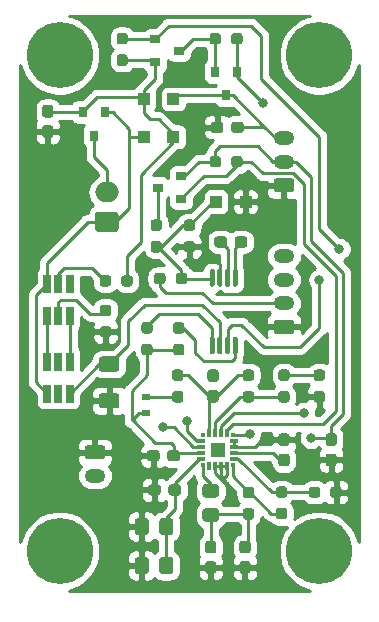
<source format=gbr>
%TF.GenerationSoftware,KiCad,Pcbnew,(5.1.12)-1*%
%TF.CreationDate,2023-02-18T19:15:58+02:00*%
%TF.ProjectId,BatteryPowerPCB_SPV,42617474-6572-4795-906f-776572504342,rev?*%
%TF.SameCoordinates,Original*%
%TF.FileFunction,Copper,L1,Top*%
%TF.FilePolarity,Positive*%
%FSLAX46Y46*%
G04 Gerber Fmt 4.6, Leading zero omitted, Abs format (unit mm)*
G04 Created by KiCad (PCBNEW (5.1.12)-1) date 2023-02-18 19:15:58*
%MOMM*%
%LPD*%
G01*
G04 APERTURE LIST*
%TA.AperFunction,SMDPad,CuDef*%
%ADD10R,0.700000X0.600000*%
%TD*%
%TA.AperFunction,ComponentPad*%
%ADD11C,5.600000*%
%TD*%
%TA.AperFunction,SMDPad,CuDef*%
%ADD12R,1.000000X1.000000*%
%TD*%
%TA.AperFunction,ComponentPad*%
%ADD13O,2.000000X1.700000*%
%TD*%
%TA.AperFunction,ComponentPad*%
%ADD14O,1.750000X1.200000*%
%TD*%
%TA.AperFunction,SMDPad,CuDef*%
%ADD15R,0.900000X0.800000*%
%TD*%
%TA.AperFunction,SMDPad,CuDef*%
%ADD16R,0.800000X0.900000*%
%TD*%
%TA.AperFunction,SMDPad,CuDef*%
%ADD17R,0.650000X1.560000*%
%TD*%
%TA.AperFunction,SMDPad,CuDef*%
%ADD18R,1.200000X1.200000*%
%TD*%
%TA.AperFunction,SMDPad,CuDef*%
%ADD19R,0.340000X0.340000*%
%TD*%
%TA.AperFunction,SMDPad,CuDef*%
%ADD20R,0.700000X0.300000*%
%TD*%
%TA.AperFunction,SMDPad,CuDef*%
%ADD21R,0.300000X0.700000*%
%TD*%
%TA.AperFunction,ViaPad*%
%ADD22C,0.800000*%
%TD*%
%TA.AperFunction,Conductor*%
%ADD23C,0.250000*%
%TD*%
%TA.AperFunction,Conductor*%
%ADD24C,0.254000*%
%TD*%
%TA.AperFunction,Conductor*%
%ADD25C,0.100000*%
%TD*%
G04 APERTURE END LIST*
D10*
%TO.P,D2,2*%
%TO.N,/LDO2_EN*%
X24300000Y-47900000D03*
%TO.P,D2,1*%
%TO.N,+BATT*%
X24300000Y-49300000D03*
%TD*%
D11*
%TO.P,REF\u002A\u002A,1*%
%TO.N,N/C*%
X39000000Y-61000000D03*
%TD*%
%TO.P,REF\u002A\u002A,1*%
%TO.N,N/C*%
X17000000Y-61000000D03*
%TD*%
%TO.P,REF\u002A\u002A,1*%
%TO.N,N/C*%
X39000000Y-19000000D03*
%TD*%
%TO.P,REF\u002A\u002A,1*%
%TO.N,N/C*%
X17000000Y-19000000D03*
%TD*%
%TO.P,C1,2*%
%TO.N,+BATT*%
%TA.AperFunction,SMDPad,CuDef*%
G36*
G01*
X16237500Y-24275000D02*
X15762500Y-24275000D01*
G75*
G02*
X15525000Y-24037500I0J237500D01*
G01*
X15525000Y-23437500D01*
G75*
G02*
X15762500Y-23200000I237500J0D01*
G01*
X16237500Y-23200000D01*
G75*
G02*
X16475000Y-23437500I0J-237500D01*
G01*
X16475000Y-24037500D01*
G75*
G02*
X16237500Y-24275000I-237500J0D01*
G01*
G37*
%TD.AperFunction*%
%TO.P,C1,1*%
%TO.N,GND*%
%TA.AperFunction,SMDPad,CuDef*%
G36*
G01*
X16237500Y-26000000D02*
X15762500Y-26000000D01*
G75*
G02*
X15525000Y-25762500I0J237500D01*
G01*
X15525000Y-25162500D01*
G75*
G02*
X15762500Y-24925000I237500J0D01*
G01*
X16237500Y-24925000D01*
G75*
G02*
X16475000Y-25162500I0J-237500D01*
G01*
X16475000Y-25762500D01*
G75*
G02*
X16237500Y-26000000I-237500J0D01*
G01*
G37*
%TD.AperFunction*%
%TD*%
%TO.P,C2,2*%
%TO.N,Net-(C2-Pad2)*%
%TA.AperFunction,SMDPad,CuDef*%
G36*
G01*
X31175000Y-34562500D02*
X31175000Y-35037500D01*
G75*
G02*
X30937500Y-35275000I-237500J0D01*
G01*
X30337500Y-35275000D01*
G75*
G02*
X30100000Y-35037500I0J237500D01*
G01*
X30100000Y-34562500D01*
G75*
G02*
X30337500Y-34325000I237500J0D01*
G01*
X30937500Y-34325000D01*
G75*
G02*
X31175000Y-34562500I0J-237500D01*
G01*
G37*
%TD.AperFunction*%
%TO.P,C2,1*%
%TO.N,Net-(C2-Pad1)*%
%TA.AperFunction,SMDPad,CuDef*%
G36*
G01*
X32900000Y-34562500D02*
X32900000Y-35037500D01*
G75*
G02*
X32662500Y-35275000I-237500J0D01*
G01*
X32062500Y-35275000D01*
G75*
G02*
X31825000Y-35037500I0J237500D01*
G01*
X31825000Y-34562500D01*
G75*
G02*
X32062500Y-34325000I237500J0D01*
G01*
X32662500Y-34325000D01*
G75*
G02*
X32900000Y-34562500I0J-237500D01*
G01*
G37*
%TD.AperFunction*%
%TD*%
%TO.P,C4,2*%
%TO.N,GND*%
%TA.AperFunction,SMDPad,CuDef*%
G36*
G01*
X32462500Y-61825000D02*
X32937500Y-61825000D01*
G75*
G02*
X33175000Y-62062500I0J-237500D01*
G01*
X33175000Y-62662500D01*
G75*
G02*
X32937500Y-62900000I-237500J0D01*
G01*
X32462500Y-62900000D01*
G75*
G02*
X32225000Y-62662500I0J237500D01*
G01*
X32225000Y-62062500D01*
G75*
G02*
X32462500Y-61825000I237500J0D01*
G01*
G37*
%TD.AperFunction*%
%TO.P,C4,1*%
%TO.N,Net-(C4-Pad1)*%
%TA.AperFunction,SMDPad,CuDef*%
G36*
G01*
X32462500Y-60100000D02*
X32937500Y-60100000D01*
G75*
G02*
X33175000Y-60337500I0J-237500D01*
G01*
X33175000Y-60937500D01*
G75*
G02*
X32937500Y-61175000I-237500J0D01*
G01*
X32462500Y-61175000D01*
G75*
G02*
X32225000Y-60937500I0J237500D01*
G01*
X32225000Y-60337500D01*
G75*
G02*
X32462500Y-60100000I237500J0D01*
G01*
G37*
%TD.AperFunction*%
%TD*%
%TO.P,C5,1*%
%TO.N,Net-(C4-Pad1)*%
%TA.AperFunction,SMDPad,CuDef*%
G36*
G01*
X29562500Y-60100000D02*
X30037500Y-60100000D01*
G75*
G02*
X30275000Y-60337500I0J-237500D01*
G01*
X30275000Y-60937500D01*
G75*
G02*
X30037500Y-61175000I-237500J0D01*
G01*
X29562500Y-61175000D01*
G75*
G02*
X29325000Y-60937500I0J237500D01*
G01*
X29325000Y-60337500D01*
G75*
G02*
X29562500Y-60100000I237500J0D01*
G01*
G37*
%TD.AperFunction*%
%TO.P,C5,2*%
%TO.N,GND*%
%TA.AperFunction,SMDPad,CuDef*%
G36*
G01*
X29562500Y-61825000D02*
X30037500Y-61825000D01*
G75*
G02*
X30275000Y-62062500I0J-237500D01*
G01*
X30275000Y-62662500D01*
G75*
G02*
X30037500Y-62900000I-237500J0D01*
G01*
X29562500Y-62900000D01*
G75*
G02*
X29325000Y-62662500I0J237500D01*
G01*
X29325000Y-62062500D01*
G75*
G02*
X29562500Y-61825000I237500J0D01*
G01*
G37*
%TD.AperFunction*%
%TD*%
%TO.P,C6,1*%
%TO.N,Net-(C6-Pad1)*%
%TA.AperFunction,SMDPad,CuDef*%
G36*
G01*
X36237500Y-53800000D02*
X35762500Y-53800000D01*
G75*
G02*
X35525000Y-53562500I0J237500D01*
G01*
X35525000Y-52962500D01*
G75*
G02*
X35762500Y-52725000I237500J0D01*
G01*
X36237500Y-52725000D01*
G75*
G02*
X36475000Y-52962500I0J-237500D01*
G01*
X36475000Y-53562500D01*
G75*
G02*
X36237500Y-53800000I-237500J0D01*
G01*
G37*
%TD.AperFunction*%
%TO.P,C6,2*%
%TO.N,GND*%
%TA.AperFunction,SMDPad,CuDef*%
G36*
G01*
X36237500Y-52075000D02*
X35762500Y-52075000D01*
G75*
G02*
X35525000Y-51837500I0J237500D01*
G01*
X35525000Y-51237500D01*
G75*
G02*
X35762500Y-51000000I237500J0D01*
G01*
X36237500Y-51000000D01*
G75*
G02*
X36475000Y-51237500I0J-237500D01*
G01*
X36475000Y-51837500D01*
G75*
G02*
X36237500Y-52075000I-237500J0D01*
G01*
G37*
%TD.AperFunction*%
%TD*%
%TO.P,C7,1*%
%TO.N,/LDO2_EN*%
%TA.AperFunction,SMDPad,CuDef*%
G36*
G01*
X27300000Y-55562500D02*
X27300000Y-56037500D01*
G75*
G02*
X27062500Y-56275000I-237500J0D01*
G01*
X26462500Y-56275000D01*
G75*
G02*
X26225000Y-56037500I0J237500D01*
G01*
X26225000Y-55562500D01*
G75*
G02*
X26462500Y-55325000I237500J0D01*
G01*
X27062500Y-55325000D01*
G75*
G02*
X27300000Y-55562500I0J-237500D01*
G01*
G37*
%TD.AperFunction*%
%TO.P,C7,2*%
%TO.N,GND*%
%TA.AperFunction,SMDPad,CuDef*%
G36*
G01*
X25575000Y-55562500D02*
X25575000Y-56037500D01*
G75*
G02*
X25337500Y-56275000I-237500J0D01*
G01*
X24737500Y-56275000D01*
G75*
G02*
X24500000Y-56037500I0J237500D01*
G01*
X24500000Y-55562500D01*
G75*
G02*
X24737500Y-55325000I237500J0D01*
G01*
X25337500Y-55325000D01*
G75*
G02*
X25575000Y-55562500I0J-237500D01*
G01*
G37*
%TD.AperFunction*%
%TD*%
%TO.P,C8,1*%
%TO.N,Net-(C8-Pad1)*%
%TA.AperFunction,SMDPad,CuDef*%
G36*
G01*
X30237500Y-48400000D02*
X29762500Y-48400000D01*
G75*
G02*
X29525000Y-48162500I0J237500D01*
G01*
X29525000Y-47562500D01*
G75*
G02*
X29762500Y-47325000I237500J0D01*
G01*
X30237500Y-47325000D01*
G75*
G02*
X30475000Y-47562500I0J-237500D01*
G01*
X30475000Y-48162500D01*
G75*
G02*
X30237500Y-48400000I-237500J0D01*
G01*
G37*
%TD.AperFunction*%
%TO.P,C8,2*%
%TO.N,GND*%
%TA.AperFunction,SMDPad,CuDef*%
G36*
G01*
X30237500Y-46675000D02*
X29762500Y-46675000D01*
G75*
G02*
X29525000Y-46437500I0J237500D01*
G01*
X29525000Y-45837500D01*
G75*
G02*
X29762500Y-45600000I237500J0D01*
G01*
X30237500Y-45600000D01*
G75*
G02*
X30475000Y-45837500I0J-237500D01*
G01*
X30475000Y-46437500D01*
G75*
G02*
X30237500Y-46675000I-237500J0D01*
G01*
G37*
%TD.AperFunction*%
%TD*%
%TO.P,C9,2*%
%TO.N,GND*%
%TA.AperFunction,SMDPad,CuDef*%
G36*
G01*
X24550000Y-58425000D02*
X24550000Y-59375000D01*
G75*
G02*
X24300000Y-59625000I-250000J0D01*
G01*
X23625000Y-59625000D01*
G75*
G02*
X23375000Y-59375000I0J250000D01*
G01*
X23375000Y-58425000D01*
G75*
G02*
X23625000Y-58175000I250000J0D01*
G01*
X24300000Y-58175000D01*
G75*
G02*
X24550000Y-58425000I0J-250000D01*
G01*
G37*
%TD.AperFunction*%
%TO.P,C9,1*%
%TO.N,/LDO2_EN*%
%TA.AperFunction,SMDPad,CuDef*%
G36*
G01*
X26625000Y-58425000D02*
X26625000Y-59375000D01*
G75*
G02*
X26375000Y-59625000I-250000J0D01*
G01*
X25700000Y-59625000D01*
G75*
G02*
X25450000Y-59375000I0J250000D01*
G01*
X25450000Y-58425000D01*
G75*
G02*
X25700000Y-58175000I250000J0D01*
G01*
X26375000Y-58175000D01*
G75*
G02*
X26625000Y-58425000I0J-250000D01*
G01*
G37*
%TD.AperFunction*%
%TD*%
%TO.P,C10,1*%
%TO.N,/LDO2_EN*%
%TA.AperFunction,SMDPad,CuDef*%
G36*
G01*
X26625000Y-61725000D02*
X26625000Y-62675000D01*
G75*
G02*
X26375000Y-62925000I-250000J0D01*
G01*
X25700000Y-62925000D01*
G75*
G02*
X25450000Y-62675000I0J250000D01*
G01*
X25450000Y-61725000D01*
G75*
G02*
X25700000Y-61475000I250000J0D01*
G01*
X26375000Y-61475000D01*
G75*
G02*
X26625000Y-61725000I0J-250000D01*
G01*
G37*
%TD.AperFunction*%
%TO.P,C10,2*%
%TO.N,GND*%
%TA.AperFunction,SMDPad,CuDef*%
G36*
G01*
X24550000Y-61725000D02*
X24550000Y-62675000D01*
G75*
G02*
X24300000Y-62925000I-250000J0D01*
G01*
X23625000Y-62925000D01*
G75*
G02*
X23375000Y-62675000I0J250000D01*
G01*
X23375000Y-61725000D01*
G75*
G02*
X23625000Y-61475000I250000J0D01*
G01*
X24300000Y-61475000D01*
G75*
G02*
X24550000Y-61725000I0J-250000D01*
G01*
G37*
%TD.AperFunction*%
%TD*%
%TO.P,C11,2*%
%TO.N,GND*%
%TA.AperFunction,SMDPad,CuDef*%
G36*
G01*
X39762500Y-52725000D02*
X40237500Y-52725000D01*
G75*
G02*
X40475000Y-52962500I0J-237500D01*
G01*
X40475000Y-53562500D01*
G75*
G02*
X40237500Y-53800000I-237500J0D01*
G01*
X39762500Y-53800000D01*
G75*
G02*
X39525000Y-53562500I0J237500D01*
G01*
X39525000Y-52962500D01*
G75*
G02*
X39762500Y-52725000I237500J0D01*
G01*
G37*
%TD.AperFunction*%
%TO.P,C11,1*%
%TO.N,+3V3*%
%TA.AperFunction,SMDPad,CuDef*%
G36*
G01*
X39762500Y-51000000D02*
X40237500Y-51000000D01*
G75*
G02*
X40475000Y-51237500I0J-237500D01*
G01*
X40475000Y-51837500D01*
G75*
G02*
X40237500Y-52075000I-237500J0D01*
G01*
X39762500Y-52075000D01*
G75*
G02*
X39525000Y-51837500I0J237500D01*
G01*
X39525000Y-51237500D01*
G75*
G02*
X39762500Y-51000000I237500J0D01*
G01*
G37*
%TD.AperFunction*%
%TD*%
%TO.P,C13,2*%
%TO.N,GND*%
%TA.AperFunction,SMDPad,CuDef*%
G36*
G01*
X25475000Y-52662500D02*
X25475000Y-53137500D01*
G75*
G02*
X25237500Y-53375000I-237500J0D01*
G01*
X24637500Y-53375000D01*
G75*
G02*
X24400000Y-53137500I0J237500D01*
G01*
X24400000Y-52662500D01*
G75*
G02*
X24637500Y-52425000I237500J0D01*
G01*
X25237500Y-52425000D01*
G75*
G02*
X25475000Y-52662500I0J-237500D01*
G01*
G37*
%TD.AperFunction*%
%TO.P,C13,1*%
%TO.N,+BATT*%
%TA.AperFunction,SMDPad,CuDef*%
G36*
G01*
X27200000Y-52662500D02*
X27200000Y-53137500D01*
G75*
G02*
X26962500Y-53375000I-237500J0D01*
G01*
X26362500Y-53375000D01*
G75*
G02*
X26125000Y-53137500I0J237500D01*
G01*
X26125000Y-52662500D01*
G75*
G02*
X26362500Y-52425000I237500J0D01*
G01*
X26962500Y-52425000D01*
G75*
G02*
X27200000Y-52662500I0J-237500D01*
G01*
G37*
%TD.AperFunction*%
%TD*%
D12*
%TO.P,D1,2*%
%TO.N,GND*%
X32750000Y-31400000D03*
%TO.P,D1,1*%
%TO.N,Net-(D1-Pad1)*%
X30250000Y-31400000D03*
%TD*%
%TO.P,D3,1*%
%TO.N,+BATT*%
X24150000Y-22700000D03*
%TO.P,D3,2*%
%TO.N,/BATT_OUT*%
X26650000Y-22700000D03*
%TD*%
%TO.P,J1,1*%
%TO.N,-BATT*%
%TA.AperFunction,ComponentPad*%
G36*
G01*
X21750000Y-33950000D02*
X20250000Y-33950000D01*
G75*
G02*
X20000000Y-33700000I0J250000D01*
G01*
X20000000Y-32500000D01*
G75*
G02*
X20250000Y-32250000I250000J0D01*
G01*
X21750000Y-32250000D01*
G75*
G02*
X22000000Y-32500000I0J-250000D01*
G01*
X22000000Y-33700000D01*
G75*
G02*
X21750000Y-33950000I-250000J0D01*
G01*
G37*
%TD.AperFunction*%
D13*
%TO.P,J1,2*%
%TO.N,Net-(J1-Pad2)*%
X21000000Y-30600000D03*
%TD*%
%TO.P,J2,1*%
%TO.N,GND*%
%TA.AperFunction,ComponentPad*%
G36*
G01*
X19374999Y-52000000D02*
X20625001Y-52000000D01*
G75*
G02*
X20875000Y-52249999I0J-249999D01*
G01*
X20875000Y-52950001D01*
G75*
G02*
X20625001Y-53200000I-249999J0D01*
G01*
X19374999Y-53200000D01*
G75*
G02*
X19125000Y-52950001I0J249999D01*
G01*
X19125000Y-52249999D01*
G75*
G02*
X19374999Y-52000000I249999J0D01*
G01*
G37*
%TD.AperFunction*%
D14*
%TO.P,J2,2*%
%TO.N,Net-(C4-Pad1)*%
X20000000Y-54600000D03*
%TD*%
%TO.P,J3,1*%
%TO.N,GND*%
%TA.AperFunction,ComponentPad*%
G36*
G01*
X36625001Y-42600000D02*
X35374999Y-42600000D01*
G75*
G02*
X35125000Y-42350001I0J249999D01*
G01*
X35125000Y-41649999D01*
G75*
G02*
X35374999Y-41400000I249999J0D01*
G01*
X36625001Y-41400000D01*
G75*
G02*
X36875000Y-41649999I0J-249999D01*
G01*
X36875000Y-42350001D01*
G75*
G02*
X36625001Y-42600000I-249999J0D01*
G01*
G37*
%TD.AperFunction*%
%TO.P,J3,2*%
%TO.N,/SDA_DQ*%
X36000000Y-40000000D03*
%TO.P,J3,3*%
%TO.N,/SCL*%
X36000000Y-38000000D03*
%TO.P,J3,4*%
%TO.N,/INT*%
X36000000Y-36000000D03*
%TD*%
%TO.P,J4,1*%
%TO.N,GND*%
%TA.AperFunction,ComponentPad*%
G36*
G01*
X36625001Y-30600000D02*
X35374999Y-30600000D01*
G75*
G02*
X35125000Y-30350001I0J249999D01*
G01*
X35125000Y-29649999D01*
G75*
G02*
X35374999Y-29400000I249999J0D01*
G01*
X36625001Y-29400000D01*
G75*
G02*
X36875000Y-29649999I0J-249999D01*
G01*
X36875000Y-30350001D01*
G75*
G02*
X36625001Y-30600000I-249999J0D01*
G01*
G37*
%TD.AperFunction*%
%TO.P,J4,2*%
%TO.N,+3V3*%
X36000000Y-28000000D03*
%TO.P,J4,3*%
%TO.N,/BATT_OUT*%
X36000000Y-26000000D03*
%TD*%
D15*
%TO.P,Q1,1*%
%TO.N,/~BATT_CHG*%
X27300000Y-31150000D03*
%TO.P,Q1,2*%
%TO.N,+3V3*%
X27300000Y-29250000D03*
%TO.P,Q1,3*%
%TO.N,Net-(Q1-Pad3)*%
X25300000Y-30200000D03*
%TD*%
D16*
%TO.P,Q2,1*%
%TO.N,/PIO*%
X32050000Y-20400000D03*
%TO.P,Q2,2*%
%TO.N,Net-(Q2-Pad2)*%
X30150000Y-20400000D03*
%TO.P,Q2,3*%
%TO.N,/BATT_OUT*%
X31100000Y-22400000D03*
%TD*%
D15*
%TO.P,Q3,3*%
%TO.N,Net-(Q2-Pad2)*%
X27100000Y-18600000D03*
%TO.P,Q3,2*%
%TO.N,+BATT*%
X25100000Y-19550000D03*
%TO.P,Q3,1*%
%TO.N,/~BATT_CONN*%
X25100000Y-17650000D03*
%TD*%
%TO.P,R1,1*%
%TO.N,/I_SENSE_P*%
%TA.AperFunction,SMDPad,CuDef*%
G36*
G01*
X20575000Y-44500000D02*
X21825000Y-44500000D01*
G75*
G02*
X22075000Y-44750000I0J-250000D01*
G01*
X22075000Y-45550000D01*
G75*
G02*
X21825000Y-45800000I-250000J0D01*
G01*
X20575000Y-45800000D01*
G75*
G02*
X20325000Y-45550000I0J250000D01*
G01*
X20325000Y-44750000D01*
G75*
G02*
X20575000Y-44500000I250000J0D01*
G01*
G37*
%TD.AperFunction*%
%TO.P,R1,2*%
%TO.N,GND*%
%TA.AperFunction,SMDPad,CuDef*%
G36*
G01*
X20575000Y-47600000D02*
X21825000Y-47600000D01*
G75*
G02*
X22075000Y-47850000I0J-250000D01*
G01*
X22075000Y-48650000D01*
G75*
G02*
X21825000Y-48900000I-250000J0D01*
G01*
X20575000Y-48900000D01*
G75*
G02*
X20325000Y-48650000I0J250000D01*
G01*
X20325000Y-47850000D01*
G75*
G02*
X20575000Y-47600000I250000J0D01*
G01*
G37*
%TD.AperFunction*%
%TD*%
%TO.P,R2,1*%
%TO.N,Net-(R2-Pad1)*%
%TA.AperFunction,SMDPad,CuDef*%
G36*
G01*
X20662500Y-40100000D02*
X21137500Y-40100000D01*
G75*
G02*
X21375000Y-40337500I0J-237500D01*
G01*
X21375000Y-40837500D01*
G75*
G02*
X21137500Y-41075000I-237500J0D01*
G01*
X20662500Y-41075000D01*
G75*
G02*
X20425000Y-40837500I0J237500D01*
G01*
X20425000Y-40337500D01*
G75*
G02*
X20662500Y-40100000I237500J0D01*
G01*
G37*
%TD.AperFunction*%
%TO.P,R2,2*%
%TO.N,GND*%
%TA.AperFunction,SMDPad,CuDef*%
G36*
G01*
X20662500Y-41925000D02*
X21137500Y-41925000D01*
G75*
G02*
X21375000Y-42162500I0J-237500D01*
G01*
X21375000Y-42662500D01*
G75*
G02*
X21137500Y-42900000I-237500J0D01*
G01*
X20662500Y-42900000D01*
G75*
G02*
X20425000Y-42662500I0J237500D01*
G01*
X20425000Y-42162500D01*
G75*
G02*
X20662500Y-41925000I237500J0D01*
G01*
G37*
%TD.AperFunction*%
%TD*%
%TO.P,R3,2*%
%TO.N,Net-(R3-Pad2)*%
%TA.AperFunction,SMDPad,CuDef*%
G36*
G01*
X21375000Y-37862500D02*
X21375000Y-38337500D01*
G75*
G02*
X21137500Y-38575000I-237500J0D01*
G01*
X20637500Y-38575000D01*
G75*
G02*
X20400000Y-38337500I0J237500D01*
G01*
X20400000Y-37862500D01*
G75*
G02*
X20637500Y-37625000I237500J0D01*
G01*
X21137500Y-37625000D01*
G75*
G02*
X21375000Y-37862500I0J-237500D01*
G01*
G37*
%TD.AperFunction*%
%TO.P,R3,1*%
%TO.N,+BATT*%
%TA.AperFunction,SMDPad,CuDef*%
G36*
G01*
X23200000Y-37862500D02*
X23200000Y-38337500D01*
G75*
G02*
X22962500Y-38575000I-237500J0D01*
G01*
X22462500Y-38575000D01*
G75*
G02*
X22225000Y-38337500I0J237500D01*
G01*
X22225000Y-37862500D01*
G75*
G02*
X22462500Y-37625000I237500J0D01*
G01*
X22962500Y-37625000D01*
G75*
G02*
X23200000Y-37862500I0J-237500D01*
G01*
G37*
%TD.AperFunction*%
%TD*%
%TO.P,R4,2*%
%TO.N,/SDA_DQ*%
%TA.AperFunction,SMDPad,CuDef*%
G36*
G01*
X25975000Y-37662500D02*
X25975000Y-38137500D01*
G75*
G02*
X25737500Y-38375000I-237500J0D01*
G01*
X25237500Y-38375000D01*
G75*
G02*
X25000000Y-38137500I0J237500D01*
G01*
X25000000Y-37662500D01*
G75*
G02*
X25237500Y-37425000I237500J0D01*
G01*
X25737500Y-37425000D01*
G75*
G02*
X25975000Y-37662500I0J-237500D01*
G01*
G37*
%TD.AperFunction*%
%TO.P,R4,1*%
%TO.N,Net-(D1-Pad1)*%
%TA.AperFunction,SMDPad,CuDef*%
G36*
G01*
X27800000Y-37662500D02*
X27800000Y-38137500D01*
G75*
G02*
X27562500Y-38375000I-237500J0D01*
G01*
X27062500Y-38375000D01*
G75*
G02*
X26825000Y-38137500I0J237500D01*
G01*
X26825000Y-37662500D01*
G75*
G02*
X27062500Y-37425000I237500J0D01*
G01*
X27562500Y-37425000D01*
G75*
G02*
X27800000Y-37662500I0J-237500D01*
G01*
G37*
%TD.AperFunction*%
%TD*%
%TO.P,R5,2*%
%TO.N,GND*%
%TA.AperFunction,SMDPad,CuDef*%
G36*
G01*
X27762500Y-34725000D02*
X28237500Y-34725000D01*
G75*
G02*
X28475000Y-34962500I0J-237500D01*
G01*
X28475000Y-35462500D01*
G75*
G02*
X28237500Y-35700000I-237500J0D01*
G01*
X27762500Y-35700000D01*
G75*
G02*
X27525000Y-35462500I0J237500D01*
G01*
X27525000Y-34962500D01*
G75*
G02*
X27762500Y-34725000I237500J0D01*
G01*
G37*
%TD.AperFunction*%
%TO.P,R5,1*%
%TO.N,Net-(D1-Pad1)*%
%TA.AperFunction,SMDPad,CuDef*%
G36*
G01*
X27762500Y-32900000D02*
X28237500Y-32900000D01*
G75*
G02*
X28475000Y-33137500I0J-237500D01*
G01*
X28475000Y-33637500D01*
G75*
G02*
X28237500Y-33875000I-237500J0D01*
G01*
X27762500Y-33875000D01*
G75*
G02*
X27525000Y-33637500I0J237500D01*
G01*
X27525000Y-33137500D01*
G75*
G02*
X27762500Y-32900000I237500J0D01*
G01*
G37*
%TD.AperFunction*%
%TD*%
%TO.P,R6,2*%
%TO.N,Net-(Q1-Pad3)*%
%TA.AperFunction,SMDPad,CuDef*%
G36*
G01*
X25437500Y-33875000D02*
X24962500Y-33875000D01*
G75*
G02*
X24725000Y-33637500I0J237500D01*
G01*
X24725000Y-33137500D01*
G75*
G02*
X24962500Y-32900000I237500J0D01*
G01*
X25437500Y-32900000D01*
G75*
G02*
X25675000Y-33137500I0J-237500D01*
G01*
X25675000Y-33637500D01*
G75*
G02*
X25437500Y-33875000I-237500J0D01*
G01*
G37*
%TD.AperFunction*%
%TO.P,R6,1*%
%TO.N,Net-(D1-Pad1)*%
%TA.AperFunction,SMDPad,CuDef*%
G36*
G01*
X25437500Y-35700000D02*
X24962500Y-35700000D01*
G75*
G02*
X24725000Y-35462500I0J237500D01*
G01*
X24725000Y-34962500D01*
G75*
G02*
X24962500Y-34725000I237500J0D01*
G01*
X25437500Y-34725000D01*
G75*
G02*
X25675000Y-34962500I0J-237500D01*
G01*
X25675000Y-35462500D01*
G75*
G02*
X25437500Y-35700000I-237500J0D01*
G01*
G37*
%TD.AperFunction*%
%TD*%
%TO.P,R7,2*%
%TO.N,+3V3*%
%TA.AperFunction,SMDPad,CuDef*%
G36*
G01*
X30675000Y-27762500D02*
X30675000Y-28237500D01*
G75*
G02*
X30437500Y-28475000I-237500J0D01*
G01*
X29937500Y-28475000D01*
G75*
G02*
X29700000Y-28237500I0J237500D01*
G01*
X29700000Y-27762500D01*
G75*
G02*
X29937500Y-27525000I237500J0D01*
G01*
X30437500Y-27525000D01*
G75*
G02*
X30675000Y-27762500I0J-237500D01*
G01*
G37*
%TD.AperFunction*%
%TO.P,R7,1*%
%TO.N,/~BATT_CHG*%
%TA.AperFunction,SMDPad,CuDef*%
G36*
G01*
X32500000Y-27762500D02*
X32500000Y-28237500D01*
G75*
G02*
X32262500Y-28475000I-237500J0D01*
G01*
X31762500Y-28475000D01*
G75*
G02*
X31525000Y-28237500I0J237500D01*
G01*
X31525000Y-27762500D01*
G75*
G02*
X31762500Y-27525000I237500J0D01*
G01*
X32262500Y-27525000D01*
G75*
G02*
X32500000Y-27762500I0J-237500D01*
G01*
G37*
%TD.AperFunction*%
%TD*%
%TO.P,R8,2*%
%TO.N,Net-(R8-Pad2)*%
%TA.AperFunction,SMDPad,CuDef*%
G36*
G01*
X27337500Y-42575000D02*
X26862500Y-42575000D01*
G75*
G02*
X26625000Y-42337500I0J237500D01*
G01*
X26625000Y-41837500D01*
G75*
G02*
X26862500Y-41600000I237500J0D01*
G01*
X27337500Y-41600000D01*
G75*
G02*
X27575000Y-41837500I0J-237500D01*
G01*
X27575000Y-42337500D01*
G75*
G02*
X27337500Y-42575000I-237500J0D01*
G01*
G37*
%TD.AperFunction*%
%TO.P,R8,1*%
%TO.N,+BATT*%
%TA.AperFunction,SMDPad,CuDef*%
G36*
G01*
X27337500Y-44400000D02*
X26862500Y-44400000D01*
G75*
G02*
X26625000Y-44162500I0J237500D01*
G01*
X26625000Y-43662500D01*
G75*
G02*
X26862500Y-43425000I237500J0D01*
G01*
X27337500Y-43425000D01*
G75*
G02*
X27575000Y-43662500I0J-237500D01*
G01*
X27575000Y-44162500D01*
G75*
G02*
X27337500Y-44400000I-237500J0D01*
G01*
G37*
%TD.AperFunction*%
%TD*%
%TO.P,R9,1*%
%TO.N,+BATT*%
%TA.AperFunction,SMDPad,CuDef*%
G36*
G01*
X24637500Y-44400000D02*
X24162500Y-44400000D01*
G75*
G02*
X23925000Y-44162500I0J237500D01*
G01*
X23925000Y-43662500D01*
G75*
G02*
X24162500Y-43425000I237500J0D01*
G01*
X24637500Y-43425000D01*
G75*
G02*
X24875000Y-43662500I0J-237500D01*
G01*
X24875000Y-44162500D01*
G75*
G02*
X24637500Y-44400000I-237500J0D01*
G01*
G37*
%TD.AperFunction*%
%TO.P,R9,2*%
%TO.N,Net-(R9-Pad2)*%
%TA.AperFunction,SMDPad,CuDef*%
G36*
G01*
X24637500Y-42575000D02*
X24162500Y-42575000D01*
G75*
G02*
X23925000Y-42337500I0J237500D01*
G01*
X23925000Y-41837500D01*
G75*
G02*
X24162500Y-41600000I237500J0D01*
G01*
X24637500Y-41600000D01*
G75*
G02*
X24875000Y-41837500I0J-237500D01*
G01*
X24875000Y-42337500D01*
G75*
G02*
X24637500Y-42575000I-237500J0D01*
G01*
G37*
%TD.AperFunction*%
%TD*%
%TO.P,R10,1*%
%TO.N,Net-(C4-Pad1)*%
%TA.AperFunction,SMDPad,CuDef*%
G36*
G01*
X33237500Y-58312500D02*
X32762500Y-58312500D01*
G75*
G02*
X32525000Y-58075000I0J237500D01*
G01*
X32525000Y-57575000D01*
G75*
G02*
X32762500Y-57337500I237500J0D01*
G01*
X33237500Y-57337500D01*
G75*
G02*
X33475000Y-57575000I0J-237500D01*
G01*
X33475000Y-58075000D01*
G75*
G02*
X33237500Y-58312500I-237500J0D01*
G01*
G37*
%TD.AperFunction*%
%TO.P,R10,2*%
%TO.N,Net-(R10-Pad2)*%
%TA.AperFunction,SMDPad,CuDef*%
G36*
G01*
X33237500Y-56487500D02*
X32762500Y-56487500D01*
G75*
G02*
X32525000Y-56250000I0J237500D01*
G01*
X32525000Y-55750000D01*
G75*
G02*
X32762500Y-55512500I237500J0D01*
G01*
X33237500Y-55512500D01*
G75*
G02*
X33475000Y-55750000I0J-237500D01*
G01*
X33475000Y-56250000D01*
G75*
G02*
X33237500Y-56487500I-237500J0D01*
G01*
G37*
%TD.AperFunction*%
%TD*%
%TO.P,R11,2*%
%TO.N,Net-(R11-Pad2)*%
%TA.AperFunction,SMDPad,CuDef*%
G36*
G01*
X36037500Y-56475000D02*
X35562500Y-56475000D01*
G75*
G02*
X35325000Y-56237500I0J237500D01*
G01*
X35325000Y-55737500D01*
G75*
G02*
X35562500Y-55500000I237500J0D01*
G01*
X36037500Y-55500000D01*
G75*
G02*
X36275000Y-55737500I0J-237500D01*
G01*
X36275000Y-56237500D01*
G75*
G02*
X36037500Y-56475000I-237500J0D01*
G01*
G37*
%TD.AperFunction*%
%TO.P,R11,1*%
%TO.N,Net-(R10-Pad2)*%
%TA.AperFunction,SMDPad,CuDef*%
G36*
G01*
X36037500Y-58300000D02*
X35562500Y-58300000D01*
G75*
G02*
X35325000Y-58062500I0J237500D01*
G01*
X35325000Y-57562500D01*
G75*
G02*
X35562500Y-57325000I237500J0D01*
G01*
X36037500Y-57325000D01*
G75*
G02*
X36275000Y-57562500I0J-237500D01*
G01*
X36275000Y-58062500D01*
G75*
G02*
X36037500Y-58300000I-237500J0D01*
G01*
G37*
%TD.AperFunction*%
%TD*%
%TO.P,R12,1*%
%TO.N,Net-(R11-Pad2)*%
%TA.AperFunction,SMDPad,CuDef*%
G36*
G01*
X38100000Y-56237500D02*
X38100000Y-55762500D01*
G75*
G02*
X38337500Y-55525000I237500J0D01*
G01*
X38837500Y-55525000D01*
G75*
G02*
X39075000Y-55762500I0J-237500D01*
G01*
X39075000Y-56237500D01*
G75*
G02*
X38837500Y-56475000I-237500J0D01*
G01*
X38337500Y-56475000D01*
G75*
G02*
X38100000Y-56237500I0J237500D01*
G01*
G37*
%TD.AperFunction*%
%TO.P,R12,2*%
%TO.N,GND*%
%TA.AperFunction,SMDPad,CuDef*%
G36*
G01*
X39925000Y-56237500D02*
X39925000Y-55762500D01*
G75*
G02*
X40162500Y-55525000I237500J0D01*
G01*
X40662500Y-55525000D01*
G75*
G02*
X40900000Y-55762500I0J-237500D01*
G01*
X40900000Y-56237500D01*
G75*
G02*
X40662500Y-56475000I-237500J0D01*
G01*
X40162500Y-56475000D01*
G75*
G02*
X39925000Y-56237500I0J237500D01*
G01*
G37*
%TD.AperFunction*%
%TD*%
%TO.P,R13,1*%
%TO.N,/LDO2_EN*%
%TA.AperFunction,SMDPad,CuDef*%
G36*
G01*
X27237500Y-48400000D02*
X26762500Y-48400000D01*
G75*
G02*
X26525000Y-48162500I0J237500D01*
G01*
X26525000Y-47662500D01*
G75*
G02*
X26762500Y-47425000I237500J0D01*
G01*
X27237500Y-47425000D01*
G75*
G02*
X27475000Y-47662500I0J-237500D01*
G01*
X27475000Y-48162500D01*
G75*
G02*
X27237500Y-48400000I-237500J0D01*
G01*
G37*
%TD.AperFunction*%
%TO.P,R13,2*%
%TO.N,Net-(C8-Pad1)*%
%TA.AperFunction,SMDPad,CuDef*%
G36*
G01*
X27237500Y-46575000D02*
X26762500Y-46575000D01*
G75*
G02*
X26525000Y-46337500I0J237500D01*
G01*
X26525000Y-45837500D01*
G75*
G02*
X26762500Y-45600000I237500J0D01*
G01*
X27237500Y-45600000D01*
G75*
G02*
X27475000Y-45837500I0J-237500D01*
G01*
X27475000Y-46337500D01*
G75*
G02*
X27237500Y-46575000I-237500J0D01*
G01*
G37*
%TD.AperFunction*%
%TD*%
%TO.P,R14,2*%
%TO.N,Net-(R14-Pad2)*%
%TA.AperFunction,SMDPad,CuDef*%
G36*
G01*
X32762500Y-47425000D02*
X33237500Y-47425000D01*
G75*
G02*
X33475000Y-47662500I0J-237500D01*
G01*
X33475000Y-48162500D01*
G75*
G02*
X33237500Y-48400000I-237500J0D01*
G01*
X32762500Y-48400000D01*
G75*
G02*
X32525000Y-48162500I0J237500D01*
G01*
X32525000Y-47662500D01*
G75*
G02*
X32762500Y-47425000I237500J0D01*
G01*
G37*
%TD.AperFunction*%
%TO.P,R14,1*%
%TO.N,Net-(C8-Pad1)*%
%TA.AperFunction,SMDPad,CuDef*%
G36*
G01*
X32762500Y-45600000D02*
X33237500Y-45600000D01*
G75*
G02*
X33475000Y-45837500I0J-237500D01*
G01*
X33475000Y-46337500D01*
G75*
G02*
X33237500Y-46575000I-237500J0D01*
G01*
X32762500Y-46575000D01*
G75*
G02*
X32525000Y-46337500I0J237500D01*
G01*
X32525000Y-45837500D01*
G75*
G02*
X32762500Y-45600000I237500J0D01*
G01*
G37*
%TD.AperFunction*%
%TD*%
%TO.P,R15,1*%
%TO.N,Net-(R14-Pad2)*%
%TA.AperFunction,SMDPad,CuDef*%
G36*
G01*
X36237500Y-48400000D02*
X35762500Y-48400000D01*
G75*
G02*
X35525000Y-48162500I0J237500D01*
G01*
X35525000Y-47662500D01*
G75*
G02*
X35762500Y-47425000I237500J0D01*
G01*
X36237500Y-47425000D01*
G75*
G02*
X36475000Y-47662500I0J-237500D01*
G01*
X36475000Y-48162500D01*
G75*
G02*
X36237500Y-48400000I-237500J0D01*
G01*
G37*
%TD.AperFunction*%
%TO.P,R15,2*%
%TO.N,Net-(R15-Pad2)*%
%TA.AperFunction,SMDPad,CuDef*%
G36*
G01*
X36237500Y-46575000D02*
X35762500Y-46575000D01*
G75*
G02*
X35525000Y-46337500I0J237500D01*
G01*
X35525000Y-45837500D01*
G75*
G02*
X35762500Y-45600000I237500J0D01*
G01*
X36237500Y-45600000D01*
G75*
G02*
X36475000Y-45837500I0J-237500D01*
G01*
X36475000Y-46337500D01*
G75*
G02*
X36237500Y-46575000I-237500J0D01*
G01*
G37*
%TD.AperFunction*%
%TD*%
%TO.P,R16,2*%
%TO.N,GND*%
%TA.AperFunction,SMDPad,CuDef*%
G36*
G01*
X38762500Y-47425000D02*
X39237500Y-47425000D01*
G75*
G02*
X39475000Y-47662500I0J-237500D01*
G01*
X39475000Y-48162500D01*
G75*
G02*
X39237500Y-48400000I-237500J0D01*
G01*
X38762500Y-48400000D01*
G75*
G02*
X38525000Y-48162500I0J237500D01*
G01*
X38525000Y-47662500D01*
G75*
G02*
X38762500Y-47425000I237500J0D01*
G01*
G37*
%TD.AperFunction*%
%TO.P,R16,1*%
%TO.N,Net-(R15-Pad2)*%
%TA.AperFunction,SMDPad,CuDef*%
G36*
G01*
X38762500Y-45600000D02*
X39237500Y-45600000D01*
G75*
G02*
X39475000Y-45837500I0J-237500D01*
G01*
X39475000Y-46337500D01*
G75*
G02*
X39237500Y-46575000I-237500J0D01*
G01*
X38762500Y-46575000D01*
G75*
G02*
X38525000Y-46337500I0J237500D01*
G01*
X38525000Y-45837500D01*
G75*
G02*
X38762500Y-45600000I237500J0D01*
G01*
G37*
%TD.AperFunction*%
%TD*%
%TO.P,R17,1*%
%TO.N,/PIO*%
%TA.AperFunction,SMDPad,CuDef*%
G36*
G01*
X32500000Y-17362500D02*
X32500000Y-17837500D01*
G75*
G02*
X32262500Y-18075000I-237500J0D01*
G01*
X31762500Y-18075000D01*
G75*
G02*
X31525000Y-17837500I0J237500D01*
G01*
X31525000Y-17362500D01*
G75*
G02*
X31762500Y-17125000I237500J0D01*
G01*
X32262500Y-17125000D01*
G75*
G02*
X32500000Y-17362500I0J-237500D01*
G01*
G37*
%TD.AperFunction*%
%TO.P,R17,2*%
%TO.N,Net-(Q2-Pad2)*%
%TA.AperFunction,SMDPad,CuDef*%
G36*
G01*
X30675000Y-17362500D02*
X30675000Y-17837500D01*
G75*
G02*
X30437500Y-18075000I-237500J0D01*
G01*
X29937500Y-18075000D01*
G75*
G02*
X29700000Y-17837500I0J237500D01*
G01*
X29700000Y-17362500D01*
G75*
G02*
X29937500Y-17125000I237500J0D01*
G01*
X30437500Y-17125000D01*
G75*
G02*
X30675000Y-17362500I0J-237500D01*
G01*
G37*
%TD.AperFunction*%
%TD*%
%TO.P,R18,1*%
%TO.N,/~BATT_CONN*%
%TA.AperFunction,SMDPad,CuDef*%
G36*
G01*
X22062500Y-17100000D02*
X22537500Y-17100000D01*
G75*
G02*
X22775000Y-17337500I0J-237500D01*
G01*
X22775000Y-17837500D01*
G75*
G02*
X22537500Y-18075000I-237500J0D01*
G01*
X22062500Y-18075000D01*
G75*
G02*
X21825000Y-17837500I0J237500D01*
G01*
X21825000Y-17337500D01*
G75*
G02*
X22062500Y-17100000I237500J0D01*
G01*
G37*
%TD.AperFunction*%
%TO.P,R18,2*%
%TO.N,+BATT*%
%TA.AperFunction,SMDPad,CuDef*%
G36*
G01*
X22062500Y-18925000D02*
X22537500Y-18925000D01*
G75*
G02*
X22775000Y-19162500I0J-237500D01*
G01*
X22775000Y-19662500D01*
G75*
G02*
X22537500Y-19900000I-237500J0D01*
G01*
X22062500Y-19900000D01*
G75*
G02*
X21825000Y-19662500I0J237500D01*
G01*
X21825000Y-19162500D01*
G75*
G02*
X22062500Y-18925000I237500J0D01*
G01*
G37*
%TD.AperFunction*%
%TD*%
D17*
%TO.P,U1,5*%
%TO.N,Net-(U1-Pad5)*%
X16900000Y-44950000D03*
%TO.P,U1,6*%
%TO.N,Net-(U1-Pad6)*%
X15950000Y-44950000D03*
%TO.P,U1,4*%
%TO.N,Net-(U1-Pad4)*%
X17850000Y-44950000D03*
%TO.P,U1,3*%
%TO.N,/I_SENSE_P*%
X17850000Y-47650000D03*
%TO.P,U1,2*%
%TO.N,Net-(U1-Pad2)*%
X16900000Y-47650000D03*
%TO.P,U1,1*%
%TO.N,-BATT*%
X15950000Y-47650000D03*
%TD*%
%TO.P,U2,1*%
%TO.N,Net-(U1-Pad6)*%
X15950000Y-41050000D03*
%TO.P,U2,2*%
%TO.N,Net-(R2-Pad1)*%
X16900000Y-41050000D03*
%TO.P,U2,3*%
%TO.N,Net-(U1-Pad4)*%
X17850000Y-41050000D03*
%TO.P,U2,4*%
%TO.N,Net-(U2-Pad4)*%
X17850000Y-38350000D03*
%TO.P,U2,6*%
%TO.N,-BATT*%
X15950000Y-38350000D03*
%TO.P,U2,5*%
%TO.N,Net-(R3-Pad2)*%
X16900000Y-38350000D03*
%TD*%
%TO.P,U3,1*%
%TO.N,Net-(R9-Pad2)*%
%TA.AperFunction,SMDPad,CuDef*%
G36*
G01*
X30025000Y-44300000D02*
X29825000Y-44300000D01*
G75*
G02*
X29725000Y-44200000I0J100000D01*
G01*
X29725000Y-42925000D01*
G75*
G02*
X29825000Y-42825000I100000J0D01*
G01*
X30025000Y-42825000D01*
G75*
G02*
X30125000Y-42925000I0J-100000D01*
G01*
X30125000Y-44200000D01*
G75*
G02*
X30025000Y-44300000I-100000J0D01*
G01*
G37*
%TD.AperFunction*%
%TO.P,U3,2*%
%TO.N,/I_SENSE_P*%
%TA.AperFunction,SMDPad,CuDef*%
G36*
G01*
X30675000Y-44300000D02*
X30475000Y-44300000D01*
G75*
G02*
X30375000Y-44200000I0J100000D01*
G01*
X30375000Y-42925000D01*
G75*
G02*
X30475000Y-42825000I100000J0D01*
G01*
X30675000Y-42825000D01*
G75*
G02*
X30775000Y-42925000I0J-100000D01*
G01*
X30775000Y-44200000D01*
G75*
G02*
X30675000Y-44300000I-100000J0D01*
G01*
G37*
%TD.AperFunction*%
%TO.P,U3,3*%
%TO.N,/PIO*%
%TA.AperFunction,SMDPad,CuDef*%
G36*
G01*
X31325000Y-44300000D02*
X31125000Y-44300000D01*
G75*
G02*
X31025000Y-44200000I0J100000D01*
G01*
X31025000Y-42925000D01*
G75*
G02*
X31125000Y-42825000I100000J0D01*
G01*
X31325000Y-42825000D01*
G75*
G02*
X31425000Y-42925000I0J-100000D01*
G01*
X31425000Y-44200000D01*
G75*
G02*
X31325000Y-44300000I-100000J0D01*
G01*
G37*
%TD.AperFunction*%
%TO.P,U3,4*%
%TO.N,Net-(R8-Pad2)*%
%TA.AperFunction,SMDPad,CuDef*%
G36*
G01*
X31975000Y-44300000D02*
X31775000Y-44300000D01*
G75*
G02*
X31675000Y-44200000I0J100000D01*
G01*
X31675000Y-42925000D01*
G75*
G02*
X31775000Y-42825000I100000J0D01*
G01*
X31975000Y-42825000D01*
G75*
G02*
X32075000Y-42925000I0J-100000D01*
G01*
X32075000Y-44200000D01*
G75*
G02*
X31975000Y-44300000I-100000J0D01*
G01*
G37*
%TD.AperFunction*%
%TO.P,U3,5*%
%TO.N,Net-(C2-Pad1)*%
%TA.AperFunction,SMDPad,CuDef*%
G36*
G01*
X31975000Y-38575000D02*
X31775000Y-38575000D01*
G75*
G02*
X31675000Y-38475000I0J100000D01*
G01*
X31675000Y-37200000D01*
G75*
G02*
X31775000Y-37100000I100000J0D01*
G01*
X31975000Y-37100000D01*
G75*
G02*
X32075000Y-37200000I0J-100000D01*
G01*
X32075000Y-38475000D01*
G75*
G02*
X31975000Y-38575000I-100000J0D01*
G01*
G37*
%TD.AperFunction*%
%TO.P,U3,6*%
%TO.N,Net-(C2-Pad2)*%
%TA.AperFunction,SMDPad,CuDef*%
G36*
G01*
X31325000Y-38575000D02*
X31125000Y-38575000D01*
G75*
G02*
X31025000Y-38475000I0J100000D01*
G01*
X31025000Y-37200000D01*
G75*
G02*
X31125000Y-37100000I100000J0D01*
G01*
X31325000Y-37100000D01*
G75*
G02*
X31425000Y-37200000I0J-100000D01*
G01*
X31425000Y-38475000D01*
G75*
G02*
X31325000Y-38575000I-100000J0D01*
G01*
G37*
%TD.AperFunction*%
%TO.P,U3,7*%
%TO.N,GND*%
%TA.AperFunction,SMDPad,CuDef*%
G36*
G01*
X30675000Y-38575000D02*
X30475000Y-38575000D01*
G75*
G02*
X30375000Y-38475000I0J100000D01*
G01*
X30375000Y-37200000D01*
G75*
G02*
X30475000Y-37100000I100000J0D01*
G01*
X30675000Y-37100000D01*
G75*
G02*
X30775000Y-37200000I0J-100000D01*
G01*
X30775000Y-38475000D01*
G75*
G02*
X30675000Y-38575000I-100000J0D01*
G01*
G37*
%TD.AperFunction*%
%TO.P,U3,8*%
%TO.N,Net-(D1-Pad1)*%
%TA.AperFunction,SMDPad,CuDef*%
G36*
G01*
X30025000Y-38575000D02*
X29825000Y-38575000D01*
G75*
G02*
X29725000Y-38475000I0J100000D01*
G01*
X29725000Y-37200000D01*
G75*
G02*
X29825000Y-37100000I100000J0D01*
G01*
X30025000Y-37100000D01*
G75*
G02*
X30125000Y-37200000I0J-100000D01*
G01*
X30125000Y-38475000D01*
G75*
G02*
X30025000Y-38575000I-100000J0D01*
G01*
G37*
%TD.AperFunction*%
%TD*%
D18*
%TO.P,U4,EP*%
%TO.N,N/C*%
X30400000Y-52400000D03*
D19*
%TO.P,U4,11*%
%TO.N,Net-(U4-Pad11)*%
X29140000Y-51140000D03*
%TO.P,U4,6*%
%TO.N,/LDO2_EN*%
X31660000Y-51140000D03*
%TO.P,U4,1*%
%TO.N,Net-(R10-Pad2)*%
X31660000Y-53660000D03*
%TO.P,U4,16*%
%TO.N,Net-(L1-Pad2)*%
X29140000Y-53660000D03*
D20*
%TO.P,U4,5*%
%TO.N,GND*%
X31800000Y-51650000D03*
%TO.P,U4,4*%
X31800000Y-52150000D03*
%TO.P,U4,3*%
%TO.N,Net-(C6-Pad1)*%
X31800000Y-52650000D03*
%TO.P,U4,2*%
%TO.N,Net-(R11-Pad2)*%
X31800000Y-53150000D03*
%TO.P,U4,12*%
%TO.N,+3V3*%
X29000000Y-51650000D03*
%TO.P,U4,13*%
%TO.N,Net-(C4-Pad1)*%
X29000000Y-52150000D03*
%TO.P,U4,15*%
%TO.N,/LDO2_EN*%
X29000000Y-53150000D03*
%TO.P,U4,14*%
%TO.N,+BATT*%
X29000000Y-52650000D03*
D21*
%TO.P,U4,17*%
%TO.N,Net-(U4-Pad17)*%
X29650000Y-53800000D03*
%TO.P,U4,18*%
%TO.N,GND*%
X30150000Y-53800000D03*
%TO.P,U4,19*%
X30650000Y-53800000D03*
%TO.P,U4,20*%
X31150000Y-53800000D03*
%TO.P,U4,10*%
%TO.N,Net-(C8-Pad1)*%
X29650000Y-51000000D03*
%TO.P,U4,9*%
%TO.N,Net-(R14-Pad2)*%
X30150000Y-51000000D03*
%TO.P,U4,8*%
%TO.N,/~BATT_CONN*%
X30650000Y-51000000D03*
%TO.P,U4,7*%
%TO.N,/~BATT_CHG*%
X31150000Y-51000000D03*
%TD*%
%TO.P,C12,1*%
%TO.N,/BATT_OUT*%
%TA.AperFunction,SMDPad,CuDef*%
G36*
G01*
X32600000Y-24862500D02*
X32600000Y-25337500D01*
G75*
G02*
X32362500Y-25575000I-237500J0D01*
G01*
X31762500Y-25575000D01*
G75*
G02*
X31525000Y-25337500I0J237500D01*
G01*
X31525000Y-24862500D01*
G75*
G02*
X31762500Y-24625000I237500J0D01*
G01*
X32362500Y-24625000D01*
G75*
G02*
X32600000Y-24862500I0J-237500D01*
G01*
G37*
%TD.AperFunction*%
%TO.P,C12,2*%
%TO.N,GND*%
%TA.AperFunction,SMDPad,CuDef*%
G36*
G01*
X30875000Y-24862500D02*
X30875000Y-25337500D01*
G75*
G02*
X30637500Y-25575000I-237500J0D01*
G01*
X30037500Y-25575000D01*
G75*
G02*
X29800000Y-25337500I0J237500D01*
G01*
X29800000Y-24862500D01*
G75*
G02*
X30037500Y-24625000I237500J0D01*
G01*
X30637500Y-24625000D01*
G75*
G02*
X30875000Y-24862500I0J-237500D01*
G01*
G37*
%TD.AperFunction*%
%TD*%
%TO.P,L1,1*%
%TO.N,Net-(C4-Pad1)*%
%TA.AperFunction,SMDPad,CuDef*%
G36*
G01*
X30250001Y-58500000D02*
X29349999Y-58500000D01*
G75*
G02*
X29100000Y-58250001I0J249999D01*
G01*
X29100000Y-57599999D01*
G75*
G02*
X29349999Y-57350000I249999J0D01*
G01*
X30250001Y-57350000D01*
G75*
G02*
X30500000Y-57599999I0J-249999D01*
G01*
X30500000Y-58250001D01*
G75*
G02*
X30250001Y-58500000I-249999J0D01*
G01*
G37*
%TD.AperFunction*%
%TO.P,L1,2*%
%TO.N,Net-(L1-Pad2)*%
%TA.AperFunction,SMDPad,CuDef*%
G36*
G01*
X30250001Y-56450000D02*
X29349999Y-56450000D01*
G75*
G02*
X29100000Y-56200001I0J249999D01*
G01*
X29100000Y-55549999D01*
G75*
G02*
X29349999Y-55300000I249999J0D01*
G01*
X30250001Y-55300000D01*
G75*
G02*
X30500000Y-55549999I0J-249999D01*
G01*
X30500000Y-56200001D01*
G75*
G02*
X30250001Y-56450000I-249999J0D01*
G01*
G37*
%TD.AperFunction*%
%TD*%
D16*
%TO.P,Q4,1*%
%TO.N,-BATT*%
X20850000Y-23800000D03*
%TO.P,Q4,2*%
%TO.N,+BATT*%
X18950000Y-23800000D03*
%TO.P,Q4,3*%
%TO.N,Net-(J1-Pad2)*%
X19900000Y-25800000D03*
%TD*%
D12*
%TO.P,D4,1*%
%TO.N,+BATT*%
X26650000Y-25900000D03*
%TO.P,D4,2*%
%TO.N,-BATT*%
X24150000Y-25900000D03*
%TD*%
D22*
%TO.N,GND*%
X30000000Y-46100000D03*
X21200000Y-48300000D03*
X31500000Y-56800000D03*
X19500000Y-43800000D03*
X38400000Y-53500000D03*
X37500000Y-47700000D03*
X17600000Y-28800000D03*
X16000000Y-28800000D03*
X16000000Y-30200000D03*
X40500000Y-28900000D03*
X40500000Y-30200000D03*
X38300000Y-44300000D03*
X41600000Y-51400000D03*
X41600000Y-53300000D03*
X28200000Y-56700000D03*
X19300000Y-48300000D03*
X35300000Y-20400000D03*
X35300000Y-16600000D03*
X19900000Y-39500000D03*
X28600000Y-25100000D03*
%TO.N,+3V3*%
X27800000Y-50000000D03*
X38300000Y-51400000D03*
%TO.N,+BATT*%
X24400000Y-43912500D03*
X22712500Y-38100000D03*
%TO.N,/LDO2_EN*%
X26762500Y-55800000D03*
X27000000Y-47912500D03*
X33100000Y-51100000D03*
%TO.N,/PIO*%
X39000000Y-38000000D03*
X34200000Y-23000000D03*
%TO.N,/~BATT_CONN*%
X37700000Y-49300000D03*
X40700000Y-35400000D03*
%TO.N,Net-(C4-Pad1)*%
X25800000Y-50500000D03*
X29800000Y-57925000D03*
%TD*%
D23*
%TO.N,GND*%
X30150000Y-53800000D02*
X31150000Y-53800000D01*
X35887500Y-51650000D02*
X36000000Y-51537500D01*
X31500000Y-55700000D02*
X31500000Y-56800000D01*
X30650000Y-54850000D02*
X31500000Y-55700000D01*
X30650000Y-53800000D02*
X30650000Y-54850000D01*
X31150000Y-53800000D02*
X31150000Y-54550000D01*
X31150000Y-54550000D02*
X30900000Y-54800000D01*
X30150000Y-54350000D02*
X30650000Y-54850000D01*
X30150000Y-53800000D02*
X30150000Y-54350000D01*
X31800000Y-52150000D02*
X33550000Y-52150000D01*
X34162500Y-51537500D02*
X36000000Y-51537500D01*
X33550000Y-52150000D02*
X34162500Y-51537500D01*
X31800000Y-51650000D02*
X31800000Y-52150000D01*
X19900000Y-39500000D02*
X20200000Y-39500000D01*
X30575000Y-36675000D02*
X30575000Y-37837500D01*
X29112500Y-35212500D02*
X30575000Y-36675000D01*
X28000000Y-35212500D02*
X29112500Y-35212500D01*
%TO.N,+3V3*%
X28935001Y-51635001D02*
X28635001Y-51635001D01*
X28950000Y-51650000D02*
X28935001Y-51635001D01*
X29000000Y-51650000D02*
X28950000Y-51650000D01*
X27800000Y-50800000D02*
X27800000Y-50000000D01*
X28635001Y-51635001D02*
X27800000Y-50800000D01*
X39862500Y-51400000D02*
X40000000Y-51537500D01*
X38300000Y-51400000D02*
X39862500Y-51400000D01*
X40000000Y-51537500D02*
X40000000Y-50400000D01*
X40000000Y-50400000D02*
X41000000Y-49400000D01*
X41000000Y-49400000D02*
X41000000Y-37400000D01*
X41000000Y-37400000D02*
X38300000Y-34700000D01*
X38300000Y-34700000D02*
X38300000Y-29300000D01*
X37000000Y-28000000D02*
X36000000Y-28000000D01*
X38300000Y-29300000D02*
X37000000Y-28000000D01*
X27300000Y-29250000D02*
X27550000Y-29250000D01*
X28800000Y-28000000D02*
X30187500Y-28000000D01*
X27550000Y-29250000D02*
X28800000Y-28000000D01*
X36000000Y-28000000D02*
X35100000Y-28000000D01*
X35100000Y-28000000D02*
X33800000Y-26700000D01*
X33800000Y-26700000D02*
X30600000Y-26700000D01*
X30187500Y-27112500D02*
X30187500Y-28000000D01*
X30600000Y-26700000D02*
X30187500Y-27112500D01*
%TO.N,Net-(R9-Pad2)*%
X29925000Y-42125000D02*
X29925000Y-43562500D01*
X24400000Y-42087500D02*
X24400000Y-41900000D01*
X24400000Y-41900000D02*
X25400000Y-40900000D01*
X28700000Y-40900000D02*
X29925000Y-42125000D01*
X25400000Y-40900000D02*
X28700000Y-40900000D01*
%TO.N,+BATT*%
X24400000Y-43912500D02*
X24400000Y-43912500D01*
X22712500Y-38100000D02*
X22712500Y-38100000D01*
X24962500Y-19412500D02*
X25100000Y-19550000D01*
X22300000Y-19412500D02*
X24962500Y-19412500D01*
X23700000Y-49300000D02*
X24300000Y-49300000D01*
X23100000Y-49900000D02*
X23700000Y-49300000D01*
X28950000Y-52650000D02*
X28925001Y-52674999D01*
X29000000Y-52650000D02*
X28950000Y-52650000D01*
X23100000Y-49900000D02*
X23200000Y-49900000D01*
X23200000Y-49900000D02*
X25100000Y-51800000D01*
X25100000Y-51800000D02*
X26400000Y-51800000D01*
X26662500Y-52062500D02*
X26662500Y-52900000D01*
X26400000Y-51800000D02*
X26662500Y-52062500D01*
X26912500Y-52650000D02*
X26662500Y-52900000D01*
X29000000Y-52650000D02*
X26912500Y-52650000D01*
X23100000Y-47400000D02*
X23100000Y-49900000D01*
X24400000Y-46100000D02*
X23100000Y-47400000D01*
X24400000Y-43912500D02*
X24400000Y-46100000D01*
X23900000Y-34800000D02*
X22712500Y-35987500D01*
X22712500Y-35987500D02*
X22712500Y-38100000D01*
X23950000Y-22500000D02*
X24150000Y-22700000D01*
X20200000Y-22500000D02*
X23950000Y-22500000D01*
X18950000Y-23750000D02*
X20200000Y-22500000D01*
X18950000Y-23800000D02*
X18950000Y-23750000D01*
X24150000Y-21950000D02*
X24150000Y-22700000D01*
X25100000Y-21000000D02*
X24150000Y-21950000D01*
X25100000Y-19550000D02*
X25100000Y-21000000D01*
X24150000Y-22700000D02*
X24150000Y-23850000D01*
X24150000Y-23850000D02*
X24700000Y-24400000D01*
X24700000Y-24400000D02*
X25400000Y-24400000D01*
X26650000Y-25650000D02*
X26650000Y-25900000D01*
X25400000Y-24400000D02*
X26650000Y-25650000D01*
X23900000Y-34800000D02*
X23900000Y-29100000D01*
X26650000Y-26350000D02*
X26650000Y-25900000D01*
X23900000Y-29100000D02*
X26650000Y-26350000D01*
X24400000Y-43912500D02*
X27100000Y-43912500D01*
X22712500Y-38100000D02*
X22712500Y-38087500D01*
X16062500Y-23800000D02*
X16000000Y-23737500D01*
X18950000Y-23800000D02*
X16062500Y-23800000D01*
%TO.N,/LDO2_EN*%
X26062500Y-58875000D02*
X26037500Y-58900000D01*
X26037500Y-58900000D02*
X26037500Y-62200000D01*
X26812500Y-55850000D02*
X26762500Y-55800000D01*
X26762500Y-55800000D02*
X26762500Y-55800000D01*
X24312500Y-47912500D02*
X24300000Y-47900000D01*
X27000000Y-47912500D02*
X24312500Y-47912500D01*
X33060000Y-51140000D02*
X33100000Y-51100000D01*
X31660000Y-51140000D02*
X33060000Y-51140000D01*
X26762500Y-55187500D02*
X26762500Y-55800000D01*
X28800000Y-53150000D02*
X26762500Y-55187500D01*
X29000000Y-53150000D02*
X28800000Y-53150000D01*
X26037500Y-58900000D02*
X26037500Y-58162500D01*
X26762500Y-57437500D02*
X26762500Y-55800000D01*
X26037500Y-58162500D02*
X26762500Y-57437500D01*
%TO.N,Net-(L1-Pad2)*%
X29800000Y-55875000D02*
X29800000Y-55300000D01*
X29140000Y-54640000D02*
X29140000Y-53660000D01*
X29800000Y-55300000D02*
X29140000Y-54640000D01*
%TO.N,Net-(Q1-Pad3)*%
X25200000Y-33387500D02*
X25312500Y-33387500D01*
X25300000Y-33287500D02*
X25200000Y-33387500D01*
X25300000Y-30200000D02*
X25300000Y-33287500D01*
%TO.N,Net-(C2-Pad1)*%
X31875000Y-35287500D02*
X32362500Y-34800000D01*
X31875000Y-37837500D02*
X31875000Y-35287500D01*
%TO.N,/I_SENSE_P*%
X21000000Y-45350000D02*
X21200000Y-45550000D01*
X21200000Y-45550000D02*
X21200000Y-45100000D01*
X20350000Y-45150000D02*
X21200000Y-45150000D01*
X17850000Y-47650000D02*
X20350000Y-45150000D01*
X30575000Y-41575000D02*
X30575000Y-43562500D01*
X29100000Y-40100000D02*
X30575000Y-41575000D01*
X22800000Y-41500000D02*
X24200000Y-40100000D01*
X24200000Y-40100000D02*
X29100000Y-40100000D01*
X22800000Y-43550000D02*
X22800000Y-41500000D01*
X21200000Y-45150000D02*
X22800000Y-43550000D01*
%TO.N,/BATT_OUT*%
X31100000Y-22400000D02*
X31700000Y-22400000D01*
X35300000Y-26000000D02*
X36000000Y-26000000D01*
X26650000Y-22700000D02*
X26700000Y-22700000D01*
X27000000Y-22400000D02*
X31100000Y-22400000D01*
X26700000Y-22700000D02*
X27000000Y-22400000D01*
X34300000Y-25100000D02*
X34350000Y-25050000D01*
X32062500Y-25100000D02*
X34300000Y-25100000D01*
X34350000Y-25050000D02*
X35300000Y-26000000D01*
X31700000Y-22400000D02*
X34350000Y-25050000D01*
%TO.N,Net-(D1-Pad1)*%
X29987500Y-31400000D02*
X28000000Y-33387500D01*
X30250000Y-31400000D02*
X29987500Y-31400000D01*
X28000000Y-33387500D02*
X27412500Y-33387500D01*
X25587500Y-35212500D02*
X25200000Y-35212500D01*
X27412500Y-33387500D02*
X25587500Y-35212500D01*
X29862500Y-37900000D02*
X29925000Y-37837500D01*
X27312500Y-37900000D02*
X29862500Y-37900000D01*
X27312500Y-37900000D02*
X27312500Y-37212500D01*
X25312500Y-35212500D02*
X25200000Y-35212500D01*
X27312500Y-37212500D02*
X25312500Y-35212500D01*
%TO.N,/SDA_DQ*%
X25487500Y-38587500D02*
X25487500Y-37900000D01*
X26000000Y-39100000D02*
X25487500Y-38587500D01*
X29100000Y-39100000D02*
X26000000Y-39100000D01*
X30000000Y-40000000D02*
X29100000Y-39100000D01*
X36000000Y-40000000D02*
X30000000Y-40000000D01*
%TO.N,/~BATT_CHG*%
X40400000Y-49100000D02*
X40400000Y-37700000D01*
X39300000Y-50200000D02*
X40400000Y-49100000D01*
X31674998Y-50200000D02*
X39300000Y-50200000D01*
X31150000Y-50724998D02*
X31674998Y-50200000D01*
X31150000Y-51000000D02*
X31150000Y-50724998D01*
X40400000Y-37700000D02*
X37700000Y-35000000D01*
X37700000Y-29911810D02*
X36788190Y-29000000D01*
X37700000Y-35000000D02*
X37700000Y-29911810D01*
X36788190Y-29000000D02*
X34200000Y-29000000D01*
X33200000Y-28000000D02*
X32012500Y-28000000D01*
X34200000Y-29000000D02*
X33200000Y-28000000D01*
X32012500Y-28000000D02*
X32012500Y-28287500D01*
X32012500Y-28287500D02*
X31100000Y-29200000D01*
X31100000Y-29200000D02*
X29200000Y-29200000D01*
X27300000Y-31100000D02*
X27300000Y-31150000D01*
X29200000Y-29200000D02*
X27300000Y-31100000D01*
%TO.N,/PIO*%
X31225000Y-43562500D02*
X31225000Y-42175000D01*
X31225000Y-42175000D02*
X31600000Y-41800000D01*
X31600000Y-41800000D02*
X32400000Y-41800000D01*
X32400000Y-41800000D02*
X34300000Y-43700000D01*
X34300000Y-43700000D02*
X37400000Y-43700000D01*
X39000000Y-42100000D02*
X39000000Y-38000000D01*
X37400000Y-43700000D02*
X39000000Y-42100000D01*
X32050000Y-20850000D02*
X32050000Y-20400000D01*
X34200000Y-23000000D02*
X32050000Y-20850000D01*
X32012500Y-20362500D02*
X32050000Y-20400000D01*
X32012500Y-17600000D02*
X32012500Y-20362500D01*
%TO.N,Net-(Q2-Pad2)*%
X30187500Y-20362500D02*
X30150000Y-20400000D01*
X30187500Y-17600000D02*
X30187500Y-20362500D01*
X27100000Y-18600000D02*
X27300000Y-18600000D01*
X28300000Y-17600000D02*
X30187500Y-17600000D01*
X27300000Y-18600000D02*
X28300000Y-17600000D01*
%TO.N,/~BATT_CONN*%
X30650000Y-50400000D02*
X31750000Y-49300000D01*
X30650000Y-51000000D02*
X30650000Y-50400000D01*
X31750000Y-49300000D02*
X37700000Y-49300000D01*
X25037500Y-17587500D02*
X25100000Y-17650000D01*
X22300000Y-17587500D02*
X25037500Y-17587500D01*
X26250000Y-16500000D02*
X25100000Y-17650000D01*
X33200000Y-16500000D02*
X26250000Y-16500000D01*
X34100000Y-21000000D02*
X34100000Y-17400000D01*
X34100000Y-17400000D02*
X33200000Y-16500000D01*
X39000000Y-25900000D02*
X34100000Y-21000000D01*
X39000000Y-33700000D02*
X39000000Y-25900000D01*
X40700000Y-35400000D02*
X39000000Y-33700000D01*
%TO.N,Net-(R8-Pad2)*%
X27487500Y-42087500D02*
X27100000Y-42087500D01*
X28500000Y-44200000D02*
X28500000Y-43100000D01*
X28500000Y-43100000D02*
X27487500Y-42087500D01*
X29200000Y-44900000D02*
X28500000Y-44200000D01*
X31600000Y-44900000D02*
X29200000Y-44900000D01*
X31875000Y-44625000D02*
X31600000Y-44900000D01*
X31875000Y-43562500D02*
X31875000Y-44625000D01*
%TO.N,Net-(R11-Pad2)*%
X32150000Y-53150000D02*
X31800000Y-53150000D01*
X34987500Y-55987500D02*
X32150000Y-53150000D01*
X38175000Y-55987500D02*
X38187500Y-56000000D01*
X34987500Y-55987500D02*
X35800000Y-55987500D01*
X38575000Y-55987500D02*
X38587500Y-56000000D01*
X35800000Y-55987500D02*
X38575000Y-55987500D01*
%TO.N,Net-(C2-Pad2)*%
X31225000Y-35387500D02*
X30637500Y-34800000D01*
X31225000Y-37837500D02*
X31225000Y-35387500D01*
%TO.N,Net-(C4-Pad1)*%
X29900000Y-57825000D02*
X29812500Y-57912500D01*
X33000000Y-57825000D02*
X29900000Y-57825000D01*
X29812500Y-57912500D02*
X29800000Y-57925000D01*
X28850000Y-52150000D02*
X28825001Y-52125001D01*
X29000000Y-52150000D02*
X28850000Y-52150000D01*
X28625001Y-52125001D02*
X28325001Y-52125001D01*
X28650000Y-52150000D02*
X28625001Y-52125001D01*
X29000000Y-52150000D02*
X28650000Y-52150000D01*
X26700000Y-50500000D02*
X25800000Y-50500000D01*
X28325001Y-52125001D02*
X26700000Y-50500000D01*
X29800000Y-57925000D02*
X29800000Y-60637500D01*
X33000000Y-60337500D02*
X32700000Y-60637500D01*
X33000000Y-57825000D02*
X33000000Y-60337500D01*
%TO.N,Net-(C6-Pad1)*%
X36000000Y-53262500D02*
X35662500Y-53262500D01*
X35050000Y-52650000D02*
X31800000Y-52650000D01*
X35662500Y-53262500D02*
X35050000Y-52650000D01*
%TO.N,Net-(C8-Pad1)*%
X27000000Y-46087500D02*
X27887500Y-46087500D01*
X29662500Y-47862500D02*
X30000000Y-47862500D01*
X27887500Y-46087500D02*
X29662500Y-47862500D01*
X29650000Y-48212500D02*
X29650000Y-51000000D01*
X30000000Y-47862500D02*
X29650000Y-48212500D01*
X30000000Y-47862500D02*
X30337500Y-47862500D01*
X32112500Y-46087500D02*
X33000000Y-46087500D01*
X30337500Y-47862500D02*
X32112500Y-46087500D01*
%TO.N,-BATT*%
X15950000Y-38350000D02*
X15000000Y-39300000D01*
X15000000Y-46700000D02*
X15950000Y-47650000D01*
X15000000Y-39300000D02*
X15000000Y-46700000D01*
X21000000Y-33100000D02*
X19400000Y-33100000D01*
X15950000Y-36650000D02*
X15950000Y-38350000D01*
X19400000Y-33100000D02*
X15950000Y-36550000D01*
X21500000Y-23800000D02*
X20850000Y-23800000D01*
X22900000Y-25200000D02*
X21500000Y-23800000D01*
X21700000Y-33100000D02*
X22900000Y-31900000D01*
X21000000Y-33100000D02*
X21700000Y-33100000D01*
X24150000Y-25900000D02*
X22900000Y-25900000D01*
X22900000Y-25900000D02*
X22900000Y-25200000D01*
X22900000Y-31900000D02*
X22900000Y-25900000D01*
%TO.N,Net-(R2-Pad1)*%
X17100000Y-39700000D02*
X16900000Y-39900000D01*
X18400000Y-39700000D02*
X17100000Y-39700000D01*
X19587500Y-40887500D02*
X18400000Y-39700000D01*
X16900000Y-39900000D02*
X16900000Y-41050000D01*
X20900000Y-40887500D02*
X19587500Y-40887500D01*
%TO.N,Net-(R3-Pad2)*%
X19787500Y-37000000D02*
X20887500Y-38100000D01*
X17400000Y-37000000D02*
X19787500Y-37000000D01*
X16900000Y-37500000D02*
X17400000Y-37000000D01*
X16900000Y-38350000D02*
X16900000Y-37500000D01*
%TO.N,Net-(R10-Pad2)*%
X33000000Y-56000000D02*
X33100000Y-56000000D01*
X33100000Y-56000000D02*
X34912500Y-57812500D01*
X31660000Y-54660000D02*
X31660000Y-53660000D01*
X33000000Y-56000000D02*
X31660000Y-54660000D01*
X34912500Y-57812500D02*
X35800000Y-57812500D01*
%TO.N,Net-(R14-Pad2)*%
X30150000Y-50050000D02*
X30150000Y-51000000D01*
X32287500Y-47912500D02*
X30150000Y-50050000D01*
X33000000Y-47912500D02*
X32287500Y-47912500D01*
X33000000Y-47912500D02*
X36000000Y-47912500D01*
%TO.N,Net-(R15-Pad2)*%
X36000000Y-46087500D02*
X39000000Y-46087500D01*
%TO.N,Net-(U1-Pad6)*%
X15950000Y-41050000D02*
X15950000Y-44950000D01*
%TO.N,Net-(U1-Pad4)*%
X17850000Y-41050000D02*
X17850000Y-44950000D01*
%TO.N,Net-(J1-Pad2)*%
X21000000Y-30600000D02*
X21000000Y-28700000D01*
X19900000Y-27600000D02*
X19900000Y-25800000D01*
X21000000Y-28700000D02*
X19900000Y-27600000D01*
%TD*%
D24*
%TO.N,GND*%
X37998048Y-15697006D02*
X37372918Y-15955943D01*
X36810315Y-16331862D01*
X36331862Y-16810315D01*
X35955943Y-17372918D01*
X35697006Y-17998048D01*
X35565000Y-18661682D01*
X35565000Y-19338318D01*
X35697006Y-20001952D01*
X35955943Y-20627082D01*
X36331862Y-21189685D01*
X36810315Y-21668138D01*
X37372918Y-22044057D01*
X37998048Y-22302994D01*
X38661682Y-22435000D01*
X39338318Y-22435000D01*
X40001952Y-22302994D01*
X40627082Y-22044057D01*
X41189685Y-21668138D01*
X41668138Y-21189685D01*
X42044057Y-20627082D01*
X42302994Y-20001952D01*
X42340000Y-19815912D01*
X42340001Y-60184093D01*
X42302994Y-59998048D01*
X42044057Y-59372918D01*
X41668138Y-58810315D01*
X41189685Y-58331862D01*
X40627082Y-57955943D01*
X40001952Y-57697006D01*
X39338318Y-57565000D01*
X38661682Y-57565000D01*
X37998048Y-57697006D01*
X37372918Y-57955943D01*
X36880601Y-58284899D01*
X36896248Y-58233316D01*
X36913072Y-58062500D01*
X36913072Y-57562500D01*
X36896248Y-57391684D01*
X36846423Y-57227433D01*
X36765512Y-57076058D01*
X36656623Y-56943377D01*
X36603768Y-56900000D01*
X36656623Y-56856623D01*
X36746178Y-56747500D01*
X37628822Y-56747500D01*
X37718377Y-56856623D01*
X37851058Y-56965512D01*
X38002433Y-57046423D01*
X38166684Y-57096248D01*
X38337500Y-57113072D01*
X38837500Y-57113072D01*
X39008316Y-57096248D01*
X39172567Y-57046423D01*
X39323942Y-56965512D01*
X39432783Y-56876188D01*
X39473815Y-56926185D01*
X39570506Y-57005537D01*
X39680820Y-57064502D01*
X39800518Y-57100812D01*
X39925000Y-57113072D01*
X40126750Y-57110000D01*
X40285500Y-56951250D01*
X40285500Y-56127000D01*
X40539500Y-56127000D01*
X40539500Y-56951250D01*
X40698250Y-57110000D01*
X40900000Y-57113072D01*
X41024482Y-57100812D01*
X41144180Y-57064502D01*
X41254494Y-57005537D01*
X41351185Y-56926185D01*
X41430537Y-56829494D01*
X41489502Y-56719180D01*
X41525812Y-56599482D01*
X41538072Y-56475000D01*
X41535000Y-56285750D01*
X41376250Y-56127000D01*
X40539500Y-56127000D01*
X40285500Y-56127000D01*
X40265500Y-56127000D01*
X40265500Y-55873000D01*
X40285500Y-55873000D01*
X40285500Y-55048750D01*
X40539500Y-55048750D01*
X40539500Y-55873000D01*
X41376250Y-55873000D01*
X41535000Y-55714250D01*
X41538072Y-55525000D01*
X41525812Y-55400518D01*
X41489502Y-55280820D01*
X41430537Y-55170506D01*
X41351185Y-55073815D01*
X41254494Y-54994463D01*
X41144180Y-54935498D01*
X41024482Y-54899188D01*
X40900000Y-54886928D01*
X40698250Y-54890000D01*
X40539500Y-55048750D01*
X40285500Y-55048750D01*
X40126750Y-54890000D01*
X39925000Y-54886928D01*
X39800518Y-54899188D01*
X39680820Y-54935498D01*
X39570506Y-54994463D01*
X39473815Y-55073815D01*
X39432783Y-55123812D01*
X39323942Y-55034488D01*
X39172567Y-54953577D01*
X39008316Y-54903752D01*
X38837500Y-54886928D01*
X38337500Y-54886928D01*
X38166684Y-54903752D01*
X38002433Y-54953577D01*
X37851058Y-55034488D01*
X37718377Y-55143377D01*
X37649339Y-55227500D01*
X36746178Y-55227500D01*
X36656623Y-55118377D01*
X36523942Y-55009488D01*
X36372567Y-54928577D01*
X36208316Y-54878752D01*
X36037500Y-54861928D01*
X35562500Y-54861928D01*
X35391684Y-54878752D01*
X35227433Y-54928577D01*
X35081422Y-55006621D01*
X33484801Y-53410000D01*
X34735199Y-53410000D01*
X34886928Y-53561730D01*
X34886928Y-53562500D01*
X34903752Y-53733316D01*
X34953577Y-53897567D01*
X35034488Y-54048942D01*
X35143377Y-54181623D01*
X35276058Y-54290512D01*
X35427433Y-54371423D01*
X35591684Y-54421248D01*
X35762500Y-54438072D01*
X36237500Y-54438072D01*
X36408316Y-54421248D01*
X36572567Y-54371423D01*
X36723942Y-54290512D01*
X36856623Y-54181623D01*
X36965512Y-54048942D01*
X37046423Y-53897567D01*
X37076019Y-53800000D01*
X38886928Y-53800000D01*
X38899188Y-53924482D01*
X38935498Y-54044180D01*
X38994463Y-54154494D01*
X39073815Y-54251185D01*
X39170506Y-54330537D01*
X39280820Y-54389502D01*
X39400518Y-54425812D01*
X39525000Y-54438072D01*
X39714250Y-54435000D01*
X39873000Y-54276250D01*
X39873000Y-53389500D01*
X40127000Y-53389500D01*
X40127000Y-54276250D01*
X40285750Y-54435000D01*
X40475000Y-54438072D01*
X40599482Y-54425812D01*
X40719180Y-54389502D01*
X40829494Y-54330537D01*
X40926185Y-54251185D01*
X41005537Y-54154494D01*
X41064502Y-54044180D01*
X41100812Y-53924482D01*
X41113072Y-53800000D01*
X41110000Y-53548250D01*
X40951250Y-53389500D01*
X40127000Y-53389500D01*
X39873000Y-53389500D01*
X39048750Y-53389500D01*
X38890000Y-53548250D01*
X38886928Y-53800000D01*
X37076019Y-53800000D01*
X37096248Y-53733316D01*
X37113072Y-53562500D01*
X37113072Y-52962500D01*
X37096248Y-52791684D01*
X37046423Y-52627433D01*
X36966226Y-52477394D01*
X37005537Y-52429494D01*
X37064502Y-52319180D01*
X37100812Y-52199482D01*
X37113072Y-52075000D01*
X37110000Y-51823250D01*
X36951250Y-51664500D01*
X36127000Y-51664500D01*
X36127000Y-51684500D01*
X35873000Y-51684500D01*
X35873000Y-51664500D01*
X35048750Y-51664500D01*
X34890000Y-51823250D01*
X34889185Y-51890000D01*
X33773711Y-51890000D01*
X33903937Y-51759774D01*
X34017205Y-51590256D01*
X34095226Y-51401898D01*
X34135000Y-51201939D01*
X34135000Y-50998061D01*
X34127429Y-50960000D01*
X34890868Y-50960000D01*
X34886928Y-51000000D01*
X34890000Y-51251750D01*
X35048750Y-51410500D01*
X35873000Y-51410500D01*
X35873000Y-51390500D01*
X36127000Y-51390500D01*
X36127000Y-51410500D01*
X36951250Y-51410500D01*
X37110000Y-51251750D01*
X37113072Y-51000000D01*
X37109132Y-50960000D01*
X37361978Y-50960000D01*
X37304774Y-51098102D01*
X37265000Y-51298061D01*
X37265000Y-51501939D01*
X37304774Y-51701898D01*
X37382795Y-51890256D01*
X37496063Y-52059774D01*
X37640226Y-52203937D01*
X37809744Y-52317205D01*
X37998102Y-52395226D01*
X38198061Y-52435000D01*
X38401939Y-52435000D01*
X38601898Y-52395226D01*
X38790256Y-52317205D01*
X38959774Y-52203937D01*
X38966663Y-52197048D01*
X39033774Y-52322606D01*
X38994463Y-52370506D01*
X38935498Y-52480820D01*
X38899188Y-52600518D01*
X38886928Y-52725000D01*
X38890000Y-52976750D01*
X39048750Y-53135500D01*
X39873000Y-53135500D01*
X39873000Y-53115500D01*
X40127000Y-53115500D01*
X40127000Y-53135500D01*
X40951250Y-53135500D01*
X41110000Y-52976750D01*
X41113072Y-52725000D01*
X41100812Y-52600518D01*
X41064502Y-52480820D01*
X41005537Y-52370506D01*
X40966226Y-52322606D01*
X41046423Y-52172567D01*
X41096248Y-52008316D01*
X41113072Y-51837500D01*
X41113072Y-51237500D01*
X41096248Y-51066684D01*
X41046423Y-50902433D01*
X40965512Y-50751058D01*
X40856623Y-50618377D01*
X40856514Y-50618287D01*
X41511004Y-49963798D01*
X41540001Y-49940001D01*
X41634974Y-49824276D01*
X41705546Y-49692247D01*
X41749003Y-49548986D01*
X41760000Y-49437333D01*
X41760000Y-49437332D01*
X41763677Y-49400000D01*
X41760000Y-49362667D01*
X41760000Y-37437333D01*
X41763677Y-37400000D01*
X41751238Y-37273701D01*
X41749003Y-37251014D01*
X41705546Y-37107753D01*
X41634974Y-36975724D01*
X41540001Y-36859999D01*
X41511003Y-36836201D01*
X41050073Y-36375271D01*
X41190256Y-36317205D01*
X41359774Y-36203937D01*
X41503937Y-36059774D01*
X41617205Y-35890256D01*
X41695226Y-35701898D01*
X41735000Y-35501939D01*
X41735000Y-35298061D01*
X41695226Y-35098102D01*
X41617205Y-34909744D01*
X41503937Y-34740226D01*
X41359774Y-34596063D01*
X41190256Y-34482795D01*
X41001898Y-34404774D01*
X40801939Y-34365000D01*
X40739802Y-34365000D01*
X39760000Y-33385199D01*
X39760000Y-25937322D01*
X39763676Y-25899999D01*
X39760000Y-25862676D01*
X39760000Y-25862667D01*
X39749003Y-25751014D01*
X39705546Y-25607753D01*
X39634974Y-25475724D01*
X39621811Y-25459685D01*
X39563799Y-25388996D01*
X39563795Y-25388992D01*
X39540001Y-25359999D01*
X39511008Y-25336205D01*
X34860000Y-20685199D01*
X34860000Y-17437322D01*
X34863676Y-17399999D01*
X34860000Y-17362676D01*
X34860000Y-17362667D01*
X34849003Y-17251014D01*
X34805546Y-17107753D01*
X34734974Y-16975724D01*
X34640001Y-16859999D01*
X34611003Y-16836201D01*
X33763803Y-15989002D01*
X33740001Y-15959999D01*
X33624276Y-15865026D01*
X33492247Y-15794454D01*
X33348986Y-15750997D01*
X33237333Y-15740000D01*
X33237322Y-15740000D01*
X33200000Y-15736324D01*
X33162678Y-15740000D01*
X26287333Y-15740000D01*
X26250000Y-15736323D01*
X26212667Y-15740000D01*
X26101014Y-15750997D01*
X25957753Y-15794454D01*
X25825724Y-15865026D01*
X25709999Y-15959999D01*
X25686201Y-15988997D01*
X25063271Y-16611928D01*
X24650000Y-16611928D01*
X24525518Y-16624188D01*
X24405820Y-16660498D01*
X24295506Y-16719463D01*
X24198815Y-16798815D01*
X24175274Y-16827500D01*
X23246178Y-16827500D01*
X23156623Y-16718377D01*
X23023942Y-16609488D01*
X22872567Y-16528577D01*
X22708316Y-16478752D01*
X22537500Y-16461928D01*
X22062500Y-16461928D01*
X21891684Y-16478752D01*
X21727433Y-16528577D01*
X21576058Y-16609488D01*
X21443377Y-16718377D01*
X21334488Y-16851058D01*
X21253577Y-17002433D01*
X21203752Y-17166684D01*
X21186928Y-17337500D01*
X21186928Y-17837500D01*
X21203752Y-18008316D01*
X21253577Y-18172567D01*
X21334488Y-18323942D01*
X21443377Y-18456623D01*
X21496232Y-18500000D01*
X21443377Y-18543377D01*
X21334488Y-18676058D01*
X21253577Y-18827433D01*
X21203752Y-18991684D01*
X21186928Y-19162500D01*
X21186928Y-19662500D01*
X21203752Y-19833316D01*
X21253577Y-19997567D01*
X21334488Y-20148942D01*
X21443377Y-20281623D01*
X21576058Y-20390512D01*
X21727433Y-20471423D01*
X21891684Y-20521248D01*
X22062500Y-20538072D01*
X22537500Y-20538072D01*
X22708316Y-20521248D01*
X22872567Y-20471423D01*
X23023942Y-20390512D01*
X23156623Y-20281623D01*
X23246178Y-20172500D01*
X24053921Y-20172500D01*
X24060498Y-20194180D01*
X24119463Y-20304494D01*
X24198815Y-20401185D01*
X24295506Y-20480537D01*
X24340001Y-20504320D01*
X24340001Y-20685197D01*
X23639002Y-21386196D01*
X23609999Y-21409999D01*
X23585787Y-21439502D01*
X23515026Y-21525724D01*
X23482078Y-21587365D01*
X23405820Y-21610498D01*
X23295506Y-21669463D01*
X23209556Y-21740000D01*
X20237323Y-21740000D01*
X20200000Y-21736324D01*
X20162677Y-21740000D01*
X20162667Y-21740000D01*
X20051014Y-21750997D01*
X19907753Y-21794454D01*
X19775723Y-21865026D01*
X19717673Y-21912667D01*
X19659999Y-21959999D01*
X19636201Y-21988997D01*
X18913271Y-22711928D01*
X18550000Y-22711928D01*
X18425518Y-22724188D01*
X18305820Y-22760498D01*
X18195506Y-22819463D01*
X18098815Y-22898815D01*
X18019463Y-22995506D01*
X17995680Y-23040000D01*
X17013052Y-23040000D01*
X16965512Y-22951058D01*
X16856623Y-22818377D01*
X16723942Y-22709488D01*
X16572567Y-22628577D01*
X16408316Y-22578752D01*
X16237500Y-22561928D01*
X15762500Y-22561928D01*
X15591684Y-22578752D01*
X15427433Y-22628577D01*
X15276058Y-22709488D01*
X15143377Y-22818377D01*
X15034488Y-22951058D01*
X14953577Y-23102433D01*
X14903752Y-23266684D01*
X14886928Y-23437500D01*
X14886928Y-24037500D01*
X14903752Y-24208316D01*
X14953577Y-24372567D01*
X15033774Y-24522606D01*
X14994463Y-24570506D01*
X14935498Y-24680820D01*
X14899188Y-24800518D01*
X14886928Y-24925000D01*
X14890000Y-25176750D01*
X15048750Y-25335500D01*
X15873000Y-25335500D01*
X15873000Y-25315500D01*
X16127000Y-25315500D01*
X16127000Y-25335500D01*
X16951250Y-25335500D01*
X17110000Y-25176750D01*
X17113072Y-24925000D01*
X17100812Y-24800518D01*
X17064502Y-24680820D01*
X17005537Y-24570506D01*
X16996915Y-24560000D01*
X17995680Y-24560000D01*
X18019463Y-24604494D01*
X18098815Y-24701185D01*
X18195506Y-24780537D01*
X18305820Y-24839502D01*
X18425518Y-24875812D01*
X18550000Y-24888072D01*
X19061905Y-24888072D01*
X19048815Y-24898815D01*
X18969463Y-24995506D01*
X18910498Y-25105820D01*
X18874188Y-25225518D01*
X18861928Y-25350000D01*
X18861928Y-26250000D01*
X18874188Y-26374482D01*
X18910498Y-26494180D01*
X18969463Y-26604494D01*
X19048815Y-26701185D01*
X19140000Y-26776019D01*
X19140000Y-27562677D01*
X19136324Y-27600000D01*
X19140000Y-27637322D01*
X19140000Y-27637332D01*
X19150997Y-27748985D01*
X19189579Y-27876176D01*
X19194454Y-27892246D01*
X19265026Y-28024276D01*
X19275742Y-28037333D01*
X19359999Y-28140001D01*
X19389002Y-28163804D01*
X20240001Y-29014803D01*
X20240001Y-29242228D01*
X20020986Y-29359294D01*
X19794866Y-29544866D01*
X19609294Y-29770986D01*
X19471401Y-30028966D01*
X19386487Y-30308889D01*
X19357815Y-30600000D01*
X19386487Y-30891111D01*
X19471401Y-31171034D01*
X19609294Y-31429014D01*
X19794866Y-31655134D01*
X19858337Y-31707223D01*
X19756614Y-31761595D01*
X19622038Y-31872038D01*
X19511595Y-32006614D01*
X19429528Y-32160150D01*
X19378992Y-32326746D01*
X19377834Y-32338507D01*
X19362675Y-32340000D01*
X19362667Y-32340000D01*
X19251014Y-32350997D01*
X19107753Y-32394454D01*
X18975724Y-32465026D01*
X18859999Y-32559999D01*
X18836201Y-32588997D01*
X15386201Y-36038998D01*
X15315026Y-36125724D01*
X15244454Y-36257754D01*
X15200998Y-36401015D01*
X15186324Y-36550000D01*
X15191248Y-36599995D01*
X15190000Y-36612668D01*
X15190000Y-37105532D01*
X15173815Y-37118815D01*
X15094463Y-37215506D01*
X15035498Y-37325820D01*
X14999188Y-37445518D01*
X14986928Y-37570000D01*
X14986928Y-38238270D01*
X14489002Y-38736196D01*
X14459999Y-38759999D01*
X14422620Y-38805546D01*
X14365026Y-38875724D01*
X14324782Y-38951015D01*
X14294454Y-39007754D01*
X14250997Y-39151015D01*
X14240000Y-39262668D01*
X14240000Y-39262678D01*
X14236324Y-39300000D01*
X14240000Y-39337322D01*
X14240001Y-46662668D01*
X14236324Y-46700000D01*
X14240001Y-46737333D01*
X14250998Y-46848986D01*
X14263135Y-46888998D01*
X14294454Y-46992246D01*
X14365026Y-47124276D01*
X14424093Y-47196248D01*
X14460000Y-47240001D01*
X14488998Y-47263799D01*
X14986928Y-47761730D01*
X14986928Y-48430000D01*
X14999188Y-48554482D01*
X15035498Y-48674180D01*
X15094463Y-48784494D01*
X15173815Y-48881185D01*
X15270506Y-48960537D01*
X15380820Y-49019502D01*
X15500518Y-49055812D01*
X15625000Y-49068072D01*
X16275000Y-49068072D01*
X16399482Y-49055812D01*
X16425000Y-49048071D01*
X16450518Y-49055812D01*
X16575000Y-49068072D01*
X17225000Y-49068072D01*
X17349482Y-49055812D01*
X17375000Y-49048071D01*
X17400518Y-49055812D01*
X17525000Y-49068072D01*
X18175000Y-49068072D01*
X18299482Y-49055812D01*
X18419180Y-49019502D01*
X18529494Y-48960537D01*
X18603258Y-48900000D01*
X19686928Y-48900000D01*
X19699188Y-49024482D01*
X19735498Y-49144180D01*
X19794463Y-49254494D01*
X19873815Y-49351185D01*
X19970506Y-49430537D01*
X20080820Y-49489502D01*
X20200518Y-49525812D01*
X20325000Y-49538072D01*
X20914250Y-49535000D01*
X21073000Y-49376250D01*
X21073000Y-48377000D01*
X19848750Y-48377000D01*
X19690000Y-48535750D01*
X19686928Y-48900000D01*
X18603258Y-48900000D01*
X18626185Y-48881185D01*
X18705537Y-48784494D01*
X18764502Y-48674180D01*
X18800812Y-48554482D01*
X18813072Y-48430000D01*
X18813072Y-47761729D01*
X18974801Y-47600000D01*
X19686928Y-47600000D01*
X19690000Y-47964250D01*
X19848750Y-48123000D01*
X21073000Y-48123000D01*
X21073000Y-47123750D01*
X20914250Y-46965000D01*
X20325000Y-46961928D01*
X20200518Y-46974188D01*
X20080820Y-47010498D01*
X19970506Y-47069463D01*
X19873815Y-47148815D01*
X19794463Y-47245506D01*
X19735498Y-47355820D01*
X19699188Y-47475518D01*
X19686928Y-47600000D01*
X18974801Y-47600000D01*
X20215065Y-46359736D01*
X20235150Y-46370472D01*
X20401746Y-46421008D01*
X20575000Y-46438072D01*
X21825000Y-46438072D01*
X21998254Y-46421008D01*
X22164850Y-46370472D01*
X22318386Y-46288405D01*
X22452962Y-46177962D01*
X22563405Y-46043386D01*
X22645472Y-45889850D01*
X22696008Y-45723254D01*
X22713072Y-45550000D01*
X22713072Y-44750000D01*
X22709641Y-44715161D01*
X23286928Y-44137874D01*
X23286928Y-44162500D01*
X23303752Y-44333316D01*
X23353577Y-44497567D01*
X23434488Y-44648942D01*
X23543377Y-44781623D01*
X23640000Y-44860920D01*
X23640001Y-45785197D01*
X22589003Y-46836196D01*
X22559999Y-46859999D01*
X22512995Y-46917274D01*
X22465026Y-46975724D01*
X22418159Y-47063404D01*
X22319180Y-47010498D01*
X22199482Y-46974188D01*
X22075000Y-46961928D01*
X21485750Y-46965000D01*
X21327000Y-47123750D01*
X21327000Y-48123000D01*
X21347000Y-48123000D01*
X21347000Y-48377000D01*
X21327000Y-48377000D01*
X21327000Y-49376250D01*
X21485750Y-49535000D01*
X22075000Y-49538072D01*
X22199482Y-49525812D01*
X22319180Y-49489502D01*
X22340001Y-49478373D01*
X22340001Y-49862657D01*
X22336323Y-49900000D01*
X22350997Y-50048986D01*
X22394454Y-50192247D01*
X22465026Y-50324276D01*
X22559999Y-50440001D01*
X22675724Y-50534974D01*
X22807753Y-50605546D01*
X22840756Y-50615557D01*
X24093831Y-51868632D01*
X24045506Y-51894463D01*
X23948815Y-51973815D01*
X23869463Y-52070506D01*
X23810498Y-52180820D01*
X23774188Y-52300518D01*
X23761928Y-52425000D01*
X23765000Y-52614250D01*
X23923750Y-52773000D01*
X24810500Y-52773000D01*
X24810500Y-52753000D01*
X25064500Y-52753000D01*
X25064500Y-52773000D01*
X25084500Y-52773000D01*
X25084500Y-53027000D01*
X25064500Y-53027000D01*
X25064500Y-53851250D01*
X25223250Y-54010000D01*
X25475000Y-54013072D01*
X25599482Y-54000812D01*
X25719180Y-53964502D01*
X25829494Y-53905537D01*
X25877394Y-53866226D01*
X26027433Y-53946423D01*
X26191684Y-53996248D01*
X26362500Y-54013072D01*
X26862127Y-54013072D01*
X26251503Y-54623696D01*
X26222499Y-54647499D01*
X26176334Y-54703752D01*
X26138098Y-54750342D01*
X26127433Y-54753577D01*
X25977394Y-54833774D01*
X25929494Y-54794463D01*
X25819180Y-54735498D01*
X25699482Y-54699188D01*
X25575000Y-54686928D01*
X25323250Y-54690000D01*
X25164500Y-54848750D01*
X25164500Y-55673000D01*
X25184500Y-55673000D01*
X25184500Y-55927000D01*
X25164500Y-55927000D01*
X25164500Y-56751250D01*
X25323250Y-56910000D01*
X25575000Y-56913072D01*
X25699482Y-56900812D01*
X25819180Y-56864502D01*
X25929494Y-56805537D01*
X25977394Y-56766226D01*
X26002500Y-56779646D01*
X26002500Y-57122698D01*
X25576064Y-57549135D01*
X25526746Y-57553992D01*
X25360150Y-57604528D01*
X25206614Y-57686595D01*
X25072038Y-57797038D01*
X25066658Y-57803594D01*
X25001185Y-57723815D01*
X24904494Y-57644463D01*
X24794180Y-57585498D01*
X24674482Y-57549188D01*
X24550000Y-57536928D01*
X24248250Y-57540000D01*
X24089500Y-57698750D01*
X24089500Y-58773000D01*
X24109500Y-58773000D01*
X24109500Y-59027000D01*
X24089500Y-59027000D01*
X24089500Y-60101250D01*
X24248250Y-60260000D01*
X24550000Y-60263072D01*
X24674482Y-60250812D01*
X24794180Y-60214502D01*
X24904494Y-60155537D01*
X25001185Y-60076185D01*
X25066658Y-59996406D01*
X25072038Y-60002962D01*
X25206614Y-60113405D01*
X25277500Y-60151295D01*
X25277501Y-60948705D01*
X25206614Y-60986595D01*
X25072038Y-61097038D01*
X25066658Y-61103594D01*
X25001185Y-61023815D01*
X24904494Y-60944463D01*
X24794180Y-60885498D01*
X24674482Y-60849188D01*
X24550000Y-60836928D01*
X24248250Y-60840000D01*
X24089500Y-60998750D01*
X24089500Y-62073000D01*
X24109500Y-62073000D01*
X24109500Y-62327000D01*
X24089500Y-62327000D01*
X24089500Y-63401250D01*
X24248250Y-63560000D01*
X24550000Y-63563072D01*
X24674482Y-63550812D01*
X24794180Y-63514502D01*
X24904494Y-63455537D01*
X25001185Y-63376185D01*
X25066658Y-63296406D01*
X25072038Y-63302962D01*
X25206614Y-63413405D01*
X25360150Y-63495472D01*
X25526746Y-63546008D01*
X25700000Y-63563072D01*
X26375000Y-63563072D01*
X26548254Y-63546008D01*
X26714850Y-63495472D01*
X26868386Y-63413405D01*
X27002962Y-63302962D01*
X27113405Y-63168386D01*
X27195472Y-63014850D01*
X27230311Y-62900000D01*
X28686928Y-62900000D01*
X28699188Y-63024482D01*
X28735498Y-63144180D01*
X28794463Y-63254494D01*
X28873815Y-63351185D01*
X28970506Y-63430537D01*
X29080820Y-63489502D01*
X29200518Y-63525812D01*
X29325000Y-63538072D01*
X29514250Y-63535000D01*
X29673000Y-63376250D01*
X29673000Y-62489500D01*
X29927000Y-62489500D01*
X29927000Y-63376250D01*
X30085750Y-63535000D01*
X30275000Y-63538072D01*
X30399482Y-63525812D01*
X30519180Y-63489502D01*
X30629494Y-63430537D01*
X30726185Y-63351185D01*
X30805537Y-63254494D01*
X30864502Y-63144180D01*
X30900812Y-63024482D01*
X30913072Y-62900000D01*
X31586928Y-62900000D01*
X31599188Y-63024482D01*
X31635498Y-63144180D01*
X31694463Y-63254494D01*
X31773815Y-63351185D01*
X31870506Y-63430537D01*
X31980820Y-63489502D01*
X32100518Y-63525812D01*
X32225000Y-63538072D01*
X32414250Y-63535000D01*
X32573000Y-63376250D01*
X32573000Y-62489500D01*
X32827000Y-62489500D01*
X32827000Y-63376250D01*
X32985750Y-63535000D01*
X33175000Y-63538072D01*
X33299482Y-63525812D01*
X33419180Y-63489502D01*
X33529494Y-63430537D01*
X33626185Y-63351185D01*
X33705537Y-63254494D01*
X33764502Y-63144180D01*
X33800812Y-63024482D01*
X33813072Y-62900000D01*
X33810000Y-62648250D01*
X33651250Y-62489500D01*
X32827000Y-62489500D01*
X32573000Y-62489500D01*
X31748750Y-62489500D01*
X31590000Y-62648250D01*
X31586928Y-62900000D01*
X30913072Y-62900000D01*
X30910000Y-62648250D01*
X30751250Y-62489500D01*
X29927000Y-62489500D01*
X29673000Y-62489500D01*
X28848750Y-62489500D01*
X28690000Y-62648250D01*
X28686928Y-62900000D01*
X27230311Y-62900000D01*
X27246008Y-62848254D01*
X27263072Y-62675000D01*
X27263072Y-61725000D01*
X27246008Y-61551746D01*
X27195472Y-61385150D01*
X27113405Y-61231614D01*
X27002962Y-61097038D01*
X26868386Y-60986595D01*
X26797500Y-60948706D01*
X26797500Y-60151294D01*
X26868386Y-60113405D01*
X27002962Y-60002962D01*
X27113405Y-59868386D01*
X27195472Y-59714850D01*
X27246008Y-59548254D01*
X27263072Y-59375000D01*
X27263072Y-58425000D01*
X27246008Y-58251746D01*
X27195472Y-58085150D01*
X27193445Y-58081357D01*
X27273504Y-58001298D01*
X27302501Y-57977501D01*
X27397474Y-57861776D01*
X27468046Y-57729747D01*
X27511503Y-57586486D01*
X27522500Y-57474833D01*
X27522500Y-57474823D01*
X27526176Y-57437500D01*
X27522500Y-57400177D01*
X27522500Y-56779645D01*
X27548942Y-56765512D01*
X27681623Y-56656623D01*
X27790512Y-56523942D01*
X27871423Y-56372567D01*
X27921248Y-56208316D01*
X27938072Y-56037500D01*
X27938072Y-55562500D01*
X27921248Y-55391684D01*
X27871423Y-55227433D01*
X27845628Y-55179173D01*
X28377084Y-54647717D01*
X28380000Y-54677322D01*
X28380000Y-54677332D01*
X28390997Y-54788985D01*
X28433341Y-54928577D01*
X28434454Y-54932246D01*
X28505026Y-55064276D01*
X28521439Y-55084275D01*
X28567082Y-55139891D01*
X28529528Y-55210149D01*
X28478992Y-55376745D01*
X28461928Y-55549999D01*
X28461928Y-56200001D01*
X28478992Y-56373255D01*
X28529528Y-56539851D01*
X28611595Y-56693387D01*
X28722038Y-56827962D01*
X28809816Y-56900000D01*
X28722038Y-56972038D01*
X28611595Y-57106613D01*
X28529528Y-57260149D01*
X28478992Y-57426745D01*
X28461928Y-57599999D01*
X28461928Y-58250001D01*
X28478992Y-58423255D01*
X28529528Y-58589851D01*
X28611595Y-58743387D01*
X28722038Y-58877962D01*
X28856613Y-58988405D01*
X29010149Y-59070472D01*
X29040000Y-59079527D01*
X29040001Y-59639080D01*
X28943377Y-59718377D01*
X28834488Y-59851058D01*
X28753577Y-60002433D01*
X28703752Y-60166684D01*
X28686928Y-60337500D01*
X28686928Y-60937500D01*
X28703752Y-61108316D01*
X28753577Y-61272567D01*
X28833774Y-61422606D01*
X28794463Y-61470506D01*
X28735498Y-61580820D01*
X28699188Y-61700518D01*
X28686928Y-61825000D01*
X28690000Y-62076750D01*
X28848750Y-62235500D01*
X29673000Y-62235500D01*
X29673000Y-62215500D01*
X29927000Y-62215500D01*
X29927000Y-62235500D01*
X30751250Y-62235500D01*
X30910000Y-62076750D01*
X30913072Y-61825000D01*
X30900812Y-61700518D01*
X30864502Y-61580820D01*
X30805537Y-61470506D01*
X30766226Y-61422606D01*
X30846423Y-61272567D01*
X30896248Y-61108316D01*
X30913072Y-60937500D01*
X30913072Y-60337500D01*
X30896248Y-60166684D01*
X30846423Y-60002433D01*
X30765512Y-59851058D01*
X30656623Y-59718377D01*
X30560000Y-59639080D01*
X30560000Y-59079527D01*
X30589851Y-59070472D01*
X30743387Y-58988405D01*
X30877962Y-58877962D01*
X30988405Y-58743387D01*
X31070472Y-58589851D01*
X31071944Y-58585000D01*
X32053822Y-58585000D01*
X32143377Y-58694123D01*
X32240000Y-58773420D01*
X32240001Y-59494430D01*
X32127433Y-59528577D01*
X31976058Y-59609488D01*
X31843377Y-59718377D01*
X31734488Y-59851058D01*
X31653577Y-60002433D01*
X31603752Y-60166684D01*
X31586928Y-60337500D01*
X31586928Y-60937500D01*
X31603752Y-61108316D01*
X31653577Y-61272567D01*
X31733774Y-61422606D01*
X31694463Y-61470506D01*
X31635498Y-61580820D01*
X31599188Y-61700518D01*
X31586928Y-61825000D01*
X31590000Y-62076750D01*
X31748750Y-62235500D01*
X32573000Y-62235500D01*
X32573000Y-62215500D01*
X32827000Y-62215500D01*
X32827000Y-62235500D01*
X33651250Y-62235500D01*
X33810000Y-62076750D01*
X33813072Y-61825000D01*
X33800812Y-61700518D01*
X33764502Y-61580820D01*
X33705537Y-61470506D01*
X33666226Y-61422606D01*
X33746423Y-61272567D01*
X33796248Y-61108316D01*
X33813072Y-60937500D01*
X33813072Y-60337500D01*
X33796248Y-60166684D01*
X33760000Y-60047190D01*
X33760000Y-58773420D01*
X33856623Y-58694123D01*
X33965512Y-58561442D01*
X34046423Y-58410067D01*
X34096248Y-58245816D01*
X34111918Y-58086720D01*
X34348701Y-58323503D01*
X34372499Y-58352501D01*
X34401497Y-58376299D01*
X34488223Y-58447474D01*
X34620253Y-58518046D01*
X34763514Y-58561503D01*
X34851945Y-58570213D01*
X34943377Y-58681623D01*
X35076058Y-58790512D01*
X35227433Y-58871423D01*
X35391684Y-58921248D01*
X35562500Y-58938072D01*
X36037500Y-58938072D01*
X36208316Y-58921248D01*
X36270303Y-58902444D01*
X35955943Y-59372918D01*
X35697006Y-59998048D01*
X35565000Y-60661682D01*
X35565000Y-61338318D01*
X35697006Y-62001952D01*
X35955943Y-62627082D01*
X36331862Y-63189685D01*
X36810315Y-63668138D01*
X37372918Y-64044057D01*
X37998048Y-64302994D01*
X38184088Y-64340000D01*
X17815912Y-64340000D01*
X18001952Y-64302994D01*
X18627082Y-64044057D01*
X19189685Y-63668138D01*
X19668138Y-63189685D01*
X19844994Y-62925000D01*
X22736928Y-62925000D01*
X22749188Y-63049482D01*
X22785498Y-63169180D01*
X22844463Y-63279494D01*
X22923815Y-63376185D01*
X23020506Y-63455537D01*
X23130820Y-63514502D01*
X23250518Y-63550812D01*
X23375000Y-63563072D01*
X23676750Y-63560000D01*
X23835500Y-63401250D01*
X23835500Y-62327000D01*
X22898750Y-62327000D01*
X22740000Y-62485750D01*
X22736928Y-62925000D01*
X19844994Y-62925000D01*
X20044057Y-62627082D01*
X20302994Y-62001952D01*
X20407812Y-61475000D01*
X22736928Y-61475000D01*
X22740000Y-61914250D01*
X22898750Y-62073000D01*
X23835500Y-62073000D01*
X23835500Y-60998750D01*
X23676750Y-60840000D01*
X23375000Y-60836928D01*
X23250518Y-60849188D01*
X23130820Y-60885498D01*
X23020506Y-60944463D01*
X22923815Y-61023815D01*
X22844463Y-61120506D01*
X22785498Y-61230820D01*
X22749188Y-61350518D01*
X22736928Y-61475000D01*
X20407812Y-61475000D01*
X20435000Y-61338318D01*
X20435000Y-60661682D01*
X20302994Y-59998048D01*
X20148473Y-59625000D01*
X22736928Y-59625000D01*
X22749188Y-59749482D01*
X22785498Y-59869180D01*
X22844463Y-59979494D01*
X22923815Y-60076185D01*
X23020506Y-60155537D01*
X23130820Y-60214502D01*
X23250518Y-60250812D01*
X23375000Y-60263072D01*
X23676750Y-60260000D01*
X23835500Y-60101250D01*
X23835500Y-59027000D01*
X22898750Y-59027000D01*
X22740000Y-59185750D01*
X22736928Y-59625000D01*
X20148473Y-59625000D01*
X20044057Y-59372918D01*
X19668138Y-58810315D01*
X19189685Y-58331862D01*
X18954925Y-58175000D01*
X22736928Y-58175000D01*
X22740000Y-58614250D01*
X22898750Y-58773000D01*
X23835500Y-58773000D01*
X23835500Y-57698750D01*
X23676750Y-57540000D01*
X23375000Y-57536928D01*
X23250518Y-57549188D01*
X23130820Y-57585498D01*
X23020506Y-57644463D01*
X22923815Y-57723815D01*
X22844463Y-57820506D01*
X22785498Y-57930820D01*
X22749188Y-58050518D01*
X22736928Y-58175000D01*
X18954925Y-58175000D01*
X18627082Y-57955943D01*
X18001952Y-57697006D01*
X17338318Y-57565000D01*
X16661682Y-57565000D01*
X15998048Y-57697006D01*
X15372918Y-57955943D01*
X14810315Y-58331862D01*
X14331862Y-58810315D01*
X13955943Y-59372918D01*
X13697006Y-59998048D01*
X13660000Y-60184088D01*
X13660000Y-56275000D01*
X23861928Y-56275000D01*
X23874188Y-56399482D01*
X23910498Y-56519180D01*
X23969463Y-56629494D01*
X24048815Y-56726185D01*
X24145506Y-56805537D01*
X24255820Y-56864502D01*
X24375518Y-56900812D01*
X24500000Y-56913072D01*
X24751750Y-56910000D01*
X24910500Y-56751250D01*
X24910500Y-55927000D01*
X24023750Y-55927000D01*
X23865000Y-56085750D01*
X23861928Y-56275000D01*
X13660000Y-56275000D01*
X13660000Y-54600000D01*
X18484025Y-54600000D01*
X18507870Y-54842102D01*
X18578489Y-55074901D01*
X18693167Y-55289449D01*
X18847498Y-55477502D01*
X19035551Y-55631833D01*
X19250099Y-55746511D01*
X19482898Y-55817130D01*
X19664335Y-55835000D01*
X20335665Y-55835000D01*
X20517102Y-55817130D01*
X20749901Y-55746511D01*
X20964449Y-55631833D01*
X21152502Y-55477502D01*
X21277657Y-55325000D01*
X23861928Y-55325000D01*
X23865000Y-55514250D01*
X24023750Y-55673000D01*
X24910500Y-55673000D01*
X24910500Y-54848750D01*
X24751750Y-54690000D01*
X24500000Y-54686928D01*
X24375518Y-54699188D01*
X24255820Y-54735498D01*
X24145506Y-54794463D01*
X24048815Y-54873815D01*
X23969463Y-54970506D01*
X23910498Y-55080820D01*
X23874188Y-55200518D01*
X23861928Y-55325000D01*
X21277657Y-55325000D01*
X21306833Y-55289449D01*
X21421511Y-55074901D01*
X21492130Y-54842102D01*
X21515975Y-54600000D01*
X21492130Y-54357898D01*
X21421511Y-54125099D01*
X21306833Y-53910551D01*
X21180564Y-53756691D01*
X21229494Y-53730537D01*
X21326185Y-53651185D01*
X21405537Y-53554494D01*
X21464502Y-53444180D01*
X21485487Y-53375000D01*
X23761928Y-53375000D01*
X23774188Y-53499482D01*
X23810498Y-53619180D01*
X23869463Y-53729494D01*
X23948815Y-53826185D01*
X24045506Y-53905537D01*
X24155820Y-53964502D01*
X24275518Y-54000812D01*
X24400000Y-54013072D01*
X24651750Y-54010000D01*
X24810500Y-53851250D01*
X24810500Y-53027000D01*
X23923750Y-53027000D01*
X23765000Y-53185750D01*
X23761928Y-53375000D01*
X21485487Y-53375000D01*
X21500812Y-53324482D01*
X21513072Y-53200000D01*
X21510000Y-52885750D01*
X21351250Y-52727000D01*
X20127000Y-52727000D01*
X20127000Y-52747000D01*
X19873000Y-52747000D01*
X19873000Y-52727000D01*
X18648750Y-52727000D01*
X18490000Y-52885750D01*
X18486928Y-53200000D01*
X18499188Y-53324482D01*
X18535498Y-53444180D01*
X18594463Y-53554494D01*
X18673815Y-53651185D01*
X18770506Y-53730537D01*
X18819436Y-53756691D01*
X18693167Y-53910551D01*
X18578489Y-54125099D01*
X18507870Y-54357898D01*
X18484025Y-54600000D01*
X13660000Y-54600000D01*
X13660000Y-52000000D01*
X18486928Y-52000000D01*
X18490000Y-52314250D01*
X18648750Y-52473000D01*
X19873000Y-52473000D01*
X19873000Y-51523750D01*
X20127000Y-51523750D01*
X20127000Y-52473000D01*
X21351250Y-52473000D01*
X21510000Y-52314250D01*
X21513072Y-52000000D01*
X21500812Y-51875518D01*
X21464502Y-51755820D01*
X21405537Y-51645506D01*
X21326185Y-51548815D01*
X21229494Y-51469463D01*
X21119180Y-51410498D01*
X20999482Y-51374188D01*
X20875000Y-51361928D01*
X20285750Y-51365000D01*
X20127000Y-51523750D01*
X19873000Y-51523750D01*
X19714250Y-51365000D01*
X19125000Y-51361928D01*
X19000518Y-51374188D01*
X18880820Y-51410498D01*
X18770506Y-51469463D01*
X18673815Y-51548815D01*
X18594463Y-51645506D01*
X18535498Y-51755820D01*
X18499188Y-51875518D01*
X18486928Y-52000000D01*
X13660000Y-52000000D01*
X13660000Y-26000000D01*
X14886928Y-26000000D01*
X14899188Y-26124482D01*
X14935498Y-26244180D01*
X14994463Y-26354494D01*
X15073815Y-26451185D01*
X15170506Y-26530537D01*
X15280820Y-26589502D01*
X15400518Y-26625812D01*
X15525000Y-26638072D01*
X15714250Y-26635000D01*
X15873000Y-26476250D01*
X15873000Y-25589500D01*
X16127000Y-25589500D01*
X16127000Y-26476250D01*
X16285750Y-26635000D01*
X16475000Y-26638072D01*
X16599482Y-26625812D01*
X16719180Y-26589502D01*
X16829494Y-26530537D01*
X16926185Y-26451185D01*
X17005537Y-26354494D01*
X17064502Y-26244180D01*
X17100812Y-26124482D01*
X17113072Y-26000000D01*
X17110000Y-25748250D01*
X16951250Y-25589500D01*
X16127000Y-25589500D01*
X15873000Y-25589500D01*
X15048750Y-25589500D01*
X14890000Y-25748250D01*
X14886928Y-26000000D01*
X13660000Y-26000000D01*
X13660000Y-19815912D01*
X13697006Y-20001952D01*
X13955943Y-20627082D01*
X14331862Y-21189685D01*
X14810315Y-21668138D01*
X15372918Y-22044057D01*
X15998048Y-22302994D01*
X16661682Y-22435000D01*
X17338318Y-22435000D01*
X18001952Y-22302994D01*
X18627082Y-22044057D01*
X19189685Y-21668138D01*
X19668138Y-21189685D01*
X20044057Y-20627082D01*
X20302994Y-20001952D01*
X20435000Y-19338318D01*
X20435000Y-18661682D01*
X20302994Y-17998048D01*
X20044057Y-17372918D01*
X19668138Y-16810315D01*
X19189685Y-16331862D01*
X18627082Y-15955943D01*
X18001952Y-15697006D01*
X17815912Y-15660000D01*
X38184088Y-15660000D01*
X37998048Y-15697006D01*
%TA.AperFunction,Conductor*%
D25*
G36*
X37998048Y-15697006D02*
G01*
X37372918Y-15955943D01*
X36810315Y-16331862D01*
X36331862Y-16810315D01*
X35955943Y-17372918D01*
X35697006Y-17998048D01*
X35565000Y-18661682D01*
X35565000Y-19338318D01*
X35697006Y-20001952D01*
X35955943Y-20627082D01*
X36331862Y-21189685D01*
X36810315Y-21668138D01*
X37372918Y-22044057D01*
X37998048Y-22302994D01*
X38661682Y-22435000D01*
X39338318Y-22435000D01*
X40001952Y-22302994D01*
X40627082Y-22044057D01*
X41189685Y-21668138D01*
X41668138Y-21189685D01*
X42044057Y-20627082D01*
X42302994Y-20001952D01*
X42340000Y-19815912D01*
X42340001Y-60184093D01*
X42302994Y-59998048D01*
X42044057Y-59372918D01*
X41668138Y-58810315D01*
X41189685Y-58331862D01*
X40627082Y-57955943D01*
X40001952Y-57697006D01*
X39338318Y-57565000D01*
X38661682Y-57565000D01*
X37998048Y-57697006D01*
X37372918Y-57955943D01*
X36880601Y-58284899D01*
X36896248Y-58233316D01*
X36913072Y-58062500D01*
X36913072Y-57562500D01*
X36896248Y-57391684D01*
X36846423Y-57227433D01*
X36765512Y-57076058D01*
X36656623Y-56943377D01*
X36603768Y-56900000D01*
X36656623Y-56856623D01*
X36746178Y-56747500D01*
X37628822Y-56747500D01*
X37718377Y-56856623D01*
X37851058Y-56965512D01*
X38002433Y-57046423D01*
X38166684Y-57096248D01*
X38337500Y-57113072D01*
X38837500Y-57113072D01*
X39008316Y-57096248D01*
X39172567Y-57046423D01*
X39323942Y-56965512D01*
X39432783Y-56876188D01*
X39473815Y-56926185D01*
X39570506Y-57005537D01*
X39680820Y-57064502D01*
X39800518Y-57100812D01*
X39925000Y-57113072D01*
X40126750Y-57110000D01*
X40285500Y-56951250D01*
X40285500Y-56127000D01*
X40539500Y-56127000D01*
X40539500Y-56951250D01*
X40698250Y-57110000D01*
X40900000Y-57113072D01*
X41024482Y-57100812D01*
X41144180Y-57064502D01*
X41254494Y-57005537D01*
X41351185Y-56926185D01*
X41430537Y-56829494D01*
X41489502Y-56719180D01*
X41525812Y-56599482D01*
X41538072Y-56475000D01*
X41535000Y-56285750D01*
X41376250Y-56127000D01*
X40539500Y-56127000D01*
X40285500Y-56127000D01*
X40265500Y-56127000D01*
X40265500Y-55873000D01*
X40285500Y-55873000D01*
X40285500Y-55048750D01*
X40539500Y-55048750D01*
X40539500Y-55873000D01*
X41376250Y-55873000D01*
X41535000Y-55714250D01*
X41538072Y-55525000D01*
X41525812Y-55400518D01*
X41489502Y-55280820D01*
X41430537Y-55170506D01*
X41351185Y-55073815D01*
X41254494Y-54994463D01*
X41144180Y-54935498D01*
X41024482Y-54899188D01*
X40900000Y-54886928D01*
X40698250Y-54890000D01*
X40539500Y-55048750D01*
X40285500Y-55048750D01*
X40126750Y-54890000D01*
X39925000Y-54886928D01*
X39800518Y-54899188D01*
X39680820Y-54935498D01*
X39570506Y-54994463D01*
X39473815Y-55073815D01*
X39432783Y-55123812D01*
X39323942Y-55034488D01*
X39172567Y-54953577D01*
X39008316Y-54903752D01*
X38837500Y-54886928D01*
X38337500Y-54886928D01*
X38166684Y-54903752D01*
X38002433Y-54953577D01*
X37851058Y-55034488D01*
X37718377Y-55143377D01*
X37649339Y-55227500D01*
X36746178Y-55227500D01*
X36656623Y-55118377D01*
X36523942Y-55009488D01*
X36372567Y-54928577D01*
X36208316Y-54878752D01*
X36037500Y-54861928D01*
X35562500Y-54861928D01*
X35391684Y-54878752D01*
X35227433Y-54928577D01*
X35081422Y-55006621D01*
X33484801Y-53410000D01*
X34735199Y-53410000D01*
X34886928Y-53561730D01*
X34886928Y-53562500D01*
X34903752Y-53733316D01*
X34953577Y-53897567D01*
X35034488Y-54048942D01*
X35143377Y-54181623D01*
X35276058Y-54290512D01*
X35427433Y-54371423D01*
X35591684Y-54421248D01*
X35762500Y-54438072D01*
X36237500Y-54438072D01*
X36408316Y-54421248D01*
X36572567Y-54371423D01*
X36723942Y-54290512D01*
X36856623Y-54181623D01*
X36965512Y-54048942D01*
X37046423Y-53897567D01*
X37076019Y-53800000D01*
X38886928Y-53800000D01*
X38899188Y-53924482D01*
X38935498Y-54044180D01*
X38994463Y-54154494D01*
X39073815Y-54251185D01*
X39170506Y-54330537D01*
X39280820Y-54389502D01*
X39400518Y-54425812D01*
X39525000Y-54438072D01*
X39714250Y-54435000D01*
X39873000Y-54276250D01*
X39873000Y-53389500D01*
X40127000Y-53389500D01*
X40127000Y-54276250D01*
X40285750Y-54435000D01*
X40475000Y-54438072D01*
X40599482Y-54425812D01*
X40719180Y-54389502D01*
X40829494Y-54330537D01*
X40926185Y-54251185D01*
X41005537Y-54154494D01*
X41064502Y-54044180D01*
X41100812Y-53924482D01*
X41113072Y-53800000D01*
X41110000Y-53548250D01*
X40951250Y-53389500D01*
X40127000Y-53389500D01*
X39873000Y-53389500D01*
X39048750Y-53389500D01*
X38890000Y-53548250D01*
X38886928Y-53800000D01*
X37076019Y-53800000D01*
X37096248Y-53733316D01*
X37113072Y-53562500D01*
X37113072Y-52962500D01*
X37096248Y-52791684D01*
X37046423Y-52627433D01*
X36966226Y-52477394D01*
X37005537Y-52429494D01*
X37064502Y-52319180D01*
X37100812Y-52199482D01*
X37113072Y-52075000D01*
X37110000Y-51823250D01*
X36951250Y-51664500D01*
X36127000Y-51664500D01*
X36127000Y-51684500D01*
X35873000Y-51684500D01*
X35873000Y-51664500D01*
X35048750Y-51664500D01*
X34890000Y-51823250D01*
X34889185Y-51890000D01*
X33773711Y-51890000D01*
X33903937Y-51759774D01*
X34017205Y-51590256D01*
X34095226Y-51401898D01*
X34135000Y-51201939D01*
X34135000Y-50998061D01*
X34127429Y-50960000D01*
X34890868Y-50960000D01*
X34886928Y-51000000D01*
X34890000Y-51251750D01*
X35048750Y-51410500D01*
X35873000Y-51410500D01*
X35873000Y-51390500D01*
X36127000Y-51390500D01*
X36127000Y-51410500D01*
X36951250Y-51410500D01*
X37110000Y-51251750D01*
X37113072Y-51000000D01*
X37109132Y-50960000D01*
X37361978Y-50960000D01*
X37304774Y-51098102D01*
X37265000Y-51298061D01*
X37265000Y-51501939D01*
X37304774Y-51701898D01*
X37382795Y-51890256D01*
X37496063Y-52059774D01*
X37640226Y-52203937D01*
X37809744Y-52317205D01*
X37998102Y-52395226D01*
X38198061Y-52435000D01*
X38401939Y-52435000D01*
X38601898Y-52395226D01*
X38790256Y-52317205D01*
X38959774Y-52203937D01*
X38966663Y-52197048D01*
X39033774Y-52322606D01*
X38994463Y-52370506D01*
X38935498Y-52480820D01*
X38899188Y-52600518D01*
X38886928Y-52725000D01*
X38890000Y-52976750D01*
X39048750Y-53135500D01*
X39873000Y-53135500D01*
X39873000Y-53115500D01*
X40127000Y-53115500D01*
X40127000Y-53135500D01*
X40951250Y-53135500D01*
X41110000Y-52976750D01*
X41113072Y-52725000D01*
X41100812Y-52600518D01*
X41064502Y-52480820D01*
X41005537Y-52370506D01*
X40966226Y-52322606D01*
X41046423Y-52172567D01*
X41096248Y-52008316D01*
X41113072Y-51837500D01*
X41113072Y-51237500D01*
X41096248Y-51066684D01*
X41046423Y-50902433D01*
X40965512Y-50751058D01*
X40856623Y-50618377D01*
X40856514Y-50618287D01*
X41511004Y-49963798D01*
X41540001Y-49940001D01*
X41634974Y-49824276D01*
X41705546Y-49692247D01*
X41749003Y-49548986D01*
X41760000Y-49437333D01*
X41760000Y-49437332D01*
X41763677Y-49400000D01*
X41760000Y-49362667D01*
X41760000Y-37437333D01*
X41763677Y-37400000D01*
X41751238Y-37273701D01*
X41749003Y-37251014D01*
X41705546Y-37107753D01*
X41634974Y-36975724D01*
X41540001Y-36859999D01*
X41511003Y-36836201D01*
X41050073Y-36375271D01*
X41190256Y-36317205D01*
X41359774Y-36203937D01*
X41503937Y-36059774D01*
X41617205Y-35890256D01*
X41695226Y-35701898D01*
X41735000Y-35501939D01*
X41735000Y-35298061D01*
X41695226Y-35098102D01*
X41617205Y-34909744D01*
X41503937Y-34740226D01*
X41359774Y-34596063D01*
X41190256Y-34482795D01*
X41001898Y-34404774D01*
X40801939Y-34365000D01*
X40739802Y-34365000D01*
X39760000Y-33385199D01*
X39760000Y-25937322D01*
X39763676Y-25899999D01*
X39760000Y-25862676D01*
X39760000Y-25862667D01*
X39749003Y-25751014D01*
X39705546Y-25607753D01*
X39634974Y-25475724D01*
X39621811Y-25459685D01*
X39563799Y-25388996D01*
X39563795Y-25388992D01*
X39540001Y-25359999D01*
X39511008Y-25336205D01*
X34860000Y-20685199D01*
X34860000Y-17437322D01*
X34863676Y-17399999D01*
X34860000Y-17362676D01*
X34860000Y-17362667D01*
X34849003Y-17251014D01*
X34805546Y-17107753D01*
X34734974Y-16975724D01*
X34640001Y-16859999D01*
X34611003Y-16836201D01*
X33763803Y-15989002D01*
X33740001Y-15959999D01*
X33624276Y-15865026D01*
X33492247Y-15794454D01*
X33348986Y-15750997D01*
X33237333Y-15740000D01*
X33237322Y-15740000D01*
X33200000Y-15736324D01*
X33162678Y-15740000D01*
X26287333Y-15740000D01*
X26250000Y-15736323D01*
X26212667Y-15740000D01*
X26101014Y-15750997D01*
X25957753Y-15794454D01*
X25825724Y-15865026D01*
X25709999Y-15959999D01*
X25686201Y-15988997D01*
X25063271Y-16611928D01*
X24650000Y-16611928D01*
X24525518Y-16624188D01*
X24405820Y-16660498D01*
X24295506Y-16719463D01*
X24198815Y-16798815D01*
X24175274Y-16827500D01*
X23246178Y-16827500D01*
X23156623Y-16718377D01*
X23023942Y-16609488D01*
X22872567Y-16528577D01*
X22708316Y-16478752D01*
X22537500Y-16461928D01*
X22062500Y-16461928D01*
X21891684Y-16478752D01*
X21727433Y-16528577D01*
X21576058Y-16609488D01*
X21443377Y-16718377D01*
X21334488Y-16851058D01*
X21253577Y-17002433D01*
X21203752Y-17166684D01*
X21186928Y-17337500D01*
X21186928Y-17837500D01*
X21203752Y-18008316D01*
X21253577Y-18172567D01*
X21334488Y-18323942D01*
X21443377Y-18456623D01*
X21496232Y-18500000D01*
X21443377Y-18543377D01*
X21334488Y-18676058D01*
X21253577Y-18827433D01*
X21203752Y-18991684D01*
X21186928Y-19162500D01*
X21186928Y-19662500D01*
X21203752Y-19833316D01*
X21253577Y-19997567D01*
X21334488Y-20148942D01*
X21443377Y-20281623D01*
X21576058Y-20390512D01*
X21727433Y-20471423D01*
X21891684Y-20521248D01*
X22062500Y-20538072D01*
X22537500Y-20538072D01*
X22708316Y-20521248D01*
X22872567Y-20471423D01*
X23023942Y-20390512D01*
X23156623Y-20281623D01*
X23246178Y-20172500D01*
X24053921Y-20172500D01*
X24060498Y-20194180D01*
X24119463Y-20304494D01*
X24198815Y-20401185D01*
X24295506Y-20480537D01*
X24340001Y-20504320D01*
X24340001Y-20685197D01*
X23639002Y-21386196D01*
X23609999Y-21409999D01*
X23585787Y-21439502D01*
X23515026Y-21525724D01*
X23482078Y-21587365D01*
X23405820Y-21610498D01*
X23295506Y-21669463D01*
X23209556Y-21740000D01*
X20237323Y-21740000D01*
X20200000Y-21736324D01*
X20162677Y-21740000D01*
X20162667Y-21740000D01*
X20051014Y-21750997D01*
X19907753Y-21794454D01*
X19775723Y-21865026D01*
X19717673Y-21912667D01*
X19659999Y-21959999D01*
X19636201Y-21988997D01*
X18913271Y-22711928D01*
X18550000Y-22711928D01*
X18425518Y-22724188D01*
X18305820Y-22760498D01*
X18195506Y-22819463D01*
X18098815Y-22898815D01*
X18019463Y-22995506D01*
X17995680Y-23040000D01*
X17013052Y-23040000D01*
X16965512Y-22951058D01*
X16856623Y-22818377D01*
X16723942Y-22709488D01*
X16572567Y-22628577D01*
X16408316Y-22578752D01*
X16237500Y-22561928D01*
X15762500Y-22561928D01*
X15591684Y-22578752D01*
X15427433Y-22628577D01*
X15276058Y-22709488D01*
X15143377Y-22818377D01*
X15034488Y-22951058D01*
X14953577Y-23102433D01*
X14903752Y-23266684D01*
X14886928Y-23437500D01*
X14886928Y-24037500D01*
X14903752Y-24208316D01*
X14953577Y-24372567D01*
X15033774Y-24522606D01*
X14994463Y-24570506D01*
X14935498Y-24680820D01*
X14899188Y-24800518D01*
X14886928Y-24925000D01*
X14890000Y-25176750D01*
X15048750Y-25335500D01*
X15873000Y-25335500D01*
X15873000Y-25315500D01*
X16127000Y-25315500D01*
X16127000Y-25335500D01*
X16951250Y-25335500D01*
X17110000Y-25176750D01*
X17113072Y-24925000D01*
X17100812Y-24800518D01*
X17064502Y-24680820D01*
X17005537Y-24570506D01*
X16996915Y-24560000D01*
X17995680Y-24560000D01*
X18019463Y-24604494D01*
X18098815Y-24701185D01*
X18195506Y-24780537D01*
X18305820Y-24839502D01*
X18425518Y-24875812D01*
X18550000Y-24888072D01*
X19061905Y-24888072D01*
X19048815Y-24898815D01*
X18969463Y-24995506D01*
X18910498Y-25105820D01*
X18874188Y-25225518D01*
X18861928Y-25350000D01*
X18861928Y-26250000D01*
X18874188Y-26374482D01*
X18910498Y-26494180D01*
X18969463Y-26604494D01*
X19048815Y-26701185D01*
X19140000Y-26776019D01*
X19140000Y-27562677D01*
X19136324Y-27600000D01*
X19140000Y-27637322D01*
X19140000Y-27637332D01*
X19150997Y-27748985D01*
X19189579Y-27876176D01*
X19194454Y-27892246D01*
X19265026Y-28024276D01*
X19275742Y-28037333D01*
X19359999Y-28140001D01*
X19389002Y-28163804D01*
X20240001Y-29014803D01*
X20240001Y-29242228D01*
X20020986Y-29359294D01*
X19794866Y-29544866D01*
X19609294Y-29770986D01*
X19471401Y-30028966D01*
X19386487Y-30308889D01*
X19357815Y-30600000D01*
X19386487Y-30891111D01*
X19471401Y-31171034D01*
X19609294Y-31429014D01*
X19794866Y-31655134D01*
X19858337Y-31707223D01*
X19756614Y-31761595D01*
X19622038Y-31872038D01*
X19511595Y-32006614D01*
X19429528Y-32160150D01*
X19378992Y-32326746D01*
X19377834Y-32338507D01*
X19362675Y-32340000D01*
X19362667Y-32340000D01*
X19251014Y-32350997D01*
X19107753Y-32394454D01*
X18975724Y-32465026D01*
X18859999Y-32559999D01*
X18836201Y-32588997D01*
X15386201Y-36038998D01*
X15315026Y-36125724D01*
X15244454Y-36257754D01*
X15200998Y-36401015D01*
X15186324Y-36550000D01*
X15191248Y-36599995D01*
X15190000Y-36612668D01*
X15190000Y-37105532D01*
X15173815Y-37118815D01*
X15094463Y-37215506D01*
X15035498Y-37325820D01*
X14999188Y-37445518D01*
X14986928Y-37570000D01*
X14986928Y-38238270D01*
X14489002Y-38736196D01*
X14459999Y-38759999D01*
X14422620Y-38805546D01*
X14365026Y-38875724D01*
X14324782Y-38951015D01*
X14294454Y-39007754D01*
X14250997Y-39151015D01*
X14240000Y-39262668D01*
X14240000Y-39262678D01*
X14236324Y-39300000D01*
X14240000Y-39337322D01*
X14240001Y-46662668D01*
X14236324Y-46700000D01*
X14240001Y-46737333D01*
X14250998Y-46848986D01*
X14263135Y-46888998D01*
X14294454Y-46992246D01*
X14365026Y-47124276D01*
X14424093Y-47196248D01*
X14460000Y-47240001D01*
X14488998Y-47263799D01*
X14986928Y-47761730D01*
X14986928Y-48430000D01*
X14999188Y-48554482D01*
X15035498Y-48674180D01*
X15094463Y-48784494D01*
X15173815Y-48881185D01*
X15270506Y-48960537D01*
X15380820Y-49019502D01*
X15500518Y-49055812D01*
X15625000Y-49068072D01*
X16275000Y-49068072D01*
X16399482Y-49055812D01*
X16425000Y-49048071D01*
X16450518Y-49055812D01*
X16575000Y-49068072D01*
X17225000Y-49068072D01*
X17349482Y-49055812D01*
X17375000Y-49048071D01*
X17400518Y-49055812D01*
X17525000Y-49068072D01*
X18175000Y-49068072D01*
X18299482Y-49055812D01*
X18419180Y-49019502D01*
X18529494Y-48960537D01*
X18603258Y-48900000D01*
X19686928Y-48900000D01*
X19699188Y-49024482D01*
X19735498Y-49144180D01*
X19794463Y-49254494D01*
X19873815Y-49351185D01*
X19970506Y-49430537D01*
X20080820Y-49489502D01*
X20200518Y-49525812D01*
X20325000Y-49538072D01*
X20914250Y-49535000D01*
X21073000Y-49376250D01*
X21073000Y-48377000D01*
X19848750Y-48377000D01*
X19690000Y-48535750D01*
X19686928Y-48900000D01*
X18603258Y-48900000D01*
X18626185Y-48881185D01*
X18705537Y-48784494D01*
X18764502Y-48674180D01*
X18800812Y-48554482D01*
X18813072Y-48430000D01*
X18813072Y-47761729D01*
X18974801Y-47600000D01*
X19686928Y-47600000D01*
X19690000Y-47964250D01*
X19848750Y-48123000D01*
X21073000Y-48123000D01*
X21073000Y-47123750D01*
X20914250Y-46965000D01*
X20325000Y-46961928D01*
X20200518Y-46974188D01*
X20080820Y-47010498D01*
X19970506Y-47069463D01*
X19873815Y-47148815D01*
X19794463Y-47245506D01*
X19735498Y-47355820D01*
X19699188Y-47475518D01*
X19686928Y-47600000D01*
X18974801Y-47600000D01*
X20215065Y-46359736D01*
X20235150Y-46370472D01*
X20401746Y-46421008D01*
X20575000Y-46438072D01*
X21825000Y-46438072D01*
X21998254Y-46421008D01*
X22164850Y-46370472D01*
X22318386Y-46288405D01*
X22452962Y-46177962D01*
X22563405Y-46043386D01*
X22645472Y-45889850D01*
X22696008Y-45723254D01*
X22713072Y-45550000D01*
X22713072Y-44750000D01*
X22709641Y-44715161D01*
X23286928Y-44137874D01*
X23286928Y-44162500D01*
X23303752Y-44333316D01*
X23353577Y-44497567D01*
X23434488Y-44648942D01*
X23543377Y-44781623D01*
X23640000Y-44860920D01*
X23640001Y-45785197D01*
X22589003Y-46836196D01*
X22559999Y-46859999D01*
X22512995Y-46917274D01*
X22465026Y-46975724D01*
X22418159Y-47063404D01*
X22319180Y-47010498D01*
X22199482Y-46974188D01*
X22075000Y-46961928D01*
X21485750Y-46965000D01*
X21327000Y-47123750D01*
X21327000Y-48123000D01*
X21347000Y-48123000D01*
X21347000Y-48377000D01*
X21327000Y-48377000D01*
X21327000Y-49376250D01*
X21485750Y-49535000D01*
X22075000Y-49538072D01*
X22199482Y-49525812D01*
X22319180Y-49489502D01*
X22340001Y-49478373D01*
X22340001Y-49862657D01*
X22336323Y-49900000D01*
X22350997Y-50048986D01*
X22394454Y-50192247D01*
X22465026Y-50324276D01*
X22559999Y-50440001D01*
X22675724Y-50534974D01*
X22807753Y-50605546D01*
X22840756Y-50615557D01*
X24093831Y-51868632D01*
X24045506Y-51894463D01*
X23948815Y-51973815D01*
X23869463Y-52070506D01*
X23810498Y-52180820D01*
X23774188Y-52300518D01*
X23761928Y-52425000D01*
X23765000Y-52614250D01*
X23923750Y-52773000D01*
X24810500Y-52773000D01*
X24810500Y-52753000D01*
X25064500Y-52753000D01*
X25064500Y-52773000D01*
X25084500Y-52773000D01*
X25084500Y-53027000D01*
X25064500Y-53027000D01*
X25064500Y-53851250D01*
X25223250Y-54010000D01*
X25475000Y-54013072D01*
X25599482Y-54000812D01*
X25719180Y-53964502D01*
X25829494Y-53905537D01*
X25877394Y-53866226D01*
X26027433Y-53946423D01*
X26191684Y-53996248D01*
X26362500Y-54013072D01*
X26862127Y-54013072D01*
X26251503Y-54623696D01*
X26222499Y-54647499D01*
X26176334Y-54703752D01*
X26138098Y-54750342D01*
X26127433Y-54753577D01*
X25977394Y-54833774D01*
X25929494Y-54794463D01*
X25819180Y-54735498D01*
X25699482Y-54699188D01*
X25575000Y-54686928D01*
X25323250Y-54690000D01*
X25164500Y-54848750D01*
X25164500Y-55673000D01*
X25184500Y-55673000D01*
X25184500Y-55927000D01*
X25164500Y-55927000D01*
X25164500Y-56751250D01*
X25323250Y-56910000D01*
X25575000Y-56913072D01*
X25699482Y-56900812D01*
X25819180Y-56864502D01*
X25929494Y-56805537D01*
X25977394Y-56766226D01*
X26002500Y-56779646D01*
X26002500Y-57122698D01*
X25576064Y-57549135D01*
X25526746Y-57553992D01*
X25360150Y-57604528D01*
X25206614Y-57686595D01*
X25072038Y-57797038D01*
X25066658Y-57803594D01*
X25001185Y-57723815D01*
X24904494Y-57644463D01*
X24794180Y-57585498D01*
X24674482Y-57549188D01*
X24550000Y-57536928D01*
X24248250Y-57540000D01*
X24089500Y-57698750D01*
X24089500Y-58773000D01*
X24109500Y-58773000D01*
X24109500Y-59027000D01*
X24089500Y-59027000D01*
X24089500Y-60101250D01*
X24248250Y-60260000D01*
X24550000Y-60263072D01*
X24674482Y-60250812D01*
X24794180Y-60214502D01*
X24904494Y-60155537D01*
X25001185Y-60076185D01*
X25066658Y-59996406D01*
X25072038Y-60002962D01*
X25206614Y-60113405D01*
X25277500Y-60151295D01*
X25277501Y-60948705D01*
X25206614Y-60986595D01*
X25072038Y-61097038D01*
X25066658Y-61103594D01*
X25001185Y-61023815D01*
X24904494Y-60944463D01*
X24794180Y-60885498D01*
X24674482Y-60849188D01*
X24550000Y-60836928D01*
X24248250Y-60840000D01*
X24089500Y-60998750D01*
X24089500Y-62073000D01*
X24109500Y-62073000D01*
X24109500Y-62327000D01*
X24089500Y-62327000D01*
X24089500Y-63401250D01*
X24248250Y-63560000D01*
X24550000Y-63563072D01*
X24674482Y-63550812D01*
X24794180Y-63514502D01*
X24904494Y-63455537D01*
X25001185Y-63376185D01*
X25066658Y-63296406D01*
X25072038Y-63302962D01*
X25206614Y-63413405D01*
X25360150Y-63495472D01*
X25526746Y-63546008D01*
X25700000Y-63563072D01*
X26375000Y-63563072D01*
X26548254Y-63546008D01*
X26714850Y-63495472D01*
X26868386Y-63413405D01*
X27002962Y-63302962D01*
X27113405Y-63168386D01*
X27195472Y-63014850D01*
X27230311Y-62900000D01*
X28686928Y-62900000D01*
X28699188Y-63024482D01*
X28735498Y-63144180D01*
X28794463Y-63254494D01*
X28873815Y-63351185D01*
X28970506Y-63430537D01*
X29080820Y-63489502D01*
X29200518Y-63525812D01*
X29325000Y-63538072D01*
X29514250Y-63535000D01*
X29673000Y-63376250D01*
X29673000Y-62489500D01*
X29927000Y-62489500D01*
X29927000Y-63376250D01*
X30085750Y-63535000D01*
X30275000Y-63538072D01*
X30399482Y-63525812D01*
X30519180Y-63489502D01*
X30629494Y-63430537D01*
X30726185Y-63351185D01*
X30805537Y-63254494D01*
X30864502Y-63144180D01*
X30900812Y-63024482D01*
X30913072Y-62900000D01*
X31586928Y-62900000D01*
X31599188Y-63024482D01*
X31635498Y-63144180D01*
X31694463Y-63254494D01*
X31773815Y-63351185D01*
X31870506Y-63430537D01*
X31980820Y-63489502D01*
X32100518Y-63525812D01*
X32225000Y-63538072D01*
X32414250Y-63535000D01*
X32573000Y-63376250D01*
X32573000Y-62489500D01*
X32827000Y-62489500D01*
X32827000Y-63376250D01*
X32985750Y-63535000D01*
X33175000Y-63538072D01*
X33299482Y-63525812D01*
X33419180Y-63489502D01*
X33529494Y-63430537D01*
X33626185Y-63351185D01*
X33705537Y-63254494D01*
X33764502Y-63144180D01*
X33800812Y-63024482D01*
X33813072Y-62900000D01*
X33810000Y-62648250D01*
X33651250Y-62489500D01*
X32827000Y-62489500D01*
X32573000Y-62489500D01*
X31748750Y-62489500D01*
X31590000Y-62648250D01*
X31586928Y-62900000D01*
X30913072Y-62900000D01*
X30910000Y-62648250D01*
X30751250Y-62489500D01*
X29927000Y-62489500D01*
X29673000Y-62489500D01*
X28848750Y-62489500D01*
X28690000Y-62648250D01*
X28686928Y-62900000D01*
X27230311Y-62900000D01*
X27246008Y-62848254D01*
X27263072Y-62675000D01*
X27263072Y-61725000D01*
X27246008Y-61551746D01*
X27195472Y-61385150D01*
X27113405Y-61231614D01*
X27002962Y-61097038D01*
X26868386Y-60986595D01*
X26797500Y-60948706D01*
X26797500Y-60151294D01*
X26868386Y-60113405D01*
X27002962Y-60002962D01*
X27113405Y-59868386D01*
X27195472Y-59714850D01*
X27246008Y-59548254D01*
X27263072Y-59375000D01*
X27263072Y-58425000D01*
X27246008Y-58251746D01*
X27195472Y-58085150D01*
X27193445Y-58081357D01*
X27273504Y-58001298D01*
X27302501Y-57977501D01*
X27397474Y-57861776D01*
X27468046Y-57729747D01*
X27511503Y-57586486D01*
X27522500Y-57474833D01*
X27522500Y-57474823D01*
X27526176Y-57437500D01*
X27522500Y-57400177D01*
X27522500Y-56779645D01*
X27548942Y-56765512D01*
X27681623Y-56656623D01*
X27790512Y-56523942D01*
X27871423Y-56372567D01*
X27921248Y-56208316D01*
X27938072Y-56037500D01*
X27938072Y-55562500D01*
X27921248Y-55391684D01*
X27871423Y-55227433D01*
X27845628Y-55179173D01*
X28377084Y-54647717D01*
X28380000Y-54677322D01*
X28380000Y-54677332D01*
X28390997Y-54788985D01*
X28433341Y-54928577D01*
X28434454Y-54932246D01*
X28505026Y-55064276D01*
X28521439Y-55084275D01*
X28567082Y-55139891D01*
X28529528Y-55210149D01*
X28478992Y-55376745D01*
X28461928Y-55549999D01*
X28461928Y-56200001D01*
X28478992Y-56373255D01*
X28529528Y-56539851D01*
X28611595Y-56693387D01*
X28722038Y-56827962D01*
X28809816Y-56900000D01*
X28722038Y-56972038D01*
X28611595Y-57106613D01*
X28529528Y-57260149D01*
X28478992Y-57426745D01*
X28461928Y-57599999D01*
X28461928Y-58250001D01*
X28478992Y-58423255D01*
X28529528Y-58589851D01*
X28611595Y-58743387D01*
X28722038Y-58877962D01*
X28856613Y-58988405D01*
X29010149Y-59070472D01*
X29040000Y-59079527D01*
X29040001Y-59639080D01*
X28943377Y-59718377D01*
X28834488Y-59851058D01*
X28753577Y-60002433D01*
X28703752Y-60166684D01*
X28686928Y-60337500D01*
X28686928Y-60937500D01*
X28703752Y-61108316D01*
X28753577Y-61272567D01*
X28833774Y-61422606D01*
X28794463Y-61470506D01*
X28735498Y-61580820D01*
X28699188Y-61700518D01*
X28686928Y-61825000D01*
X28690000Y-62076750D01*
X28848750Y-62235500D01*
X29673000Y-62235500D01*
X29673000Y-62215500D01*
X29927000Y-62215500D01*
X29927000Y-62235500D01*
X30751250Y-62235500D01*
X30910000Y-62076750D01*
X30913072Y-61825000D01*
X30900812Y-61700518D01*
X30864502Y-61580820D01*
X30805537Y-61470506D01*
X30766226Y-61422606D01*
X30846423Y-61272567D01*
X30896248Y-61108316D01*
X30913072Y-60937500D01*
X30913072Y-60337500D01*
X30896248Y-60166684D01*
X30846423Y-60002433D01*
X30765512Y-59851058D01*
X30656623Y-59718377D01*
X30560000Y-59639080D01*
X30560000Y-59079527D01*
X30589851Y-59070472D01*
X30743387Y-58988405D01*
X30877962Y-58877962D01*
X30988405Y-58743387D01*
X31070472Y-58589851D01*
X31071944Y-58585000D01*
X32053822Y-58585000D01*
X32143377Y-58694123D01*
X32240000Y-58773420D01*
X32240001Y-59494430D01*
X32127433Y-59528577D01*
X31976058Y-59609488D01*
X31843377Y-59718377D01*
X31734488Y-59851058D01*
X31653577Y-60002433D01*
X31603752Y-60166684D01*
X31586928Y-60337500D01*
X31586928Y-60937500D01*
X31603752Y-61108316D01*
X31653577Y-61272567D01*
X31733774Y-61422606D01*
X31694463Y-61470506D01*
X31635498Y-61580820D01*
X31599188Y-61700518D01*
X31586928Y-61825000D01*
X31590000Y-62076750D01*
X31748750Y-62235500D01*
X32573000Y-62235500D01*
X32573000Y-62215500D01*
X32827000Y-62215500D01*
X32827000Y-62235500D01*
X33651250Y-62235500D01*
X33810000Y-62076750D01*
X33813072Y-61825000D01*
X33800812Y-61700518D01*
X33764502Y-61580820D01*
X33705537Y-61470506D01*
X33666226Y-61422606D01*
X33746423Y-61272567D01*
X33796248Y-61108316D01*
X33813072Y-60937500D01*
X33813072Y-60337500D01*
X33796248Y-60166684D01*
X33760000Y-60047190D01*
X33760000Y-58773420D01*
X33856623Y-58694123D01*
X33965512Y-58561442D01*
X34046423Y-58410067D01*
X34096248Y-58245816D01*
X34111918Y-58086720D01*
X34348701Y-58323503D01*
X34372499Y-58352501D01*
X34401497Y-58376299D01*
X34488223Y-58447474D01*
X34620253Y-58518046D01*
X34763514Y-58561503D01*
X34851945Y-58570213D01*
X34943377Y-58681623D01*
X35076058Y-58790512D01*
X35227433Y-58871423D01*
X35391684Y-58921248D01*
X35562500Y-58938072D01*
X36037500Y-58938072D01*
X36208316Y-58921248D01*
X36270303Y-58902444D01*
X35955943Y-59372918D01*
X35697006Y-59998048D01*
X35565000Y-60661682D01*
X35565000Y-61338318D01*
X35697006Y-62001952D01*
X35955943Y-62627082D01*
X36331862Y-63189685D01*
X36810315Y-63668138D01*
X37372918Y-64044057D01*
X37998048Y-64302994D01*
X38184088Y-64340000D01*
X17815912Y-64340000D01*
X18001952Y-64302994D01*
X18627082Y-64044057D01*
X19189685Y-63668138D01*
X19668138Y-63189685D01*
X19844994Y-62925000D01*
X22736928Y-62925000D01*
X22749188Y-63049482D01*
X22785498Y-63169180D01*
X22844463Y-63279494D01*
X22923815Y-63376185D01*
X23020506Y-63455537D01*
X23130820Y-63514502D01*
X23250518Y-63550812D01*
X23375000Y-63563072D01*
X23676750Y-63560000D01*
X23835500Y-63401250D01*
X23835500Y-62327000D01*
X22898750Y-62327000D01*
X22740000Y-62485750D01*
X22736928Y-62925000D01*
X19844994Y-62925000D01*
X20044057Y-62627082D01*
X20302994Y-62001952D01*
X20407812Y-61475000D01*
X22736928Y-61475000D01*
X22740000Y-61914250D01*
X22898750Y-62073000D01*
X23835500Y-62073000D01*
X23835500Y-60998750D01*
X23676750Y-60840000D01*
X23375000Y-60836928D01*
X23250518Y-60849188D01*
X23130820Y-60885498D01*
X23020506Y-60944463D01*
X22923815Y-61023815D01*
X22844463Y-61120506D01*
X22785498Y-61230820D01*
X22749188Y-61350518D01*
X22736928Y-61475000D01*
X20407812Y-61475000D01*
X20435000Y-61338318D01*
X20435000Y-60661682D01*
X20302994Y-59998048D01*
X20148473Y-59625000D01*
X22736928Y-59625000D01*
X22749188Y-59749482D01*
X22785498Y-59869180D01*
X22844463Y-59979494D01*
X22923815Y-60076185D01*
X23020506Y-60155537D01*
X23130820Y-60214502D01*
X23250518Y-60250812D01*
X23375000Y-60263072D01*
X23676750Y-60260000D01*
X23835500Y-60101250D01*
X23835500Y-59027000D01*
X22898750Y-59027000D01*
X22740000Y-59185750D01*
X22736928Y-59625000D01*
X20148473Y-59625000D01*
X20044057Y-59372918D01*
X19668138Y-58810315D01*
X19189685Y-58331862D01*
X18954925Y-58175000D01*
X22736928Y-58175000D01*
X22740000Y-58614250D01*
X22898750Y-58773000D01*
X23835500Y-58773000D01*
X23835500Y-57698750D01*
X23676750Y-57540000D01*
X23375000Y-57536928D01*
X23250518Y-57549188D01*
X23130820Y-57585498D01*
X23020506Y-57644463D01*
X22923815Y-57723815D01*
X22844463Y-57820506D01*
X22785498Y-57930820D01*
X22749188Y-58050518D01*
X22736928Y-58175000D01*
X18954925Y-58175000D01*
X18627082Y-57955943D01*
X18001952Y-57697006D01*
X17338318Y-57565000D01*
X16661682Y-57565000D01*
X15998048Y-57697006D01*
X15372918Y-57955943D01*
X14810315Y-58331862D01*
X14331862Y-58810315D01*
X13955943Y-59372918D01*
X13697006Y-59998048D01*
X13660000Y-60184088D01*
X13660000Y-56275000D01*
X23861928Y-56275000D01*
X23874188Y-56399482D01*
X23910498Y-56519180D01*
X23969463Y-56629494D01*
X24048815Y-56726185D01*
X24145506Y-56805537D01*
X24255820Y-56864502D01*
X24375518Y-56900812D01*
X24500000Y-56913072D01*
X24751750Y-56910000D01*
X24910500Y-56751250D01*
X24910500Y-55927000D01*
X24023750Y-55927000D01*
X23865000Y-56085750D01*
X23861928Y-56275000D01*
X13660000Y-56275000D01*
X13660000Y-54600000D01*
X18484025Y-54600000D01*
X18507870Y-54842102D01*
X18578489Y-55074901D01*
X18693167Y-55289449D01*
X18847498Y-55477502D01*
X19035551Y-55631833D01*
X19250099Y-55746511D01*
X19482898Y-55817130D01*
X19664335Y-55835000D01*
X20335665Y-55835000D01*
X20517102Y-55817130D01*
X20749901Y-55746511D01*
X20964449Y-55631833D01*
X21152502Y-55477502D01*
X21277657Y-55325000D01*
X23861928Y-55325000D01*
X23865000Y-55514250D01*
X24023750Y-55673000D01*
X24910500Y-55673000D01*
X24910500Y-54848750D01*
X24751750Y-54690000D01*
X24500000Y-54686928D01*
X24375518Y-54699188D01*
X24255820Y-54735498D01*
X24145506Y-54794463D01*
X24048815Y-54873815D01*
X23969463Y-54970506D01*
X23910498Y-55080820D01*
X23874188Y-55200518D01*
X23861928Y-55325000D01*
X21277657Y-55325000D01*
X21306833Y-55289449D01*
X21421511Y-55074901D01*
X21492130Y-54842102D01*
X21515975Y-54600000D01*
X21492130Y-54357898D01*
X21421511Y-54125099D01*
X21306833Y-53910551D01*
X21180564Y-53756691D01*
X21229494Y-53730537D01*
X21326185Y-53651185D01*
X21405537Y-53554494D01*
X21464502Y-53444180D01*
X21485487Y-53375000D01*
X23761928Y-53375000D01*
X23774188Y-53499482D01*
X23810498Y-53619180D01*
X23869463Y-53729494D01*
X23948815Y-53826185D01*
X24045506Y-53905537D01*
X24155820Y-53964502D01*
X24275518Y-54000812D01*
X24400000Y-54013072D01*
X24651750Y-54010000D01*
X24810500Y-53851250D01*
X24810500Y-53027000D01*
X23923750Y-53027000D01*
X23765000Y-53185750D01*
X23761928Y-53375000D01*
X21485487Y-53375000D01*
X21500812Y-53324482D01*
X21513072Y-53200000D01*
X21510000Y-52885750D01*
X21351250Y-52727000D01*
X20127000Y-52727000D01*
X20127000Y-52747000D01*
X19873000Y-52747000D01*
X19873000Y-52727000D01*
X18648750Y-52727000D01*
X18490000Y-52885750D01*
X18486928Y-53200000D01*
X18499188Y-53324482D01*
X18535498Y-53444180D01*
X18594463Y-53554494D01*
X18673815Y-53651185D01*
X18770506Y-53730537D01*
X18819436Y-53756691D01*
X18693167Y-53910551D01*
X18578489Y-54125099D01*
X18507870Y-54357898D01*
X18484025Y-54600000D01*
X13660000Y-54600000D01*
X13660000Y-52000000D01*
X18486928Y-52000000D01*
X18490000Y-52314250D01*
X18648750Y-52473000D01*
X19873000Y-52473000D01*
X19873000Y-51523750D01*
X20127000Y-51523750D01*
X20127000Y-52473000D01*
X21351250Y-52473000D01*
X21510000Y-52314250D01*
X21513072Y-52000000D01*
X21500812Y-51875518D01*
X21464502Y-51755820D01*
X21405537Y-51645506D01*
X21326185Y-51548815D01*
X21229494Y-51469463D01*
X21119180Y-51410498D01*
X20999482Y-51374188D01*
X20875000Y-51361928D01*
X20285750Y-51365000D01*
X20127000Y-51523750D01*
X19873000Y-51523750D01*
X19714250Y-51365000D01*
X19125000Y-51361928D01*
X19000518Y-51374188D01*
X18880820Y-51410498D01*
X18770506Y-51469463D01*
X18673815Y-51548815D01*
X18594463Y-51645506D01*
X18535498Y-51755820D01*
X18499188Y-51875518D01*
X18486928Y-52000000D01*
X13660000Y-52000000D01*
X13660000Y-26000000D01*
X14886928Y-26000000D01*
X14899188Y-26124482D01*
X14935498Y-26244180D01*
X14994463Y-26354494D01*
X15073815Y-26451185D01*
X15170506Y-26530537D01*
X15280820Y-26589502D01*
X15400518Y-26625812D01*
X15525000Y-26638072D01*
X15714250Y-26635000D01*
X15873000Y-26476250D01*
X15873000Y-25589500D01*
X16127000Y-25589500D01*
X16127000Y-26476250D01*
X16285750Y-26635000D01*
X16475000Y-26638072D01*
X16599482Y-26625812D01*
X16719180Y-26589502D01*
X16829494Y-26530537D01*
X16926185Y-26451185D01*
X17005537Y-26354494D01*
X17064502Y-26244180D01*
X17100812Y-26124482D01*
X17113072Y-26000000D01*
X17110000Y-25748250D01*
X16951250Y-25589500D01*
X16127000Y-25589500D01*
X15873000Y-25589500D01*
X15048750Y-25589500D01*
X14890000Y-25748250D01*
X14886928Y-26000000D01*
X13660000Y-26000000D01*
X13660000Y-19815912D01*
X13697006Y-20001952D01*
X13955943Y-20627082D01*
X14331862Y-21189685D01*
X14810315Y-21668138D01*
X15372918Y-22044057D01*
X15998048Y-22302994D01*
X16661682Y-22435000D01*
X17338318Y-22435000D01*
X18001952Y-22302994D01*
X18627082Y-22044057D01*
X19189685Y-21668138D01*
X19668138Y-21189685D01*
X20044057Y-20627082D01*
X20302994Y-20001952D01*
X20435000Y-19338318D01*
X20435000Y-18661682D01*
X20302994Y-17998048D01*
X20044057Y-17372918D01*
X19668138Y-16810315D01*
X19189685Y-16331862D01*
X18627082Y-15955943D01*
X18001952Y-15697006D01*
X17815912Y-15660000D01*
X38184088Y-15660000D01*
X37998048Y-15697006D01*
G37*
%TD.AperFunction*%
D24*
X30799153Y-54752403D02*
X30831750Y-54785000D01*
X30900000Y-54777181D01*
X30907954Y-54778092D01*
X30910997Y-54808985D01*
X30949374Y-54935498D01*
X30954454Y-54952246D01*
X31025026Y-55084276D01*
X31063271Y-55130877D01*
X31119999Y-55200001D01*
X31149003Y-55223804D01*
X31886928Y-55961730D01*
X31886928Y-56250000D01*
X31903752Y-56420816D01*
X31953577Y-56585067D01*
X32034488Y-56736442D01*
X32143377Y-56869123D01*
X32196232Y-56912500D01*
X32143377Y-56955877D01*
X32053822Y-57065000D01*
X30954254Y-57065000D01*
X30877962Y-56972038D01*
X30790184Y-56900000D01*
X30877962Y-56827962D01*
X30988405Y-56693387D01*
X31070472Y-56539851D01*
X31121008Y-56373255D01*
X31138072Y-56200001D01*
X31138072Y-55549999D01*
X31121008Y-55376745D01*
X31070472Y-55210149D01*
X30988405Y-55056613D01*
X30877962Y-54922038D01*
X30743387Y-54811595D01*
X30693631Y-54785000D01*
X30777002Y-54785000D01*
X30777002Y-54745104D01*
X30799153Y-54752403D01*
%TA.AperFunction,Conductor*%
D25*
G36*
X30799153Y-54752403D02*
G01*
X30831750Y-54785000D01*
X30900000Y-54777181D01*
X30907954Y-54778092D01*
X30910997Y-54808985D01*
X30949374Y-54935498D01*
X30954454Y-54952246D01*
X31025026Y-55084276D01*
X31063271Y-55130877D01*
X31119999Y-55200001D01*
X31149003Y-55223804D01*
X31886928Y-55961730D01*
X31886928Y-56250000D01*
X31903752Y-56420816D01*
X31953577Y-56585067D01*
X32034488Y-56736442D01*
X32143377Y-56869123D01*
X32196232Y-56912500D01*
X32143377Y-56955877D01*
X32053822Y-57065000D01*
X30954254Y-57065000D01*
X30877962Y-56972038D01*
X30790184Y-56900000D01*
X30877962Y-56827962D01*
X30988405Y-56693387D01*
X31070472Y-56539851D01*
X31121008Y-56373255D01*
X31138072Y-56200001D01*
X31138072Y-55549999D01*
X31121008Y-55376745D01*
X31070472Y-55210149D01*
X30988405Y-55056613D01*
X30877962Y-54922038D01*
X30743387Y-54811595D01*
X30693631Y-54785000D01*
X30777002Y-54785000D01*
X30777002Y-54745104D01*
X30799153Y-54752403D01*
G37*
%TD.AperFunction*%
D24*
X38123812Y-46932783D02*
X38073815Y-46973815D01*
X37994463Y-47070506D01*
X37935498Y-47180820D01*
X37899188Y-47300518D01*
X37886928Y-47425000D01*
X37890000Y-47626750D01*
X38048750Y-47785500D01*
X38873000Y-47785500D01*
X38873000Y-47765500D01*
X39127000Y-47765500D01*
X39127000Y-47785500D01*
X39147000Y-47785500D01*
X39147000Y-48039500D01*
X39127000Y-48039500D01*
X39127000Y-48876250D01*
X39285750Y-49035000D01*
X39388530Y-49036668D01*
X38985199Y-49440000D01*
X38727429Y-49440000D01*
X38735000Y-49401939D01*
X38735000Y-49198061D01*
X38702603Y-49035189D01*
X38714250Y-49035000D01*
X38873000Y-48876250D01*
X38873000Y-48039500D01*
X38048750Y-48039500D01*
X37890000Y-48198250D01*
X37888721Y-48282262D01*
X37801939Y-48265000D01*
X37598061Y-48265000D01*
X37398102Y-48304774D01*
X37209744Y-48382795D01*
X37048571Y-48490487D01*
X37096248Y-48333316D01*
X37113072Y-48162500D01*
X37113072Y-47662500D01*
X37096248Y-47491684D01*
X37046423Y-47327433D01*
X36965512Y-47176058D01*
X36856623Y-47043377D01*
X36803768Y-47000000D01*
X36856623Y-46956623D01*
X36946178Y-46847500D01*
X38053822Y-46847500D01*
X38123812Y-46932783D01*
%TA.AperFunction,Conductor*%
D25*
G36*
X38123812Y-46932783D02*
G01*
X38073815Y-46973815D01*
X37994463Y-47070506D01*
X37935498Y-47180820D01*
X37899188Y-47300518D01*
X37886928Y-47425000D01*
X37890000Y-47626750D01*
X38048750Y-47785500D01*
X38873000Y-47785500D01*
X38873000Y-47765500D01*
X39127000Y-47765500D01*
X39127000Y-47785500D01*
X39147000Y-47785500D01*
X39147000Y-48039500D01*
X39127000Y-48039500D01*
X39127000Y-48876250D01*
X39285750Y-49035000D01*
X39388530Y-49036668D01*
X38985199Y-49440000D01*
X38727429Y-49440000D01*
X38735000Y-49401939D01*
X38735000Y-49198061D01*
X38702603Y-49035189D01*
X38714250Y-49035000D01*
X38873000Y-48876250D01*
X38873000Y-48039500D01*
X38048750Y-48039500D01*
X37890000Y-48198250D01*
X37888721Y-48282262D01*
X37801939Y-48265000D01*
X37598061Y-48265000D01*
X37398102Y-48304774D01*
X37209744Y-48382795D01*
X37048571Y-48490487D01*
X37096248Y-48333316D01*
X37113072Y-48162500D01*
X37113072Y-47662500D01*
X37096248Y-47491684D01*
X37046423Y-47327433D01*
X36965512Y-47176058D01*
X36856623Y-47043377D01*
X36803768Y-47000000D01*
X36856623Y-46956623D01*
X36946178Y-46847500D01*
X38053822Y-46847500D01*
X38123812Y-46932783D01*
G37*
%TD.AperFunction*%
D24*
X39640000Y-45064621D02*
X39572567Y-45028577D01*
X39408316Y-44978752D01*
X39237500Y-44961928D01*
X38762500Y-44961928D01*
X38591684Y-44978752D01*
X38427433Y-45028577D01*
X38276058Y-45109488D01*
X38143377Y-45218377D01*
X38053822Y-45327500D01*
X36946178Y-45327500D01*
X36856623Y-45218377D01*
X36723942Y-45109488D01*
X36572567Y-45028577D01*
X36408316Y-44978752D01*
X36237500Y-44961928D01*
X35762500Y-44961928D01*
X35591684Y-44978752D01*
X35427433Y-45028577D01*
X35276058Y-45109488D01*
X35143377Y-45218377D01*
X35034488Y-45351058D01*
X34953577Y-45502433D01*
X34903752Y-45666684D01*
X34886928Y-45837500D01*
X34886928Y-46337500D01*
X34903752Y-46508316D01*
X34953577Y-46672567D01*
X35034488Y-46823942D01*
X35143377Y-46956623D01*
X35196232Y-47000000D01*
X35143377Y-47043377D01*
X35053822Y-47152500D01*
X33946178Y-47152500D01*
X33856623Y-47043377D01*
X33803768Y-47000000D01*
X33856623Y-46956623D01*
X33965512Y-46823942D01*
X34046423Y-46672567D01*
X34096248Y-46508316D01*
X34113072Y-46337500D01*
X34113072Y-45837500D01*
X34096248Y-45666684D01*
X34046423Y-45502433D01*
X33965512Y-45351058D01*
X33856623Y-45218377D01*
X33723942Y-45109488D01*
X33572567Y-45028577D01*
X33408316Y-44978752D01*
X33237500Y-44961928D01*
X32762500Y-44961928D01*
X32591684Y-44978752D01*
X32539153Y-44994687D01*
X32580546Y-44917247D01*
X32624003Y-44773986D01*
X32635000Y-44662333D01*
X32635000Y-44662325D01*
X32638676Y-44625000D01*
X32635000Y-44587675D01*
X32635000Y-44523401D01*
X32656890Y-44482448D01*
X32698890Y-44343991D01*
X32713072Y-44200000D01*
X32713072Y-43187873D01*
X33736201Y-44211003D01*
X33759999Y-44240001D01*
X33875724Y-44334974D01*
X34007753Y-44405546D01*
X34151014Y-44449003D01*
X34262667Y-44460000D01*
X34262675Y-44460000D01*
X34300000Y-44463676D01*
X34337325Y-44460000D01*
X37362678Y-44460000D01*
X37400000Y-44463676D01*
X37437322Y-44460000D01*
X37437333Y-44460000D01*
X37548986Y-44449003D01*
X37692247Y-44405546D01*
X37824276Y-44334974D01*
X37940001Y-44240001D01*
X37963804Y-44210997D01*
X39511004Y-42663798D01*
X39540001Y-42640001D01*
X39634974Y-42524276D01*
X39640001Y-42514872D01*
X39640000Y-45064621D01*
%TA.AperFunction,Conductor*%
D25*
G36*
X39640000Y-45064621D02*
G01*
X39572567Y-45028577D01*
X39408316Y-44978752D01*
X39237500Y-44961928D01*
X38762500Y-44961928D01*
X38591684Y-44978752D01*
X38427433Y-45028577D01*
X38276058Y-45109488D01*
X38143377Y-45218377D01*
X38053822Y-45327500D01*
X36946178Y-45327500D01*
X36856623Y-45218377D01*
X36723942Y-45109488D01*
X36572567Y-45028577D01*
X36408316Y-44978752D01*
X36237500Y-44961928D01*
X35762500Y-44961928D01*
X35591684Y-44978752D01*
X35427433Y-45028577D01*
X35276058Y-45109488D01*
X35143377Y-45218377D01*
X35034488Y-45351058D01*
X34953577Y-45502433D01*
X34903752Y-45666684D01*
X34886928Y-45837500D01*
X34886928Y-46337500D01*
X34903752Y-46508316D01*
X34953577Y-46672567D01*
X35034488Y-46823942D01*
X35143377Y-46956623D01*
X35196232Y-47000000D01*
X35143377Y-47043377D01*
X35053822Y-47152500D01*
X33946178Y-47152500D01*
X33856623Y-47043377D01*
X33803768Y-47000000D01*
X33856623Y-46956623D01*
X33965512Y-46823942D01*
X34046423Y-46672567D01*
X34096248Y-46508316D01*
X34113072Y-46337500D01*
X34113072Y-45837500D01*
X34096248Y-45666684D01*
X34046423Y-45502433D01*
X33965512Y-45351058D01*
X33856623Y-45218377D01*
X33723942Y-45109488D01*
X33572567Y-45028577D01*
X33408316Y-44978752D01*
X33237500Y-44961928D01*
X32762500Y-44961928D01*
X32591684Y-44978752D01*
X32539153Y-44994687D01*
X32580546Y-44917247D01*
X32624003Y-44773986D01*
X32635000Y-44662333D01*
X32635000Y-44662325D01*
X32638676Y-44625000D01*
X32635000Y-44587675D01*
X32635000Y-44523401D01*
X32656890Y-44482448D01*
X32698890Y-44343991D01*
X32713072Y-44200000D01*
X32713072Y-43187873D01*
X33736201Y-44211003D01*
X33759999Y-44240001D01*
X33875724Y-44334974D01*
X34007753Y-44405546D01*
X34151014Y-44449003D01*
X34262667Y-44460000D01*
X34262675Y-44460000D01*
X34300000Y-44463676D01*
X34337325Y-44460000D01*
X37362678Y-44460000D01*
X37400000Y-44463676D01*
X37437322Y-44460000D01*
X37437333Y-44460000D01*
X37548986Y-44449003D01*
X37692247Y-44405546D01*
X37824276Y-44334974D01*
X37940001Y-44240001D01*
X37963804Y-44210997D01*
X39511004Y-42663798D01*
X39540001Y-42640001D01*
X39634974Y-42524276D01*
X39640001Y-42514872D01*
X39640000Y-45064621D01*
G37*
%TD.AperFunction*%
D24*
X30127000Y-46010500D02*
X30147000Y-46010500D01*
X30147000Y-46264500D01*
X30127000Y-46264500D01*
X30127000Y-46284500D01*
X29873000Y-46284500D01*
X29873000Y-46264500D01*
X29853000Y-46264500D01*
X29853000Y-46010500D01*
X29873000Y-46010500D01*
X29873000Y-45990500D01*
X30127000Y-45990500D01*
X30127000Y-46010500D01*
%TA.AperFunction,Conductor*%
D25*
G36*
X30127000Y-46010500D02*
G01*
X30147000Y-46010500D01*
X30147000Y-46264500D01*
X30127000Y-46264500D01*
X30127000Y-46284500D01*
X29873000Y-46284500D01*
X29873000Y-46264500D01*
X29853000Y-46264500D01*
X29853000Y-46010500D01*
X29873000Y-46010500D01*
X29873000Y-45990500D01*
X30127000Y-45990500D01*
X30127000Y-46010500D01*
G37*
%TD.AperFunction*%
D24*
X24153577Y-35797567D02*
X24234488Y-35948942D01*
X24343377Y-36081623D01*
X24476058Y-36190512D01*
X24627433Y-36271423D01*
X24791684Y-36321248D01*
X24962500Y-36338072D01*
X25363271Y-36338072D01*
X25820280Y-36795081D01*
X25737500Y-36786928D01*
X25237500Y-36786928D01*
X25066684Y-36803752D01*
X24902433Y-36853577D01*
X24751058Y-36934488D01*
X24618377Y-37043377D01*
X24509488Y-37176058D01*
X24428577Y-37327433D01*
X24378752Y-37491684D01*
X24361928Y-37662500D01*
X24361928Y-38137500D01*
X24378752Y-38308316D01*
X24428577Y-38472567D01*
X24509488Y-38623942D01*
X24618377Y-38756623D01*
X24751058Y-38865512D01*
X24783660Y-38882938D01*
X24852526Y-39011776D01*
X24853590Y-39013072D01*
X24947499Y-39127501D01*
X24976502Y-39151303D01*
X25165198Y-39340000D01*
X24237322Y-39340000D01*
X24200000Y-39336324D01*
X24162677Y-39340000D01*
X24162667Y-39340000D01*
X24051014Y-39350997D01*
X23915032Y-39392246D01*
X23907753Y-39394454D01*
X23775723Y-39465026D01*
X23702525Y-39525099D01*
X23659999Y-39559999D01*
X23636201Y-39588997D01*
X22288998Y-40936201D01*
X22260000Y-40959999D01*
X22236202Y-40988997D01*
X22236201Y-40988998D01*
X22165026Y-41075724D01*
X22094454Y-41207754D01*
X22073899Y-41275518D01*
X22050998Y-41351014D01*
X22046719Y-41394463D01*
X22036324Y-41500000D01*
X22040001Y-41537332D01*
X22040000Y-43235198D01*
X21413271Y-43861928D01*
X20575000Y-43861928D01*
X20401746Y-43878992D01*
X20235150Y-43929528D01*
X20081614Y-44011595D01*
X19947038Y-44122038D01*
X19836595Y-44256614D01*
X19754528Y-44410150D01*
X19703992Y-44576746D01*
X19688210Y-44736989D01*
X18813072Y-45612126D01*
X18813072Y-44170000D01*
X18800812Y-44045518D01*
X18764502Y-43925820D01*
X18705537Y-43815506D01*
X18626185Y-43718815D01*
X18610000Y-43705532D01*
X18610000Y-42900000D01*
X19786928Y-42900000D01*
X19799188Y-43024482D01*
X19835498Y-43144180D01*
X19894463Y-43254494D01*
X19973815Y-43351185D01*
X20070506Y-43430537D01*
X20180820Y-43489502D01*
X20300518Y-43525812D01*
X20425000Y-43538072D01*
X20614250Y-43535000D01*
X20773000Y-43376250D01*
X20773000Y-42539500D01*
X21027000Y-42539500D01*
X21027000Y-43376250D01*
X21185750Y-43535000D01*
X21375000Y-43538072D01*
X21499482Y-43525812D01*
X21619180Y-43489502D01*
X21729494Y-43430537D01*
X21826185Y-43351185D01*
X21905537Y-43254494D01*
X21964502Y-43144180D01*
X22000812Y-43024482D01*
X22013072Y-42900000D01*
X22010000Y-42698250D01*
X21851250Y-42539500D01*
X21027000Y-42539500D01*
X20773000Y-42539500D01*
X19948750Y-42539500D01*
X19790000Y-42698250D01*
X19786928Y-42900000D01*
X18610000Y-42900000D01*
X18610000Y-42294468D01*
X18626185Y-42281185D01*
X18705537Y-42184494D01*
X18764502Y-42074180D01*
X18800812Y-41954482D01*
X18813072Y-41830000D01*
X18813072Y-41187874D01*
X19023701Y-41398503D01*
X19047499Y-41427501D01*
X19076497Y-41451299D01*
X19163224Y-41522474D01*
X19295253Y-41593046D01*
X19438514Y-41636503D01*
X19587500Y-41651177D01*
X19624833Y-41647500D01*
X19853308Y-41647500D01*
X19835498Y-41680820D01*
X19799188Y-41800518D01*
X19786928Y-41925000D01*
X19790000Y-42126750D01*
X19948750Y-42285500D01*
X20773000Y-42285500D01*
X20773000Y-42265500D01*
X21027000Y-42265500D01*
X21027000Y-42285500D01*
X21851250Y-42285500D01*
X22010000Y-42126750D01*
X22013072Y-41925000D01*
X22000812Y-41800518D01*
X21964502Y-41680820D01*
X21905537Y-41570506D01*
X21826185Y-41473815D01*
X21776188Y-41432783D01*
X21865512Y-41323942D01*
X21946423Y-41172567D01*
X21996248Y-41008316D01*
X22013072Y-40837500D01*
X22013072Y-40337500D01*
X21996248Y-40166684D01*
X21946423Y-40002433D01*
X21865512Y-39851058D01*
X21756623Y-39718377D01*
X21623942Y-39609488D01*
X21472567Y-39528577D01*
X21308316Y-39478752D01*
X21137500Y-39461928D01*
X20662500Y-39461928D01*
X20491684Y-39478752D01*
X20327433Y-39528577D01*
X20176058Y-39609488D01*
X20043377Y-39718377D01*
X19934488Y-39851058D01*
X19853577Y-40002433D01*
X19835809Y-40061007D01*
X18963804Y-39189003D01*
X18940001Y-39159999D01*
X18824276Y-39065026D01*
X18813072Y-39059037D01*
X18813072Y-37760000D01*
X19472699Y-37760000D01*
X19761928Y-38049229D01*
X19761928Y-38337500D01*
X19778752Y-38508316D01*
X19828577Y-38672567D01*
X19909488Y-38823942D01*
X20018377Y-38956623D01*
X20151058Y-39065512D01*
X20302433Y-39146423D01*
X20466684Y-39196248D01*
X20637500Y-39213072D01*
X21137500Y-39213072D01*
X21308316Y-39196248D01*
X21472567Y-39146423D01*
X21623942Y-39065512D01*
X21756623Y-38956623D01*
X21800000Y-38903768D01*
X21843377Y-38956623D01*
X21976058Y-39065512D01*
X22127433Y-39146423D01*
X22291684Y-39196248D01*
X22462500Y-39213072D01*
X22962500Y-39213072D01*
X23133316Y-39196248D01*
X23297567Y-39146423D01*
X23448942Y-39065512D01*
X23581623Y-38956623D01*
X23690512Y-38823942D01*
X23771423Y-38672567D01*
X23821248Y-38508316D01*
X23838072Y-38337500D01*
X23838072Y-37862500D01*
X23821248Y-37691684D01*
X23771423Y-37527433D01*
X23690512Y-37376058D01*
X23581623Y-37243377D01*
X23472500Y-37153822D01*
X23472500Y-36302301D01*
X24112534Y-35662267D01*
X24153577Y-35797567D01*
%TA.AperFunction,Conductor*%
D25*
G36*
X24153577Y-35797567D02*
G01*
X24234488Y-35948942D01*
X24343377Y-36081623D01*
X24476058Y-36190512D01*
X24627433Y-36271423D01*
X24791684Y-36321248D01*
X24962500Y-36338072D01*
X25363271Y-36338072D01*
X25820280Y-36795081D01*
X25737500Y-36786928D01*
X25237500Y-36786928D01*
X25066684Y-36803752D01*
X24902433Y-36853577D01*
X24751058Y-36934488D01*
X24618377Y-37043377D01*
X24509488Y-37176058D01*
X24428577Y-37327433D01*
X24378752Y-37491684D01*
X24361928Y-37662500D01*
X24361928Y-38137500D01*
X24378752Y-38308316D01*
X24428577Y-38472567D01*
X24509488Y-38623942D01*
X24618377Y-38756623D01*
X24751058Y-38865512D01*
X24783660Y-38882938D01*
X24852526Y-39011776D01*
X24853590Y-39013072D01*
X24947499Y-39127501D01*
X24976502Y-39151303D01*
X25165198Y-39340000D01*
X24237322Y-39340000D01*
X24200000Y-39336324D01*
X24162677Y-39340000D01*
X24162667Y-39340000D01*
X24051014Y-39350997D01*
X23915032Y-39392246D01*
X23907753Y-39394454D01*
X23775723Y-39465026D01*
X23702525Y-39525099D01*
X23659999Y-39559999D01*
X23636201Y-39588997D01*
X22288998Y-40936201D01*
X22260000Y-40959999D01*
X22236202Y-40988997D01*
X22236201Y-40988998D01*
X22165026Y-41075724D01*
X22094454Y-41207754D01*
X22073899Y-41275518D01*
X22050998Y-41351014D01*
X22046719Y-41394463D01*
X22036324Y-41500000D01*
X22040001Y-41537332D01*
X22040000Y-43235198D01*
X21413271Y-43861928D01*
X20575000Y-43861928D01*
X20401746Y-43878992D01*
X20235150Y-43929528D01*
X20081614Y-44011595D01*
X19947038Y-44122038D01*
X19836595Y-44256614D01*
X19754528Y-44410150D01*
X19703992Y-44576746D01*
X19688210Y-44736989D01*
X18813072Y-45612126D01*
X18813072Y-44170000D01*
X18800812Y-44045518D01*
X18764502Y-43925820D01*
X18705537Y-43815506D01*
X18626185Y-43718815D01*
X18610000Y-43705532D01*
X18610000Y-42900000D01*
X19786928Y-42900000D01*
X19799188Y-43024482D01*
X19835498Y-43144180D01*
X19894463Y-43254494D01*
X19973815Y-43351185D01*
X20070506Y-43430537D01*
X20180820Y-43489502D01*
X20300518Y-43525812D01*
X20425000Y-43538072D01*
X20614250Y-43535000D01*
X20773000Y-43376250D01*
X20773000Y-42539500D01*
X21027000Y-42539500D01*
X21027000Y-43376250D01*
X21185750Y-43535000D01*
X21375000Y-43538072D01*
X21499482Y-43525812D01*
X21619180Y-43489502D01*
X21729494Y-43430537D01*
X21826185Y-43351185D01*
X21905537Y-43254494D01*
X21964502Y-43144180D01*
X22000812Y-43024482D01*
X22013072Y-42900000D01*
X22010000Y-42698250D01*
X21851250Y-42539500D01*
X21027000Y-42539500D01*
X20773000Y-42539500D01*
X19948750Y-42539500D01*
X19790000Y-42698250D01*
X19786928Y-42900000D01*
X18610000Y-42900000D01*
X18610000Y-42294468D01*
X18626185Y-42281185D01*
X18705537Y-42184494D01*
X18764502Y-42074180D01*
X18800812Y-41954482D01*
X18813072Y-41830000D01*
X18813072Y-41187874D01*
X19023701Y-41398503D01*
X19047499Y-41427501D01*
X19076497Y-41451299D01*
X19163224Y-41522474D01*
X19295253Y-41593046D01*
X19438514Y-41636503D01*
X19587500Y-41651177D01*
X19624833Y-41647500D01*
X19853308Y-41647500D01*
X19835498Y-41680820D01*
X19799188Y-41800518D01*
X19786928Y-41925000D01*
X19790000Y-42126750D01*
X19948750Y-42285500D01*
X20773000Y-42285500D01*
X20773000Y-42265500D01*
X21027000Y-42265500D01*
X21027000Y-42285500D01*
X21851250Y-42285500D01*
X22010000Y-42126750D01*
X22013072Y-41925000D01*
X22000812Y-41800518D01*
X21964502Y-41680820D01*
X21905537Y-41570506D01*
X21826185Y-41473815D01*
X21776188Y-41432783D01*
X21865512Y-41323942D01*
X21946423Y-41172567D01*
X21996248Y-41008316D01*
X22013072Y-40837500D01*
X22013072Y-40337500D01*
X21996248Y-40166684D01*
X21946423Y-40002433D01*
X21865512Y-39851058D01*
X21756623Y-39718377D01*
X21623942Y-39609488D01*
X21472567Y-39528577D01*
X21308316Y-39478752D01*
X21137500Y-39461928D01*
X20662500Y-39461928D01*
X20491684Y-39478752D01*
X20327433Y-39528577D01*
X20176058Y-39609488D01*
X20043377Y-39718377D01*
X19934488Y-39851058D01*
X19853577Y-40002433D01*
X19835809Y-40061007D01*
X18963804Y-39189003D01*
X18940001Y-39159999D01*
X18824276Y-39065026D01*
X18813072Y-39059037D01*
X18813072Y-37760000D01*
X19472699Y-37760000D01*
X19761928Y-38049229D01*
X19761928Y-38337500D01*
X19778752Y-38508316D01*
X19828577Y-38672567D01*
X19909488Y-38823942D01*
X20018377Y-38956623D01*
X20151058Y-39065512D01*
X20302433Y-39146423D01*
X20466684Y-39196248D01*
X20637500Y-39213072D01*
X21137500Y-39213072D01*
X21308316Y-39196248D01*
X21472567Y-39146423D01*
X21623942Y-39065512D01*
X21756623Y-38956623D01*
X21800000Y-38903768D01*
X21843377Y-38956623D01*
X21976058Y-39065512D01*
X22127433Y-39146423D01*
X22291684Y-39196248D01*
X22462500Y-39213072D01*
X22962500Y-39213072D01*
X23133316Y-39196248D01*
X23297567Y-39146423D01*
X23448942Y-39065512D01*
X23581623Y-38956623D01*
X23690512Y-38823942D01*
X23771423Y-38672567D01*
X23821248Y-38508316D01*
X23838072Y-38337500D01*
X23838072Y-37862500D01*
X23821248Y-37691684D01*
X23771423Y-37527433D01*
X23690512Y-37376058D01*
X23581623Y-37243377D01*
X23472500Y-37153822D01*
X23472500Y-36302301D01*
X24112534Y-35662267D01*
X24153577Y-35797567D01*
G37*
%TD.AperFunction*%
D24*
X38649927Y-37024729D02*
X38509744Y-37082795D01*
X38340226Y-37196063D01*
X38196063Y-37340226D01*
X38082795Y-37509744D01*
X38004774Y-37698102D01*
X37965000Y-37898061D01*
X37965000Y-38101939D01*
X38004774Y-38301898D01*
X38082795Y-38490256D01*
X38196063Y-38659774D01*
X38240001Y-38703712D01*
X38240000Y-41785198D01*
X37512221Y-42512977D01*
X37510000Y-42285750D01*
X37351250Y-42127000D01*
X36127000Y-42127000D01*
X36127000Y-42147000D01*
X35873000Y-42147000D01*
X35873000Y-42127000D01*
X34648750Y-42127000D01*
X34490000Y-42285750D01*
X34486928Y-42600000D01*
X34499188Y-42724482D01*
X34535498Y-42844180D01*
X34554464Y-42879662D01*
X32963804Y-41289003D01*
X32940001Y-41259999D01*
X32824276Y-41165026D01*
X32692247Y-41094454D01*
X32548986Y-41050997D01*
X32437333Y-41040000D01*
X32437322Y-41040000D01*
X32400000Y-41036324D01*
X32362678Y-41040000D01*
X31637322Y-41040000D01*
X31599999Y-41036324D01*
X31562676Y-41040000D01*
X31562667Y-41040000D01*
X31451014Y-41050997D01*
X31307753Y-41094454D01*
X31207690Y-41147940D01*
X31138799Y-41063997D01*
X31115001Y-41034999D01*
X31086004Y-41011202D01*
X30834802Y-40760000D01*
X34751067Y-40760000D01*
X34819436Y-40843309D01*
X34770506Y-40869463D01*
X34673815Y-40948815D01*
X34594463Y-41045506D01*
X34535498Y-41155820D01*
X34499188Y-41275518D01*
X34486928Y-41400000D01*
X34490000Y-41714250D01*
X34648750Y-41873000D01*
X35873000Y-41873000D01*
X35873000Y-41853000D01*
X36127000Y-41853000D01*
X36127000Y-41873000D01*
X37351250Y-41873000D01*
X37510000Y-41714250D01*
X37513072Y-41400000D01*
X37500812Y-41275518D01*
X37464502Y-41155820D01*
X37405537Y-41045506D01*
X37326185Y-40948815D01*
X37229494Y-40869463D01*
X37180564Y-40843309D01*
X37306833Y-40689449D01*
X37421511Y-40474901D01*
X37492130Y-40242102D01*
X37515975Y-40000000D01*
X37492130Y-39757898D01*
X37421511Y-39525099D01*
X37306833Y-39310551D01*
X37152502Y-39122498D01*
X37003238Y-39000000D01*
X37152502Y-38877502D01*
X37306833Y-38689449D01*
X37421511Y-38474901D01*
X37492130Y-38242102D01*
X37515975Y-38000000D01*
X37492130Y-37757898D01*
X37421511Y-37525099D01*
X37306833Y-37310551D01*
X37152502Y-37122498D01*
X37003238Y-37000000D01*
X37152502Y-36877502D01*
X37306833Y-36689449D01*
X37421511Y-36474901D01*
X37492130Y-36242102D01*
X37515975Y-36000000D01*
X37504042Y-35878843D01*
X38649927Y-37024729D01*
%TA.AperFunction,Conductor*%
D25*
G36*
X38649927Y-37024729D02*
G01*
X38509744Y-37082795D01*
X38340226Y-37196063D01*
X38196063Y-37340226D01*
X38082795Y-37509744D01*
X38004774Y-37698102D01*
X37965000Y-37898061D01*
X37965000Y-38101939D01*
X38004774Y-38301898D01*
X38082795Y-38490256D01*
X38196063Y-38659774D01*
X38240001Y-38703712D01*
X38240000Y-41785198D01*
X37512221Y-42512977D01*
X37510000Y-42285750D01*
X37351250Y-42127000D01*
X36127000Y-42127000D01*
X36127000Y-42147000D01*
X35873000Y-42147000D01*
X35873000Y-42127000D01*
X34648750Y-42127000D01*
X34490000Y-42285750D01*
X34486928Y-42600000D01*
X34499188Y-42724482D01*
X34535498Y-42844180D01*
X34554464Y-42879662D01*
X32963804Y-41289003D01*
X32940001Y-41259999D01*
X32824276Y-41165026D01*
X32692247Y-41094454D01*
X32548986Y-41050997D01*
X32437333Y-41040000D01*
X32437322Y-41040000D01*
X32400000Y-41036324D01*
X32362678Y-41040000D01*
X31637322Y-41040000D01*
X31599999Y-41036324D01*
X31562676Y-41040000D01*
X31562667Y-41040000D01*
X31451014Y-41050997D01*
X31307753Y-41094454D01*
X31207690Y-41147940D01*
X31138799Y-41063997D01*
X31115001Y-41034999D01*
X31086004Y-41011202D01*
X30834802Y-40760000D01*
X34751067Y-40760000D01*
X34819436Y-40843309D01*
X34770506Y-40869463D01*
X34673815Y-40948815D01*
X34594463Y-41045506D01*
X34535498Y-41155820D01*
X34499188Y-41275518D01*
X34486928Y-41400000D01*
X34490000Y-41714250D01*
X34648750Y-41873000D01*
X35873000Y-41873000D01*
X35873000Y-41853000D01*
X36127000Y-41853000D01*
X36127000Y-41873000D01*
X37351250Y-41873000D01*
X37510000Y-41714250D01*
X37513072Y-41400000D01*
X37500812Y-41275518D01*
X37464502Y-41155820D01*
X37405537Y-41045506D01*
X37326185Y-40948815D01*
X37229494Y-40869463D01*
X37180564Y-40843309D01*
X37306833Y-40689449D01*
X37421511Y-40474901D01*
X37492130Y-40242102D01*
X37515975Y-40000000D01*
X37492130Y-39757898D01*
X37421511Y-39525099D01*
X37306833Y-39310551D01*
X37152502Y-39122498D01*
X37003238Y-39000000D01*
X37152502Y-38877502D01*
X37306833Y-38689449D01*
X37421511Y-38474901D01*
X37492130Y-38242102D01*
X37515975Y-38000000D01*
X37492130Y-37757898D01*
X37421511Y-37525099D01*
X37306833Y-37310551D01*
X37152502Y-37122498D01*
X37003238Y-37000000D01*
X37152502Y-36877502D01*
X37306833Y-36689449D01*
X37421511Y-36474901D01*
X37492130Y-36242102D01*
X37515975Y-36000000D01*
X37504042Y-35878843D01*
X38649927Y-37024729D01*
G37*
%TD.AperFunction*%
D24*
X33636200Y-29511002D02*
X33659999Y-29540001D01*
X33688997Y-29563799D01*
X33775724Y-29634974D01*
X33907753Y-29705546D01*
X34051014Y-29749003D01*
X34200000Y-29763677D01*
X34237333Y-29760000D01*
X34535750Y-29760000D01*
X34648750Y-29873000D01*
X35873000Y-29873000D01*
X35873000Y-29853000D01*
X36127000Y-29853000D01*
X36127000Y-29873000D01*
X36147000Y-29873000D01*
X36147000Y-30127000D01*
X36127000Y-30127000D01*
X36127000Y-31076250D01*
X36285750Y-31235000D01*
X36875000Y-31238072D01*
X36940001Y-31231670D01*
X36940000Y-34955099D01*
X36749901Y-34853489D01*
X36517102Y-34782870D01*
X36335665Y-34765000D01*
X35664335Y-34765000D01*
X35482898Y-34782870D01*
X35250099Y-34853489D01*
X35035551Y-34968167D01*
X34847498Y-35122498D01*
X34693167Y-35310551D01*
X34578489Y-35525099D01*
X34507870Y-35757898D01*
X34484025Y-36000000D01*
X34507870Y-36242102D01*
X34578489Y-36474901D01*
X34693167Y-36689449D01*
X34847498Y-36877502D01*
X34996762Y-37000000D01*
X34847498Y-37122498D01*
X34693167Y-37310551D01*
X34578489Y-37525099D01*
X34507870Y-37757898D01*
X34484025Y-38000000D01*
X34507870Y-38242102D01*
X34578489Y-38474901D01*
X34693167Y-38689449D01*
X34847498Y-38877502D01*
X34996762Y-39000000D01*
X34847498Y-39122498D01*
X34751067Y-39240000D01*
X30314802Y-39240000D01*
X30277652Y-39202850D01*
X30343250Y-39210000D01*
X30502000Y-39051250D01*
X30502000Y-39033741D01*
X30546896Y-38996896D01*
X30575000Y-38962651D01*
X30603104Y-38996896D01*
X30648000Y-39033741D01*
X30648000Y-39051250D01*
X30806750Y-39210000D01*
X30908883Y-39198868D01*
X30943955Y-39187650D01*
X30981009Y-39198890D01*
X31125000Y-39213072D01*
X31325000Y-39213072D01*
X31468991Y-39198890D01*
X31550000Y-39174316D01*
X31631009Y-39198890D01*
X31775000Y-39213072D01*
X31975000Y-39213072D01*
X32118991Y-39198890D01*
X32257448Y-39156890D01*
X32385051Y-39088684D01*
X32496896Y-38996896D01*
X32588684Y-38885051D01*
X32656890Y-38757448D01*
X32698890Y-38618991D01*
X32713072Y-38475000D01*
X32713072Y-37200000D01*
X32698890Y-37056009D01*
X32656890Y-36917552D01*
X32635000Y-36876599D01*
X32635000Y-35913072D01*
X32662500Y-35913072D01*
X32833316Y-35896248D01*
X32997567Y-35846423D01*
X33148942Y-35765512D01*
X33281623Y-35656623D01*
X33390512Y-35523942D01*
X33471423Y-35372567D01*
X33521248Y-35208316D01*
X33538072Y-35037500D01*
X33538072Y-34562500D01*
X33521248Y-34391684D01*
X33471423Y-34227433D01*
X33390512Y-34076058D01*
X33281623Y-33943377D01*
X33148942Y-33834488D01*
X32997567Y-33753577D01*
X32833316Y-33703752D01*
X32662500Y-33686928D01*
X32062500Y-33686928D01*
X31891684Y-33703752D01*
X31727433Y-33753577D01*
X31576058Y-33834488D01*
X31500000Y-33896907D01*
X31423942Y-33834488D01*
X31272567Y-33753577D01*
X31108316Y-33703752D01*
X30937500Y-33686928D01*
X30337500Y-33686928D01*
X30166684Y-33703752D01*
X30002433Y-33753577D01*
X29851058Y-33834488D01*
X29718377Y-33943377D01*
X29609488Y-34076058D01*
X29528577Y-34227433D01*
X29478752Y-34391684D01*
X29461928Y-34562500D01*
X29461928Y-35037500D01*
X29478752Y-35208316D01*
X29528577Y-35372567D01*
X29609488Y-35523942D01*
X29718377Y-35656623D01*
X29851058Y-35765512D01*
X30002433Y-35846423D01*
X30166684Y-35896248D01*
X30337500Y-35913072D01*
X30465001Y-35913072D01*
X30465001Y-36465000D01*
X30447998Y-36465000D01*
X30447998Y-36569748D01*
X30343250Y-36465000D01*
X30241117Y-36476132D01*
X30206045Y-36487350D01*
X30168991Y-36476110D01*
X30025000Y-36461928D01*
X29825000Y-36461928D01*
X29681009Y-36476110D01*
X29542552Y-36518110D01*
X29414949Y-36586316D01*
X29303104Y-36678104D01*
X29211316Y-36789949D01*
X29143110Y-36917552D01*
X29101110Y-37056009D01*
X29092838Y-37140000D01*
X28260920Y-37140000D01*
X28181623Y-37043377D01*
X28048942Y-36934488D01*
X28016340Y-36917062D01*
X27988526Y-36865026D01*
X27947474Y-36788223D01*
X27876299Y-36701497D01*
X27852501Y-36672499D01*
X27823503Y-36648701D01*
X27511549Y-36336747D01*
X27525000Y-36338072D01*
X27714250Y-36335000D01*
X27873000Y-36176250D01*
X27873000Y-35339500D01*
X28127000Y-35339500D01*
X28127000Y-36176250D01*
X28285750Y-36335000D01*
X28475000Y-36338072D01*
X28599482Y-36325812D01*
X28719180Y-36289502D01*
X28829494Y-36230537D01*
X28926185Y-36151185D01*
X29005537Y-36054494D01*
X29064502Y-35944180D01*
X29100812Y-35824482D01*
X29113072Y-35700000D01*
X29110000Y-35498250D01*
X28951250Y-35339500D01*
X28127000Y-35339500D01*
X27873000Y-35339500D01*
X27048750Y-35339500D01*
X26890000Y-35498250D01*
X26886928Y-35700000D01*
X26888253Y-35713451D01*
X26524801Y-35350000D01*
X26919026Y-34955776D01*
X27048750Y-35085500D01*
X27873000Y-35085500D01*
X27873000Y-35065500D01*
X28127000Y-35065500D01*
X28127000Y-35085500D01*
X28951250Y-35085500D01*
X29110000Y-34926750D01*
X29113072Y-34725000D01*
X29100812Y-34600518D01*
X29064502Y-34480820D01*
X29005537Y-34370506D01*
X28926185Y-34273815D01*
X28876188Y-34232783D01*
X28965512Y-34123942D01*
X29046423Y-33972567D01*
X29096248Y-33808316D01*
X29113072Y-33637500D01*
X29113072Y-33349230D01*
X29924230Y-32538072D01*
X30750000Y-32538072D01*
X30874482Y-32525812D01*
X30994180Y-32489502D01*
X31104494Y-32430537D01*
X31201185Y-32351185D01*
X31280537Y-32254494D01*
X31339502Y-32144180D01*
X31375812Y-32024482D01*
X31388072Y-31900000D01*
X31611928Y-31900000D01*
X31624188Y-32024482D01*
X31660498Y-32144180D01*
X31719463Y-32254494D01*
X31798815Y-32351185D01*
X31895506Y-32430537D01*
X32005820Y-32489502D01*
X32125518Y-32525812D01*
X32250000Y-32538072D01*
X32464250Y-32535000D01*
X32623000Y-32376250D01*
X32623000Y-31527000D01*
X32877000Y-31527000D01*
X32877000Y-32376250D01*
X33035750Y-32535000D01*
X33250000Y-32538072D01*
X33374482Y-32525812D01*
X33494180Y-32489502D01*
X33604494Y-32430537D01*
X33701185Y-32351185D01*
X33780537Y-32254494D01*
X33839502Y-32144180D01*
X33875812Y-32024482D01*
X33888072Y-31900000D01*
X33885000Y-31685750D01*
X33726250Y-31527000D01*
X32877000Y-31527000D01*
X32623000Y-31527000D01*
X31773750Y-31527000D01*
X31615000Y-31685750D01*
X31611928Y-31900000D01*
X31388072Y-31900000D01*
X31388072Y-30900000D01*
X31611928Y-30900000D01*
X31615000Y-31114250D01*
X31773750Y-31273000D01*
X32623000Y-31273000D01*
X32623000Y-30423750D01*
X32877000Y-30423750D01*
X32877000Y-31273000D01*
X33726250Y-31273000D01*
X33885000Y-31114250D01*
X33888072Y-30900000D01*
X33875812Y-30775518D01*
X33839502Y-30655820D01*
X33809666Y-30600000D01*
X34486928Y-30600000D01*
X34499188Y-30724482D01*
X34535498Y-30844180D01*
X34594463Y-30954494D01*
X34673815Y-31051185D01*
X34770506Y-31130537D01*
X34880820Y-31189502D01*
X35000518Y-31225812D01*
X35125000Y-31238072D01*
X35714250Y-31235000D01*
X35873000Y-31076250D01*
X35873000Y-30127000D01*
X34648750Y-30127000D01*
X34490000Y-30285750D01*
X34486928Y-30600000D01*
X33809666Y-30600000D01*
X33780537Y-30545506D01*
X33701185Y-30448815D01*
X33604494Y-30369463D01*
X33494180Y-30310498D01*
X33374482Y-30274188D01*
X33250000Y-30261928D01*
X33035750Y-30265000D01*
X32877000Y-30423750D01*
X32623000Y-30423750D01*
X32464250Y-30265000D01*
X32250000Y-30261928D01*
X32125518Y-30274188D01*
X32005820Y-30310498D01*
X31895506Y-30369463D01*
X31798815Y-30448815D01*
X31719463Y-30545506D01*
X31660498Y-30655820D01*
X31624188Y-30775518D01*
X31611928Y-30900000D01*
X31388072Y-30900000D01*
X31375812Y-30775518D01*
X31339502Y-30655820D01*
X31280537Y-30545506D01*
X31201185Y-30448815D01*
X31104494Y-30369463D01*
X30994180Y-30310498D01*
X30874482Y-30274188D01*
X30750000Y-30261928D01*
X29750000Y-30261928D01*
X29625518Y-30274188D01*
X29505820Y-30310498D01*
X29395506Y-30369463D01*
X29298815Y-30448815D01*
X29219463Y-30545506D01*
X29160498Y-30655820D01*
X29124188Y-30775518D01*
X29111928Y-30900000D01*
X29111928Y-31200769D01*
X28050770Y-32261928D01*
X27762500Y-32261928D01*
X27591684Y-32278752D01*
X27427433Y-32328577D01*
X27276058Y-32409488D01*
X27143377Y-32518377D01*
X27034488Y-32651058D01*
X26974023Y-32764180D01*
X26872499Y-32847499D01*
X26848701Y-32876497D01*
X26313072Y-33412126D01*
X26313072Y-33137500D01*
X26296248Y-32966684D01*
X26246423Y-32802433D01*
X26165512Y-32651058D01*
X26060000Y-32522492D01*
X26060000Y-31154320D01*
X26104494Y-31130537D01*
X26201185Y-31051185D01*
X26211928Y-31038095D01*
X26211928Y-31550000D01*
X26224188Y-31674482D01*
X26260498Y-31794180D01*
X26319463Y-31904494D01*
X26398815Y-32001185D01*
X26495506Y-32080537D01*
X26605820Y-32139502D01*
X26725518Y-32175812D01*
X26850000Y-32188072D01*
X27750000Y-32188072D01*
X27874482Y-32175812D01*
X27994180Y-32139502D01*
X28104494Y-32080537D01*
X28201185Y-32001185D01*
X28280537Y-31904494D01*
X28339502Y-31794180D01*
X28375812Y-31674482D01*
X28388072Y-31550000D01*
X28388072Y-31086729D01*
X29514802Y-29960000D01*
X31062678Y-29960000D01*
X31100000Y-29963676D01*
X31137322Y-29960000D01*
X31137333Y-29960000D01*
X31248986Y-29949003D01*
X31392247Y-29905546D01*
X31524276Y-29834974D01*
X31640001Y-29740001D01*
X31663803Y-29710998D01*
X32261730Y-29113072D01*
X32262500Y-29113072D01*
X32433316Y-29096248D01*
X32597567Y-29046423D01*
X32748942Y-28965512D01*
X32881623Y-28856623D01*
X32926788Y-28801589D01*
X33636200Y-29511002D01*
%TA.AperFunction,Conductor*%
D25*
G36*
X33636200Y-29511002D02*
G01*
X33659999Y-29540001D01*
X33688997Y-29563799D01*
X33775724Y-29634974D01*
X33907753Y-29705546D01*
X34051014Y-29749003D01*
X34200000Y-29763677D01*
X34237333Y-29760000D01*
X34535750Y-29760000D01*
X34648750Y-29873000D01*
X35873000Y-29873000D01*
X35873000Y-29853000D01*
X36127000Y-29853000D01*
X36127000Y-29873000D01*
X36147000Y-29873000D01*
X36147000Y-30127000D01*
X36127000Y-30127000D01*
X36127000Y-31076250D01*
X36285750Y-31235000D01*
X36875000Y-31238072D01*
X36940001Y-31231670D01*
X36940000Y-34955099D01*
X36749901Y-34853489D01*
X36517102Y-34782870D01*
X36335665Y-34765000D01*
X35664335Y-34765000D01*
X35482898Y-34782870D01*
X35250099Y-34853489D01*
X35035551Y-34968167D01*
X34847498Y-35122498D01*
X34693167Y-35310551D01*
X34578489Y-35525099D01*
X34507870Y-35757898D01*
X34484025Y-36000000D01*
X34507870Y-36242102D01*
X34578489Y-36474901D01*
X34693167Y-36689449D01*
X34847498Y-36877502D01*
X34996762Y-37000000D01*
X34847498Y-37122498D01*
X34693167Y-37310551D01*
X34578489Y-37525099D01*
X34507870Y-37757898D01*
X34484025Y-38000000D01*
X34507870Y-38242102D01*
X34578489Y-38474901D01*
X34693167Y-38689449D01*
X34847498Y-38877502D01*
X34996762Y-39000000D01*
X34847498Y-39122498D01*
X34751067Y-39240000D01*
X30314802Y-39240000D01*
X30277652Y-39202850D01*
X30343250Y-39210000D01*
X30502000Y-39051250D01*
X30502000Y-39033741D01*
X30546896Y-38996896D01*
X30575000Y-38962651D01*
X30603104Y-38996896D01*
X30648000Y-39033741D01*
X30648000Y-39051250D01*
X30806750Y-39210000D01*
X30908883Y-39198868D01*
X30943955Y-39187650D01*
X30981009Y-39198890D01*
X31125000Y-39213072D01*
X31325000Y-39213072D01*
X31468991Y-39198890D01*
X31550000Y-39174316D01*
X31631009Y-39198890D01*
X31775000Y-39213072D01*
X31975000Y-39213072D01*
X32118991Y-39198890D01*
X32257448Y-39156890D01*
X32385051Y-39088684D01*
X32496896Y-38996896D01*
X32588684Y-38885051D01*
X32656890Y-38757448D01*
X32698890Y-38618991D01*
X32713072Y-38475000D01*
X32713072Y-37200000D01*
X32698890Y-37056009D01*
X32656890Y-36917552D01*
X32635000Y-36876599D01*
X32635000Y-35913072D01*
X32662500Y-35913072D01*
X32833316Y-35896248D01*
X32997567Y-35846423D01*
X33148942Y-35765512D01*
X33281623Y-35656623D01*
X33390512Y-35523942D01*
X33471423Y-35372567D01*
X33521248Y-35208316D01*
X33538072Y-35037500D01*
X33538072Y-34562500D01*
X33521248Y-34391684D01*
X33471423Y-34227433D01*
X33390512Y-34076058D01*
X33281623Y-33943377D01*
X33148942Y-33834488D01*
X32997567Y-33753577D01*
X32833316Y-33703752D01*
X32662500Y-33686928D01*
X32062500Y-33686928D01*
X31891684Y-33703752D01*
X31727433Y-33753577D01*
X31576058Y-33834488D01*
X31500000Y-33896907D01*
X31423942Y-33834488D01*
X31272567Y-33753577D01*
X31108316Y-33703752D01*
X30937500Y-33686928D01*
X30337500Y-33686928D01*
X30166684Y-33703752D01*
X30002433Y-33753577D01*
X29851058Y-33834488D01*
X29718377Y-33943377D01*
X29609488Y-34076058D01*
X29528577Y-34227433D01*
X29478752Y-34391684D01*
X29461928Y-34562500D01*
X29461928Y-35037500D01*
X29478752Y-35208316D01*
X29528577Y-35372567D01*
X29609488Y-35523942D01*
X29718377Y-35656623D01*
X29851058Y-35765512D01*
X30002433Y-35846423D01*
X30166684Y-35896248D01*
X30337500Y-35913072D01*
X30465001Y-35913072D01*
X30465001Y-36465000D01*
X30447998Y-36465000D01*
X30447998Y-36569748D01*
X30343250Y-36465000D01*
X30241117Y-36476132D01*
X30206045Y-36487350D01*
X30168991Y-36476110D01*
X30025000Y-36461928D01*
X29825000Y-36461928D01*
X29681009Y-36476110D01*
X29542552Y-36518110D01*
X29414949Y-36586316D01*
X29303104Y-36678104D01*
X29211316Y-36789949D01*
X29143110Y-36917552D01*
X29101110Y-37056009D01*
X29092838Y-37140000D01*
X28260920Y-37140000D01*
X28181623Y-37043377D01*
X28048942Y-36934488D01*
X28016340Y-36917062D01*
X27988526Y-36865026D01*
X27947474Y-36788223D01*
X27876299Y-36701497D01*
X27852501Y-36672499D01*
X27823503Y-36648701D01*
X27511549Y-36336747D01*
X27525000Y-36338072D01*
X27714250Y-36335000D01*
X27873000Y-36176250D01*
X27873000Y-35339500D01*
X28127000Y-35339500D01*
X28127000Y-36176250D01*
X28285750Y-36335000D01*
X28475000Y-36338072D01*
X28599482Y-36325812D01*
X28719180Y-36289502D01*
X28829494Y-36230537D01*
X28926185Y-36151185D01*
X29005537Y-36054494D01*
X29064502Y-35944180D01*
X29100812Y-35824482D01*
X29113072Y-35700000D01*
X29110000Y-35498250D01*
X28951250Y-35339500D01*
X28127000Y-35339500D01*
X27873000Y-35339500D01*
X27048750Y-35339500D01*
X26890000Y-35498250D01*
X26886928Y-35700000D01*
X26888253Y-35713451D01*
X26524801Y-35350000D01*
X26919026Y-34955776D01*
X27048750Y-35085500D01*
X27873000Y-35085500D01*
X27873000Y-35065500D01*
X28127000Y-35065500D01*
X28127000Y-35085500D01*
X28951250Y-35085500D01*
X29110000Y-34926750D01*
X29113072Y-34725000D01*
X29100812Y-34600518D01*
X29064502Y-34480820D01*
X29005537Y-34370506D01*
X28926185Y-34273815D01*
X28876188Y-34232783D01*
X28965512Y-34123942D01*
X29046423Y-33972567D01*
X29096248Y-33808316D01*
X29113072Y-33637500D01*
X29113072Y-33349230D01*
X29924230Y-32538072D01*
X30750000Y-32538072D01*
X30874482Y-32525812D01*
X30994180Y-32489502D01*
X31104494Y-32430537D01*
X31201185Y-32351185D01*
X31280537Y-32254494D01*
X31339502Y-32144180D01*
X31375812Y-32024482D01*
X31388072Y-31900000D01*
X31611928Y-31900000D01*
X31624188Y-32024482D01*
X31660498Y-32144180D01*
X31719463Y-32254494D01*
X31798815Y-32351185D01*
X31895506Y-32430537D01*
X32005820Y-32489502D01*
X32125518Y-32525812D01*
X32250000Y-32538072D01*
X32464250Y-32535000D01*
X32623000Y-32376250D01*
X32623000Y-31527000D01*
X32877000Y-31527000D01*
X32877000Y-32376250D01*
X33035750Y-32535000D01*
X33250000Y-32538072D01*
X33374482Y-32525812D01*
X33494180Y-32489502D01*
X33604494Y-32430537D01*
X33701185Y-32351185D01*
X33780537Y-32254494D01*
X33839502Y-32144180D01*
X33875812Y-32024482D01*
X33888072Y-31900000D01*
X33885000Y-31685750D01*
X33726250Y-31527000D01*
X32877000Y-31527000D01*
X32623000Y-31527000D01*
X31773750Y-31527000D01*
X31615000Y-31685750D01*
X31611928Y-31900000D01*
X31388072Y-31900000D01*
X31388072Y-30900000D01*
X31611928Y-30900000D01*
X31615000Y-31114250D01*
X31773750Y-31273000D01*
X32623000Y-31273000D01*
X32623000Y-30423750D01*
X32877000Y-30423750D01*
X32877000Y-31273000D01*
X33726250Y-31273000D01*
X33885000Y-31114250D01*
X33888072Y-30900000D01*
X33875812Y-30775518D01*
X33839502Y-30655820D01*
X33809666Y-30600000D01*
X34486928Y-30600000D01*
X34499188Y-30724482D01*
X34535498Y-30844180D01*
X34594463Y-30954494D01*
X34673815Y-31051185D01*
X34770506Y-31130537D01*
X34880820Y-31189502D01*
X35000518Y-31225812D01*
X35125000Y-31238072D01*
X35714250Y-31235000D01*
X35873000Y-31076250D01*
X35873000Y-30127000D01*
X34648750Y-30127000D01*
X34490000Y-30285750D01*
X34486928Y-30600000D01*
X33809666Y-30600000D01*
X33780537Y-30545506D01*
X33701185Y-30448815D01*
X33604494Y-30369463D01*
X33494180Y-30310498D01*
X33374482Y-30274188D01*
X33250000Y-30261928D01*
X33035750Y-30265000D01*
X32877000Y-30423750D01*
X32623000Y-30423750D01*
X32464250Y-30265000D01*
X32250000Y-30261928D01*
X32125518Y-30274188D01*
X32005820Y-30310498D01*
X31895506Y-30369463D01*
X31798815Y-30448815D01*
X31719463Y-30545506D01*
X31660498Y-30655820D01*
X31624188Y-30775518D01*
X31611928Y-30900000D01*
X31388072Y-30900000D01*
X31375812Y-30775518D01*
X31339502Y-30655820D01*
X31280537Y-30545506D01*
X31201185Y-30448815D01*
X31104494Y-30369463D01*
X30994180Y-30310498D01*
X30874482Y-30274188D01*
X30750000Y-30261928D01*
X29750000Y-30261928D01*
X29625518Y-30274188D01*
X29505820Y-30310498D01*
X29395506Y-30369463D01*
X29298815Y-30448815D01*
X29219463Y-30545506D01*
X29160498Y-30655820D01*
X29124188Y-30775518D01*
X29111928Y-30900000D01*
X29111928Y-31200769D01*
X28050770Y-32261928D01*
X27762500Y-32261928D01*
X27591684Y-32278752D01*
X27427433Y-32328577D01*
X27276058Y-32409488D01*
X27143377Y-32518377D01*
X27034488Y-32651058D01*
X26974023Y-32764180D01*
X26872499Y-32847499D01*
X26848701Y-32876497D01*
X26313072Y-33412126D01*
X26313072Y-33137500D01*
X26296248Y-32966684D01*
X26246423Y-32802433D01*
X26165512Y-32651058D01*
X26060000Y-32522492D01*
X26060000Y-31154320D01*
X26104494Y-31130537D01*
X26201185Y-31051185D01*
X26211928Y-31038095D01*
X26211928Y-31550000D01*
X26224188Y-31674482D01*
X26260498Y-31794180D01*
X26319463Y-31904494D01*
X26398815Y-32001185D01*
X26495506Y-32080537D01*
X26605820Y-32139502D01*
X26725518Y-32175812D01*
X26850000Y-32188072D01*
X27750000Y-32188072D01*
X27874482Y-32175812D01*
X27994180Y-32139502D01*
X28104494Y-32080537D01*
X28201185Y-32001185D01*
X28280537Y-31904494D01*
X28339502Y-31794180D01*
X28375812Y-31674482D01*
X28388072Y-31550000D01*
X28388072Y-31086729D01*
X29514802Y-29960000D01*
X31062678Y-29960000D01*
X31100000Y-29963676D01*
X31137322Y-29960000D01*
X31137333Y-29960000D01*
X31248986Y-29949003D01*
X31392247Y-29905546D01*
X31524276Y-29834974D01*
X31640001Y-29740001D01*
X31663803Y-29710998D01*
X32261730Y-29113072D01*
X32262500Y-29113072D01*
X32433316Y-29096248D01*
X32597567Y-29046423D01*
X32748942Y-28965512D01*
X32881623Y-28856623D01*
X32926788Y-28801589D01*
X33636200Y-29511002D01*
G37*
%TD.AperFunction*%
D24*
X29318377Y-18456623D02*
X29427500Y-18546179D01*
X29427501Y-19402361D01*
X29395506Y-19419463D01*
X29298815Y-19498815D01*
X29219463Y-19595506D01*
X29160498Y-19705820D01*
X29124188Y-19825518D01*
X29111928Y-19950000D01*
X29111928Y-20850000D01*
X29124188Y-20974482D01*
X29160498Y-21094180D01*
X29219463Y-21204494D01*
X29298815Y-21301185D01*
X29395506Y-21380537D01*
X29505820Y-21439502D01*
X29625518Y-21475812D01*
X29750000Y-21488072D01*
X30261905Y-21488072D01*
X30248815Y-21498815D01*
X30169463Y-21595506D01*
X30145680Y-21640000D01*
X27449373Y-21640000D01*
X27394180Y-21610498D01*
X27274482Y-21574188D01*
X27150000Y-21561928D01*
X26150000Y-21561928D01*
X26025518Y-21574188D01*
X25905820Y-21610498D01*
X25795506Y-21669463D01*
X25698815Y-21748815D01*
X25619463Y-21845506D01*
X25560498Y-21955820D01*
X25524188Y-22075518D01*
X25511928Y-22200000D01*
X25511928Y-23200000D01*
X25524188Y-23324482D01*
X25560498Y-23444180D01*
X25619463Y-23554494D01*
X25698815Y-23651185D01*
X25795506Y-23730537D01*
X25905820Y-23789502D01*
X26025518Y-23825812D01*
X26150000Y-23838072D01*
X27150000Y-23838072D01*
X27274482Y-23825812D01*
X27394180Y-23789502D01*
X27504494Y-23730537D01*
X27601185Y-23651185D01*
X27680537Y-23554494D01*
X27739502Y-23444180D01*
X27775812Y-23324482D01*
X27788072Y-23200000D01*
X27788072Y-23160000D01*
X30145680Y-23160000D01*
X30169463Y-23204494D01*
X30248815Y-23301185D01*
X30345506Y-23380537D01*
X30455820Y-23439502D01*
X30575518Y-23475812D01*
X30700000Y-23488072D01*
X31500000Y-23488072D01*
X31624482Y-23475812D01*
X31683199Y-23458000D01*
X32212127Y-23986928D01*
X31762500Y-23986928D01*
X31591684Y-24003752D01*
X31427433Y-24053577D01*
X31277394Y-24133774D01*
X31229494Y-24094463D01*
X31119180Y-24035498D01*
X30999482Y-23999188D01*
X30875000Y-23986928D01*
X30623250Y-23990000D01*
X30464500Y-24148750D01*
X30464500Y-24973000D01*
X30484500Y-24973000D01*
X30484500Y-25227000D01*
X30464500Y-25227000D01*
X30464500Y-25247000D01*
X30210500Y-25247000D01*
X30210500Y-25227000D01*
X29323750Y-25227000D01*
X29165000Y-25385750D01*
X29161928Y-25575000D01*
X29174188Y-25699482D01*
X29210498Y-25819180D01*
X29269463Y-25929494D01*
X29348815Y-26026185D01*
X29445506Y-26105537D01*
X29555820Y-26164502D01*
X29675518Y-26200812D01*
X29800000Y-26213072D01*
X30014747Y-26210452D01*
X29676503Y-26548696D01*
X29647499Y-26572499D01*
X29603747Y-26625812D01*
X29552526Y-26688224D01*
X29503183Y-26780537D01*
X29481954Y-26820254D01*
X29438497Y-26963515D01*
X29429787Y-27051944D01*
X29318377Y-27143377D01*
X29239080Y-27240000D01*
X28837323Y-27240000D01*
X28800000Y-27236324D01*
X28762677Y-27240000D01*
X28762667Y-27240000D01*
X28651014Y-27250997D01*
X28507753Y-27294454D01*
X28375723Y-27365026D01*
X28327325Y-27404746D01*
X28259999Y-27459999D01*
X28236201Y-27488997D01*
X27513271Y-28211928D01*
X26850000Y-28211928D01*
X26725518Y-28224188D01*
X26605820Y-28260498D01*
X26495506Y-28319463D01*
X26398815Y-28398815D01*
X26319463Y-28495506D01*
X26260498Y-28605820D01*
X26224188Y-28725518D01*
X26211928Y-28850000D01*
X26211928Y-29361905D01*
X26201185Y-29348815D01*
X26104494Y-29269463D01*
X25994180Y-29210498D01*
X25874482Y-29174188D01*
X25750000Y-29161928D01*
X24912873Y-29161928D01*
X27036730Y-27038072D01*
X27150000Y-27038072D01*
X27274482Y-27025812D01*
X27394180Y-26989502D01*
X27504494Y-26930537D01*
X27601185Y-26851185D01*
X27680537Y-26754494D01*
X27739502Y-26644180D01*
X27775812Y-26524482D01*
X27788072Y-26400000D01*
X27788072Y-25400000D01*
X27775812Y-25275518D01*
X27739502Y-25155820D01*
X27680537Y-25045506D01*
X27601185Y-24948815D01*
X27504494Y-24869463D01*
X27394180Y-24810498D01*
X27274482Y-24774188D01*
X27150000Y-24761928D01*
X26836730Y-24761928D01*
X26699802Y-24625000D01*
X29161928Y-24625000D01*
X29165000Y-24814250D01*
X29323750Y-24973000D01*
X30210500Y-24973000D01*
X30210500Y-24148750D01*
X30051750Y-23990000D01*
X29800000Y-23986928D01*
X29675518Y-23999188D01*
X29555820Y-24035498D01*
X29445506Y-24094463D01*
X29348815Y-24173815D01*
X29269463Y-24270506D01*
X29210498Y-24380820D01*
X29174188Y-24500518D01*
X29161928Y-24625000D01*
X26699802Y-24625000D01*
X25963804Y-23889003D01*
X25940001Y-23859999D01*
X25824276Y-23765026D01*
X25692247Y-23694454D01*
X25548986Y-23650997D01*
X25437333Y-23640000D01*
X25437322Y-23640000D01*
X25400000Y-23636324D01*
X25362678Y-23640000D01*
X25110364Y-23640000D01*
X25180537Y-23554494D01*
X25239502Y-23444180D01*
X25275812Y-23324482D01*
X25288072Y-23200000D01*
X25288072Y-22200000D01*
X25275812Y-22075518D01*
X25239502Y-21955820D01*
X25232354Y-21942447D01*
X25611003Y-21563799D01*
X25640001Y-21540001D01*
X25666332Y-21507917D01*
X25734974Y-21424277D01*
X25805546Y-21292247D01*
X25810998Y-21274275D01*
X25849003Y-21148986D01*
X25860000Y-21037333D01*
X25860000Y-21037323D01*
X25863676Y-21000000D01*
X25860000Y-20962677D01*
X25860000Y-20504320D01*
X25904494Y-20480537D01*
X26001185Y-20401185D01*
X26080537Y-20304494D01*
X26139502Y-20194180D01*
X26175812Y-20074482D01*
X26188072Y-19950000D01*
X26188072Y-19438095D01*
X26198815Y-19451185D01*
X26295506Y-19530537D01*
X26405820Y-19589502D01*
X26525518Y-19625812D01*
X26650000Y-19638072D01*
X27550000Y-19638072D01*
X27674482Y-19625812D01*
X27794180Y-19589502D01*
X27904494Y-19530537D01*
X28001185Y-19451185D01*
X28080537Y-19354494D01*
X28139502Y-19244180D01*
X28175812Y-19124482D01*
X28188072Y-19000000D01*
X28188072Y-18786729D01*
X28614802Y-18360000D01*
X29239080Y-18360000D01*
X29318377Y-18456623D01*
%TA.AperFunction,Conductor*%
D25*
G36*
X29318377Y-18456623D02*
G01*
X29427500Y-18546179D01*
X29427501Y-19402361D01*
X29395506Y-19419463D01*
X29298815Y-19498815D01*
X29219463Y-19595506D01*
X29160498Y-19705820D01*
X29124188Y-19825518D01*
X29111928Y-19950000D01*
X29111928Y-20850000D01*
X29124188Y-20974482D01*
X29160498Y-21094180D01*
X29219463Y-21204494D01*
X29298815Y-21301185D01*
X29395506Y-21380537D01*
X29505820Y-21439502D01*
X29625518Y-21475812D01*
X29750000Y-21488072D01*
X30261905Y-21488072D01*
X30248815Y-21498815D01*
X30169463Y-21595506D01*
X30145680Y-21640000D01*
X27449373Y-21640000D01*
X27394180Y-21610498D01*
X27274482Y-21574188D01*
X27150000Y-21561928D01*
X26150000Y-21561928D01*
X26025518Y-21574188D01*
X25905820Y-21610498D01*
X25795506Y-21669463D01*
X25698815Y-21748815D01*
X25619463Y-21845506D01*
X25560498Y-21955820D01*
X25524188Y-22075518D01*
X25511928Y-22200000D01*
X25511928Y-23200000D01*
X25524188Y-23324482D01*
X25560498Y-23444180D01*
X25619463Y-23554494D01*
X25698815Y-23651185D01*
X25795506Y-23730537D01*
X25905820Y-23789502D01*
X26025518Y-23825812D01*
X26150000Y-23838072D01*
X27150000Y-23838072D01*
X27274482Y-23825812D01*
X27394180Y-23789502D01*
X27504494Y-23730537D01*
X27601185Y-23651185D01*
X27680537Y-23554494D01*
X27739502Y-23444180D01*
X27775812Y-23324482D01*
X27788072Y-23200000D01*
X27788072Y-23160000D01*
X30145680Y-23160000D01*
X30169463Y-23204494D01*
X30248815Y-23301185D01*
X30345506Y-23380537D01*
X30455820Y-23439502D01*
X30575518Y-23475812D01*
X30700000Y-23488072D01*
X31500000Y-23488072D01*
X31624482Y-23475812D01*
X31683199Y-23458000D01*
X32212127Y-23986928D01*
X31762500Y-23986928D01*
X31591684Y-24003752D01*
X31427433Y-24053577D01*
X31277394Y-24133774D01*
X31229494Y-24094463D01*
X31119180Y-24035498D01*
X30999482Y-23999188D01*
X30875000Y-23986928D01*
X30623250Y-23990000D01*
X30464500Y-24148750D01*
X30464500Y-24973000D01*
X30484500Y-24973000D01*
X30484500Y-25227000D01*
X30464500Y-25227000D01*
X30464500Y-25247000D01*
X30210500Y-25247000D01*
X30210500Y-25227000D01*
X29323750Y-25227000D01*
X29165000Y-25385750D01*
X29161928Y-25575000D01*
X29174188Y-25699482D01*
X29210498Y-25819180D01*
X29269463Y-25929494D01*
X29348815Y-26026185D01*
X29445506Y-26105537D01*
X29555820Y-26164502D01*
X29675518Y-26200812D01*
X29800000Y-26213072D01*
X30014747Y-26210452D01*
X29676503Y-26548696D01*
X29647499Y-26572499D01*
X29603747Y-26625812D01*
X29552526Y-26688224D01*
X29503183Y-26780537D01*
X29481954Y-26820254D01*
X29438497Y-26963515D01*
X29429787Y-27051944D01*
X29318377Y-27143377D01*
X29239080Y-27240000D01*
X28837323Y-27240000D01*
X28800000Y-27236324D01*
X28762677Y-27240000D01*
X28762667Y-27240000D01*
X28651014Y-27250997D01*
X28507753Y-27294454D01*
X28375723Y-27365026D01*
X28327325Y-27404746D01*
X28259999Y-27459999D01*
X28236201Y-27488997D01*
X27513271Y-28211928D01*
X26850000Y-28211928D01*
X26725518Y-28224188D01*
X26605820Y-28260498D01*
X26495506Y-28319463D01*
X26398815Y-28398815D01*
X26319463Y-28495506D01*
X26260498Y-28605820D01*
X26224188Y-28725518D01*
X26211928Y-28850000D01*
X26211928Y-29361905D01*
X26201185Y-29348815D01*
X26104494Y-29269463D01*
X25994180Y-29210498D01*
X25874482Y-29174188D01*
X25750000Y-29161928D01*
X24912873Y-29161928D01*
X27036730Y-27038072D01*
X27150000Y-27038072D01*
X27274482Y-27025812D01*
X27394180Y-26989502D01*
X27504494Y-26930537D01*
X27601185Y-26851185D01*
X27680537Y-26754494D01*
X27739502Y-26644180D01*
X27775812Y-26524482D01*
X27788072Y-26400000D01*
X27788072Y-25400000D01*
X27775812Y-25275518D01*
X27739502Y-25155820D01*
X27680537Y-25045506D01*
X27601185Y-24948815D01*
X27504494Y-24869463D01*
X27394180Y-24810498D01*
X27274482Y-24774188D01*
X27150000Y-24761928D01*
X26836730Y-24761928D01*
X26699802Y-24625000D01*
X29161928Y-24625000D01*
X29165000Y-24814250D01*
X29323750Y-24973000D01*
X30210500Y-24973000D01*
X30210500Y-24148750D01*
X30051750Y-23990000D01*
X29800000Y-23986928D01*
X29675518Y-23999188D01*
X29555820Y-24035498D01*
X29445506Y-24094463D01*
X29348815Y-24173815D01*
X29269463Y-24270506D01*
X29210498Y-24380820D01*
X29174188Y-24500518D01*
X29161928Y-24625000D01*
X26699802Y-24625000D01*
X25963804Y-23889003D01*
X25940001Y-23859999D01*
X25824276Y-23765026D01*
X25692247Y-23694454D01*
X25548986Y-23650997D01*
X25437333Y-23640000D01*
X25437322Y-23640000D01*
X25400000Y-23636324D01*
X25362678Y-23640000D01*
X25110364Y-23640000D01*
X25180537Y-23554494D01*
X25239502Y-23444180D01*
X25275812Y-23324482D01*
X25288072Y-23200000D01*
X25288072Y-22200000D01*
X25275812Y-22075518D01*
X25239502Y-21955820D01*
X25232354Y-21942447D01*
X25611003Y-21563799D01*
X25640001Y-21540001D01*
X25666332Y-21507917D01*
X25734974Y-21424277D01*
X25805546Y-21292247D01*
X25810998Y-21274275D01*
X25849003Y-21148986D01*
X25860000Y-21037333D01*
X25860000Y-21037323D01*
X25863676Y-21000000D01*
X25860000Y-20962677D01*
X25860000Y-20504320D01*
X25904494Y-20480537D01*
X26001185Y-20401185D01*
X26080537Y-20304494D01*
X26139502Y-20194180D01*
X26175812Y-20074482D01*
X26188072Y-19950000D01*
X26188072Y-19438095D01*
X26198815Y-19451185D01*
X26295506Y-19530537D01*
X26405820Y-19589502D01*
X26525518Y-19625812D01*
X26650000Y-19638072D01*
X27550000Y-19638072D01*
X27674482Y-19625812D01*
X27794180Y-19589502D01*
X27904494Y-19530537D01*
X28001185Y-19451185D01*
X28080537Y-19354494D01*
X28139502Y-19244180D01*
X28175812Y-19124482D01*
X28188072Y-19000000D01*
X28188072Y-18786729D01*
X28614802Y-18360000D01*
X29239080Y-18360000D01*
X29318377Y-18456623D01*
G37*
%TD.AperFunction*%
%TD*%
M02*

</source>
